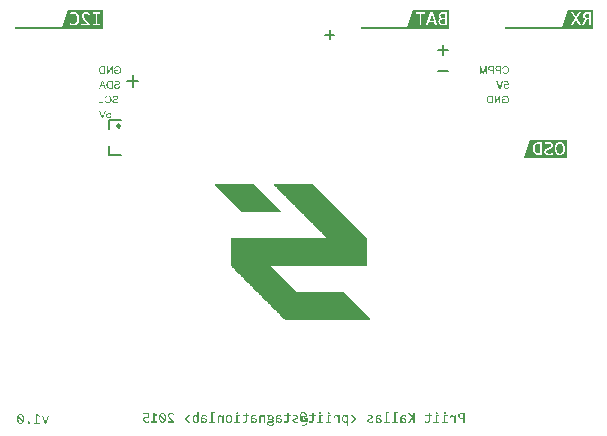
<source format=gbo>
%FSLAX23Y23*%
%MOIN*%
G70*
G01*
G75*
G04 Layer_Color=32896*
%ADD10R,0.022X0.039*%
%ADD11R,0.031X0.035*%
%ADD12R,0.118X0.063*%
%ADD13R,0.087X0.059*%
%ADD14R,0.028X0.071*%
%ADD15R,0.071X0.028*%
%ADD16R,0.087X0.039*%
%ADD17R,0.039X0.039*%
%ADD18R,0.051X0.073*%
%ADD19C,0.006*%
%ADD20C,0.012*%
%ADD21R,0.063X0.087*%
%ADD22R,0.087X0.063*%
%ADD23R,0.087X0.063*%
%ADD24C,0.047*%
%ADD25C,0.059*%
%ADD26C,0.051*%
%ADD27R,0.051X0.051*%
%ADD28C,0.024*%
%ADD29R,0.157X0.098*%
%ADD30R,0.035X0.031*%
%ADD31R,0.035X0.024*%
%ADD32R,0.079X0.039*%
%ADD33R,0.150X0.071*%
%ADD34C,0.016*%
%ADD35C,0.008*%
%ADD36C,0.001*%
%ADD37R,0.193X0.006*%
%ADD38R,0.006X0.259*%
%ADD39R,0.006X0.258*%
%ADD40R,0.161X0.006*%
%ADD41R,0.004X0.004*%
%ADD42R,0.030X0.047*%
%ADD43R,0.039X0.043*%
%ADD44R,0.126X0.071*%
%ADD45R,0.095X0.067*%
%ADD46R,0.036X0.079*%
%ADD47R,0.079X0.036*%
%ADD48R,0.095X0.047*%
%ADD49R,0.047X0.047*%
%ADD50R,0.059X0.081*%
%ADD51R,0.071X0.095*%
%ADD52R,0.095X0.071*%
%ADD53R,0.095X0.071*%
%ADD54C,0.055*%
%ADD55C,0.067*%
%ADD56C,0.059*%
%ADD57R,0.059X0.059*%
%ADD58C,0.032*%
%ADD59R,0.165X0.106*%
%ADD60R,0.043X0.039*%
%ADD61R,0.043X0.032*%
%ADD62R,0.087X0.047*%
%ADD63R,0.158X0.079*%
%ADD64C,0.010*%
%ADD65C,0.002*%
%ADD66R,0.295X0.006*%
%ADD67R,0.295X0.006*%
%ADD68R,0.295X0.006*%
G36*
X1720Y1035D02*
X1721Y1035D01*
X1722Y1035D01*
X1723Y1034D01*
X1723Y1034D01*
X1724Y1034D01*
X1724Y1034D01*
X1724Y1034D01*
X1725Y1034D01*
X1726Y1033D01*
X1726Y1033D01*
X1727Y1032D01*
X1727Y1032D01*
X1728Y1032D01*
X1728Y1031D01*
X1728Y1031D01*
X1728Y1031D01*
X1729Y1030D01*
X1729Y1029D01*
X1730Y1029D01*
X1730Y1028D01*
X1730Y1028D01*
X1730Y1027D01*
X1730Y1027D01*
Y1027D01*
X1731Y1026D01*
X1731Y1025D01*
X1731Y1025D01*
X1731Y1024D01*
X1731Y1023D01*
X1731Y1023D01*
Y1022D01*
Y1022D01*
Y1022D01*
Y1022D01*
X1731Y1021D01*
X1731Y1020D01*
X1731Y1019D01*
X1731Y1018D01*
X1731Y1017D01*
X1730Y1017D01*
X1730Y1017D01*
X1730Y1017D01*
Y1017D01*
X1730Y1016D01*
X1730Y1015D01*
X1729Y1014D01*
X1729Y1014D01*
X1729Y1013D01*
X1728Y1013D01*
X1728Y1013D01*
X1728Y1013D01*
X1727Y1012D01*
X1727Y1012D01*
X1726Y1011D01*
X1726Y1011D01*
X1725Y1011D01*
X1725Y1010D01*
X1725Y1010D01*
X1725Y1010D01*
X1724Y1010D01*
X1723Y1010D01*
X1722Y1010D01*
X1721Y1010D01*
X1721Y1009D01*
X1720Y1009D01*
X1720D01*
X1719Y1009D01*
X1718Y1010D01*
X1717Y1010D01*
X1716Y1010D01*
X1716Y1010D01*
X1715Y1010D01*
X1715Y1010D01*
X1715Y1010D01*
X1714Y1011D01*
X1713Y1011D01*
X1713Y1012D01*
X1712Y1012D01*
X1712Y1012D01*
X1711Y1013D01*
X1711Y1013D01*
X1711Y1013D01*
X1711Y1014D01*
X1710Y1014D01*
X1710Y1015D01*
X1709Y1016D01*
X1709Y1016D01*
X1709Y1017D01*
X1709Y1017D01*
X1709Y1017D01*
X1708Y1018D01*
X1708Y1019D01*
X1708Y1020D01*
X1708Y1021D01*
X1708Y1021D01*
X1708Y1022D01*
Y1022D01*
Y1022D01*
Y1022D01*
Y1022D01*
X1708Y1023D01*
X1708Y1024D01*
X1708Y1025D01*
X1708Y1026D01*
X1708Y1027D01*
X1709Y1027D01*
X1709Y1028D01*
X1709Y1028D01*
X1709Y1029D01*
X1709Y1029D01*
X1710Y1030D01*
X1710Y1031D01*
X1710Y1031D01*
X1711Y1031D01*
X1711Y1032D01*
X1711Y1032D01*
X1712Y1032D01*
X1712Y1033D01*
X1713Y1033D01*
X1713Y1033D01*
X1714Y1034D01*
X1714Y1034D01*
X1714Y1034D01*
X1715Y1034D01*
X1715Y1034D01*
X1716Y1035D01*
X1717Y1035D01*
X1718Y1035D01*
X1718Y1035D01*
X1719Y1035D01*
X1719D01*
X1720Y1035D01*
D02*
G37*
G36*
X1499Y1042D02*
X1500Y1042D01*
X1501Y1042D01*
X1502Y1042D01*
X1502Y1042D01*
X1503Y1041D01*
X1503Y1041D01*
X1503Y1041D01*
X1504Y1041D01*
X1505Y1040D01*
X1505Y1040D01*
X1506Y1039D01*
X1506Y1039D01*
X1506Y1038D01*
X1507Y1038D01*
X1507Y1038D01*
X1507Y1037D01*
X1508Y1036D01*
X1508Y1035D01*
X1508Y1034D01*
X1509Y1034D01*
X1509Y1033D01*
X1509Y1033D01*
X1509Y1033D01*
X1509Y1033D01*
Y1033D01*
X1509Y1031D01*
X1509Y1030D01*
X1509Y1029D01*
X1510Y1028D01*
X1510Y1027D01*
X1510Y1027D01*
Y1026D01*
Y1026D01*
Y1026D01*
Y1026D01*
Y1026D01*
X1510Y1024D01*
X1510Y1023D01*
X1509Y1022D01*
X1509Y1021D01*
X1509Y1020D01*
X1509Y1020D01*
X1509Y1019D01*
X1509Y1019D01*
X1509Y1019D01*
Y1019D01*
X1509Y1019D01*
Y1018D01*
X1509Y1017D01*
X1508Y1016D01*
X1508Y1015D01*
X1507Y1015D01*
X1507Y1014D01*
X1507Y1014D01*
X1507Y1013D01*
X1507Y1013D01*
X1506Y1013D01*
X1505Y1012D01*
X1505Y1011D01*
X1504Y1011D01*
X1504Y1011D01*
X1503Y1010D01*
X1503Y1010D01*
X1503Y1010D01*
X1502Y1010D01*
X1501Y1010D01*
X1501Y1010D01*
X1500Y1010D01*
X1499Y1009D01*
X1499Y1009D01*
X1498D01*
X1497Y1009D01*
X1496Y1010D01*
X1495Y1010D01*
X1495Y1010D01*
X1494Y1010D01*
X1493Y1010D01*
X1493Y1010D01*
X1493Y1011D01*
X1492Y1011D01*
X1492Y1012D01*
X1491Y1012D01*
X1490Y1013D01*
X1490Y1013D01*
X1490Y1014D01*
X1489Y1014D01*
X1489Y1014D01*
X1489Y1015D01*
X1488Y1016D01*
X1488Y1017D01*
X1488Y1017D01*
X1487Y1018D01*
X1487Y1019D01*
X1487Y1019D01*
Y1019D01*
X1487Y1019D01*
Y1019D01*
X1487Y1020D01*
X1487Y1021D01*
X1486Y1023D01*
X1486Y1024D01*
X1486Y1025D01*
X1486Y1025D01*
Y1025D01*
Y1026D01*
Y1026D01*
Y1026D01*
Y1026D01*
X1486Y1027D01*
X1486Y1029D01*
X1487Y1030D01*
X1487Y1031D01*
X1487Y1032D01*
X1487Y1032D01*
X1487Y1032D01*
X1487Y1033D01*
X1487Y1033D01*
Y1033D01*
X1487Y1033D01*
Y1033D01*
X1487Y1034D01*
X1488Y1035D01*
X1488Y1036D01*
X1489Y1037D01*
X1489Y1038D01*
X1489Y1038D01*
X1489Y1038D01*
X1489Y1038D01*
X1490Y1039D01*
X1491Y1040D01*
X1491Y1040D01*
X1492Y1041D01*
X1492Y1041D01*
X1493Y1041D01*
X1493Y1041D01*
X1493Y1041D01*
X1494Y1042D01*
X1495Y1042D01*
X1496Y1042D01*
X1496Y1042D01*
X1497Y1042D01*
X1497Y1042D01*
X1498D01*
X1499Y1042D01*
D02*
G37*
G36*
X1941Y1035D02*
X1942Y1035D01*
X1943Y1035D01*
X1943Y1035D01*
X1944Y1034D01*
X1944Y1034D01*
X1945Y1034D01*
X1945Y1034D01*
X1945Y1034D01*
X1946Y1034D01*
X1947Y1033D01*
X1947Y1033D01*
X1947Y1033D01*
X1948Y1033D01*
X1948Y1033D01*
X1948Y1032D01*
X1948Y1032D01*
X1949Y1032D01*
X1949Y1031D01*
X1949Y1031D01*
X1949Y1031D01*
X1949Y1030D01*
X1950Y1030D01*
Y1030D01*
X1950Y1029D01*
X1950Y1029D01*
X1950Y1029D01*
X1950Y1028D01*
Y1028D01*
Y1028D01*
Y1028D01*
Y1027D01*
X1950Y1027D01*
X1950Y1026D01*
X1950Y1026D01*
X1950Y1026D01*
X1950Y1025D01*
X1949Y1025D01*
Y1025D01*
X1949Y1024D01*
X1948Y1024D01*
X1948Y1023D01*
X1948Y1023D01*
X1948Y1023D01*
X1948Y1023D01*
X1947Y1023D01*
X1946Y1022D01*
X1946Y1022D01*
X1946Y1022D01*
X1945Y1022D01*
X1945Y1022D01*
X1944Y1021D01*
X1944Y1021D01*
X1943Y1021D01*
X1943Y1021D01*
X1943Y1021D01*
X1942Y1021D01*
X1942D01*
X1941Y1020D01*
X1941Y1020D01*
X1940Y1020D01*
X1940Y1020D01*
X1939Y1020D01*
X1939Y1020D01*
X1939Y1019D01*
X1939D01*
X1938Y1019D01*
X1938Y1019D01*
X1938Y1019D01*
X1937Y1019D01*
X1937Y1019D01*
X1937Y1019D01*
X1937Y1018D01*
X1936Y1018D01*
X1936Y1018D01*
X1936Y1017D01*
X1936Y1017D01*
X1936Y1017D01*
X1936Y1017D01*
X1936Y1016D01*
Y1016D01*
Y1016D01*
X1936Y1016D01*
X1936Y1015D01*
X1936Y1015D01*
X1936Y1014D01*
X1937Y1014D01*
X1937Y1014D01*
X1937Y1014D01*
X1937Y1014D01*
X1938Y1014D01*
X1939Y1013D01*
X1939Y1013D01*
X1940Y1013D01*
X1941Y1013D01*
X1941Y1013D01*
X1942D01*
X1943Y1013D01*
X1944Y1013D01*
X1945Y1013D01*
X1945D01*
X1946Y1013D01*
X1946Y1013D01*
X1946D01*
X1948Y1014D01*
X1948Y1014D01*
X1949Y1014D01*
X1950Y1014D01*
X1950Y1014D01*
X1950Y1014D01*
X1950D01*
Y1010D01*
X1949Y1010D01*
X1948Y1010D01*
X1947Y1010D01*
X1947Y1010D01*
X1947Y1010D01*
X1946Y1010D01*
X1946D01*
X1945Y1010D01*
X1944Y1009D01*
X1943D01*
X1943Y1009D01*
X1942D01*
X1941Y1009D01*
X1940Y1010D01*
X1940Y1010D01*
X1939D01*
X1939Y1010D01*
X1939D01*
X1938Y1010D01*
X1938Y1010D01*
X1938Y1010D01*
X1937Y1010D01*
X1937Y1010D01*
X1937Y1010D01*
X1937D01*
X1936Y1010D01*
X1935Y1011D01*
X1935Y1011D01*
X1935Y1011D01*
X1935Y1011D01*
X1935D01*
X1934Y1011D01*
X1933Y1012D01*
X1933Y1012D01*
X1933Y1012D01*
X1933Y1012D01*
X1933Y1012D01*
X1932Y1013D01*
X1932Y1014D01*
X1932Y1014D01*
X1932Y1014D01*
X1932Y1014D01*
Y1014D01*
X1931Y1015D01*
X1931Y1016D01*
X1931Y1016D01*
Y1016D01*
Y1017D01*
Y1017D01*
X1931Y1018D01*
X1931Y1018D01*
X1931Y1018D01*
X1932Y1019D01*
X1932Y1019D01*
X1932Y1019D01*
Y1019D01*
X1932Y1019D01*
X1932Y1020D01*
X1933Y1020D01*
X1933Y1021D01*
X1933Y1021D01*
X1933Y1021D01*
X1933Y1021D01*
X1934Y1022D01*
X1935Y1022D01*
X1935Y1022D01*
X1935Y1022D01*
X1935Y1022D01*
X1935Y1023D01*
X1936Y1023D01*
X1937Y1023D01*
X1937Y1023D01*
X1938Y1023D01*
X1938Y1024D01*
X1939Y1024D01*
X1939Y1024D01*
X1939Y1024D01*
X1940Y1024D01*
X1940Y1024D01*
X1941Y1024D01*
X1942Y1025D01*
X1942Y1025D01*
X1942Y1025D01*
X1942Y1025D01*
X1942D01*
X1943Y1025D01*
X1943Y1025D01*
X1944Y1025D01*
X1944Y1026D01*
X1944Y1026D01*
X1944Y1026D01*
X1944Y1026D01*
X1944D01*
X1945Y1026D01*
X1945Y1027D01*
X1945Y1027D01*
X1945Y1027D01*
X1945Y1027D01*
X1946Y1028D01*
X1946Y1028D01*
Y1028D01*
Y1028D01*
X1946Y1029D01*
X1945Y1029D01*
X1945Y1029D01*
X1945Y1029D01*
X1945Y1030D01*
X1945Y1030D01*
X1944Y1030D01*
X1944Y1030D01*
X1944Y1031D01*
X1943Y1031D01*
X1943Y1031D01*
X1943Y1031D01*
X1943Y1031D01*
X1943D01*
X1942Y1031D01*
X1941Y1031D01*
X1940Y1031D01*
X1940D01*
X1939Y1031D01*
X1938Y1031D01*
X1938D01*
X1937Y1031D01*
X1937Y1031D01*
X1937Y1031D01*
X1937D01*
X1935Y1031D01*
X1935Y1031D01*
X1934Y1031D01*
X1934Y1031D01*
X1933Y1031D01*
X1933Y1030D01*
X1933D01*
Y1034D01*
X1934Y1034D01*
X1934Y1035D01*
X1935Y1035D01*
X1935Y1035D01*
X1936Y1035D01*
X1936D01*
X1937Y1035D01*
X1937D01*
X1938Y1035D01*
X1938D01*
X1939Y1035D01*
X1940D01*
X1941Y1035D01*
D02*
G37*
G36*
X1590Y1034D02*
X1576Y1023D01*
X1590Y1012D01*
X1587Y1009D01*
X1571Y1023D01*
X1587Y1037D01*
X1590Y1034D01*
D02*
G37*
G36*
X2190Y1035D02*
X2191Y1035D01*
X2192Y1035D01*
X2193Y1035D01*
X2193Y1034D01*
X2194Y1034D01*
X2194Y1034D01*
X2194Y1034D01*
X2195Y1034D01*
X2195Y1034D01*
X2196Y1033D01*
X2196Y1033D01*
X2197Y1033D01*
X2197Y1033D01*
X2197Y1033D01*
X2197Y1032D01*
X2197Y1032D01*
X2198Y1032D01*
X2198Y1031D01*
X2198Y1031D01*
X2198Y1031D01*
X2199Y1030D01*
X2199Y1030D01*
Y1030D01*
X2199Y1029D01*
X2199Y1029D01*
X2199Y1029D01*
X2199Y1028D01*
Y1028D01*
Y1028D01*
Y1028D01*
Y1027D01*
X2199Y1027D01*
X2199Y1026D01*
X2199Y1026D01*
X2199Y1026D01*
X2199Y1025D01*
X2199Y1025D01*
Y1025D01*
X2198Y1024D01*
X2197Y1024D01*
X2197Y1023D01*
X2197Y1023D01*
X2197Y1023D01*
X2197Y1023D01*
X2196Y1023D01*
X2195Y1022D01*
X2195Y1022D01*
X2195Y1022D01*
X2194Y1022D01*
X2194Y1022D01*
X2193Y1021D01*
X2193Y1021D01*
X2192Y1021D01*
X2192Y1021D01*
X2192Y1021D01*
X2191Y1021D01*
X2191D01*
X2191Y1020D01*
X2190Y1020D01*
X2189Y1020D01*
X2189Y1020D01*
X2188Y1020D01*
X2188Y1020D01*
X2188Y1019D01*
X2188D01*
X2187Y1019D01*
X2187Y1019D01*
X2187Y1019D01*
X2186Y1019D01*
X2186Y1019D01*
X2186Y1019D01*
X2186Y1018D01*
X2186Y1018D01*
X2185Y1018D01*
X2185Y1017D01*
X2185Y1017D01*
X2185Y1017D01*
X2185Y1017D01*
X2185Y1016D01*
Y1016D01*
Y1016D01*
X2185Y1016D01*
X2185Y1015D01*
X2185Y1015D01*
X2186Y1014D01*
X2186Y1014D01*
X2186Y1014D01*
X2186Y1014D01*
X2186Y1014D01*
X2187Y1014D01*
X2188Y1013D01*
X2188Y1013D01*
X2189Y1013D01*
X2190Y1013D01*
X2190Y1013D01*
X2191D01*
X2192Y1013D01*
X2193Y1013D01*
X2194Y1013D01*
X2194D01*
X2195Y1013D01*
X2195Y1013D01*
X2195D01*
X2197Y1014D01*
X2197Y1014D01*
X2198Y1014D01*
X2199Y1014D01*
X2199Y1014D01*
X2199Y1014D01*
X2199D01*
Y1010D01*
X2198Y1010D01*
X2197Y1010D01*
X2197Y1010D01*
X2196Y1010D01*
X2196Y1010D01*
X2195Y1010D01*
X2195D01*
X2194Y1010D01*
X2193Y1009D01*
X2192D01*
X2192Y1009D01*
X2191D01*
X2190Y1009D01*
X2189Y1010D01*
X2189Y1010D01*
X2189D01*
X2188Y1010D01*
X2188D01*
X2188Y1010D01*
X2187Y1010D01*
X2187Y1010D01*
X2186Y1010D01*
X2186Y1010D01*
X2186Y1010D01*
X2186D01*
X2185Y1010D01*
X2185Y1011D01*
X2184Y1011D01*
X2184Y1011D01*
X2184Y1011D01*
X2184D01*
X2183Y1011D01*
X2183Y1012D01*
X2182Y1012D01*
X2182Y1012D01*
X2182Y1012D01*
X2182Y1012D01*
X2182Y1013D01*
X2181Y1014D01*
X2181Y1014D01*
X2181Y1014D01*
X2181Y1014D01*
Y1014D01*
X2181Y1015D01*
X2180Y1016D01*
X2180Y1016D01*
Y1016D01*
Y1017D01*
Y1017D01*
X2180Y1018D01*
X2181Y1018D01*
X2181Y1018D01*
X2181Y1019D01*
X2181Y1019D01*
X2181Y1019D01*
Y1019D01*
X2181Y1019D01*
X2181Y1020D01*
X2182Y1020D01*
X2182Y1021D01*
X2182Y1021D01*
X2182Y1021D01*
X2182Y1021D01*
X2183Y1022D01*
X2184Y1022D01*
X2184Y1022D01*
X2184Y1022D01*
X2185Y1022D01*
X2185Y1023D01*
X2185Y1023D01*
X2186Y1023D01*
X2186Y1023D01*
X2187Y1023D01*
X2188Y1024D01*
X2188Y1024D01*
X2188Y1024D01*
X2188Y1024D01*
X2189Y1024D01*
X2190Y1024D01*
X2190Y1024D01*
X2191Y1025D01*
X2191Y1025D01*
X2191Y1025D01*
X2191Y1025D01*
X2192D01*
X2192Y1025D01*
X2192Y1025D01*
X2193Y1025D01*
X2193Y1026D01*
X2193Y1026D01*
X2193Y1026D01*
X2193Y1026D01*
X2194D01*
X2194Y1026D01*
X2194Y1027D01*
X2194Y1027D01*
X2194Y1027D01*
X2195Y1027D01*
X2195Y1028D01*
X2195Y1028D01*
Y1028D01*
Y1028D01*
X2195Y1029D01*
X2195Y1029D01*
X2194Y1029D01*
X2194Y1029D01*
X2194Y1030D01*
X2194Y1030D01*
X2194Y1030D01*
X2194Y1030D01*
X2193Y1031D01*
X2192Y1031D01*
X2192Y1031D01*
X2192Y1031D01*
X2192Y1031D01*
X2192D01*
X2191Y1031D01*
X2190Y1031D01*
X2190Y1031D01*
X2189D01*
X2188Y1031D01*
X2187Y1031D01*
X2187D01*
X2187Y1031D01*
X2186Y1031D01*
X2186Y1031D01*
X2186D01*
X2185Y1031D01*
X2184Y1031D01*
X2183Y1031D01*
X2183Y1031D01*
X2182Y1031D01*
X2182Y1030D01*
X2182D01*
Y1034D01*
X2183Y1034D01*
X2183Y1035D01*
X2184Y1035D01*
X2185Y1035D01*
X2185Y1035D01*
X2185D01*
X2186Y1035D01*
X2186D01*
X2187Y1035D01*
X2188D01*
X2188Y1035D01*
X2189D01*
X2190Y1035D01*
D02*
G37*
G36*
X1452Y1026D02*
X1445D01*
X1444Y1026D01*
X1443Y1025D01*
X1442Y1025D01*
X1441Y1025D01*
X1440Y1025D01*
X1440Y1024D01*
X1439Y1024D01*
X1439Y1024D01*
X1439Y1024D01*
X1438Y1023D01*
X1438Y1022D01*
X1437Y1021D01*
X1437Y1021D01*
X1437Y1020D01*
X1437Y1020D01*
Y1020D01*
Y1020D01*
Y1020D01*
Y1019D01*
X1437Y1019D01*
X1437Y1018D01*
X1437Y1018D01*
X1437Y1017D01*
X1438Y1017D01*
X1438Y1017D01*
X1438Y1017D01*
X1438Y1016D01*
X1439Y1016D01*
X1439Y1016D01*
X1439Y1015D01*
X1439Y1015D01*
X1439Y1015D01*
X1439Y1015D01*
X1440Y1014D01*
X1441Y1014D01*
X1442Y1014D01*
X1442Y1014D01*
X1442Y1014D01*
X1442D01*
X1443Y1013D01*
X1444Y1013D01*
X1444Y1013D01*
X1445Y1013D01*
X1447D01*
X1447Y1013D01*
X1448D01*
X1449Y1013D01*
X1449D01*
X1450Y1013D01*
X1450Y1013D01*
X1451Y1013D01*
X1451Y1014D01*
X1452Y1014D01*
X1452Y1014D01*
X1452Y1014D01*
X1452D01*
Y1010D01*
X1452Y1010D01*
X1451D01*
X1451Y1010D01*
X1451D01*
X1450Y1010D01*
X1450Y1010D01*
X1449Y1010D01*
X1449D01*
X1449Y1010D01*
X1448D01*
X1448Y1009D01*
X1448D01*
X1447Y1009D01*
X1446D01*
X1445Y1009D01*
X1444Y1010D01*
X1443Y1010D01*
X1442Y1010D01*
X1442Y1010D01*
X1441Y1010D01*
X1441Y1010D01*
X1441Y1010D01*
X1440Y1010D01*
X1439Y1011D01*
X1438Y1011D01*
X1438Y1012D01*
X1437Y1012D01*
X1437Y1012D01*
X1436Y1012D01*
X1436Y1012D01*
X1436Y1013D01*
X1435Y1014D01*
X1435Y1014D01*
X1434Y1015D01*
X1434Y1015D01*
X1434Y1015D01*
X1434Y1016D01*
X1434Y1016D01*
X1433Y1017D01*
X1433Y1017D01*
X1433Y1018D01*
X1433Y1019D01*
X1433Y1019D01*
X1432Y1020D01*
Y1020D01*
Y1020D01*
X1433Y1021D01*
X1433Y1022D01*
X1433Y1023D01*
X1433Y1023D01*
X1433Y1024D01*
X1433Y1024D01*
X1434Y1024D01*
X1434Y1025D01*
X1434Y1025D01*
X1434Y1026D01*
X1435Y1026D01*
X1435Y1027D01*
X1436Y1027D01*
X1436Y1027D01*
X1436Y1027D01*
X1436Y1027D01*
X1437Y1028D01*
X1438Y1028D01*
X1438Y1028D01*
X1439Y1028D01*
X1439Y1029D01*
X1440Y1029D01*
X1440Y1029D01*
X1440D01*
X1442Y1029D01*
X1443Y1029D01*
X1443Y1029D01*
X1444Y1029D01*
X1448D01*
Y1038D01*
X1434D01*
Y1042D01*
X1452D01*
Y1026D01*
D02*
G37*
G36*
X2453Y2327D02*
X2334D01*
Y2385D01*
X2453D01*
Y2327D01*
D02*
G37*
G36*
X2846Y1893D02*
X2724D01*
Y1953D01*
X2846D01*
Y1893D01*
D02*
G37*
G36*
X1860Y1035D02*
X1860Y1035D01*
X1861Y1035D01*
X1861Y1035D01*
X1862Y1034D01*
X1862Y1034D01*
X1862Y1034D01*
X1863Y1034D01*
X1863Y1034D01*
X1864Y1033D01*
X1864Y1033D01*
X1865Y1033D01*
X1865Y1033D01*
X1865Y1033D01*
X1865Y1033D01*
X1866Y1032D01*
X1866Y1032D01*
X1866Y1031D01*
X1867Y1031D01*
X1867Y1030D01*
X1867Y1030D01*
X1867Y1030D01*
X1867Y1030D01*
X1867Y1029D01*
X1868Y1029D01*
X1868Y1028D01*
X1868Y1027D01*
X1868Y1027D01*
X1868Y1027D01*
Y1026D01*
Y1026D01*
Y1026D01*
X1868Y1025D01*
Y1025D01*
X1868Y1025D01*
Y1025D01*
Y1025D01*
X1868Y1024D01*
X1868Y1024D01*
X1867Y1023D01*
X1867Y1023D01*
Y1023D01*
X1867Y1023D01*
X1867Y1023D01*
X1867Y1022D01*
X1867Y1022D01*
X1867Y1022D01*
X1866Y1021D01*
X1866Y1021D01*
X1866Y1021D01*
X1867Y1020D01*
X1867Y1020D01*
X1867Y1019D01*
X1867Y1019D01*
X1868Y1019D01*
X1868Y1019D01*
X1868Y1019D01*
X1868Y1018D01*
X1868Y1018D01*
X1868Y1017D01*
X1868Y1017D01*
X1868Y1016D01*
X1868Y1016D01*
Y1016D01*
Y1016D01*
Y1015D01*
X1868Y1015D01*
X1868Y1015D01*
Y1015D01*
Y1014D01*
X1868Y1014D01*
X1868Y1014D01*
X1868Y1013D01*
X1868Y1013D01*
X1868Y1013D01*
X1867Y1013D01*
X1867Y1012D01*
X1867Y1012D01*
X1867Y1012D01*
X1866Y1012D01*
X1866Y1012D01*
X1866Y1012D01*
X1867Y1011D01*
X1867Y1011D01*
X1868Y1010D01*
X1868Y1010D01*
X1868Y1010D01*
X1868Y1009D01*
X1869Y1009D01*
X1869Y1009D01*
X1869Y1009D01*
X1869Y1008D01*
X1869Y1007D01*
X1869Y1007D01*
X1869Y1007D01*
X1869Y1006D01*
Y1006D01*
Y1006D01*
X1869Y1005D01*
X1869Y1005D01*
X1869Y1005D01*
X1869Y1004D01*
X1869Y1004D01*
X1869Y1004D01*
X1869Y1003D01*
Y1003D01*
X1869Y1003D01*
X1868Y1003D01*
X1868Y1002D01*
X1868Y1002D01*
X1867Y1002D01*
X1867Y1002D01*
X1867Y1001D01*
X1867Y1001D01*
X1866Y1001D01*
X1866Y1001D01*
X1865Y1001D01*
X1865Y1000D01*
X1864Y1000D01*
X1864Y1000D01*
X1864Y1000D01*
X1863D01*
X1863Y1000D01*
X1862Y1000D01*
X1861Y1000D01*
X1860Y1000D01*
X1859D01*
X1859Y1000D01*
X1858D01*
X1857Y1000D01*
X1856Y1000D01*
X1855Y1000D01*
X1854Y1000D01*
X1854Y1000D01*
X1853Y1000D01*
X1853Y1000D01*
X1853Y1000D01*
X1852Y1001D01*
X1851Y1001D01*
X1851Y1001D01*
X1850Y1001D01*
X1850Y1002D01*
X1849Y1002D01*
X1849Y1002D01*
X1849Y1002D01*
X1849Y1002D01*
X1848Y1003D01*
X1848Y1003D01*
X1847Y1004D01*
X1847Y1004D01*
X1847Y1004D01*
X1847Y1005D01*
X1847Y1005D01*
X1847Y1005D01*
X1846Y1006D01*
X1846Y1006D01*
X1846Y1007D01*
X1846Y1007D01*
X1846Y1007D01*
Y1008D01*
Y1008D01*
Y1008D01*
X1846Y1009D01*
X1846Y1009D01*
X1846Y1010D01*
X1847Y1010D01*
X1847Y1010D01*
X1847Y1010D01*
X1847Y1010D01*
X1847Y1011D01*
X1848Y1012D01*
X1848Y1012D01*
X1848Y1012D01*
X1848Y1012D01*
X1849Y1012D01*
X1849Y1013D01*
X1850Y1013D01*
X1851Y1013D01*
X1851Y1013D01*
X1851Y1014D01*
X1851D01*
X1852Y1014D01*
X1853Y1014D01*
X1853Y1014D01*
X1854Y1014D01*
X1855D01*
X1861Y1014D01*
X1862Y1014D01*
X1862Y1014D01*
X1862Y1014D01*
X1863Y1015D01*
X1863Y1015D01*
X1863Y1015D01*
X1863Y1015D01*
X1863D01*
X1864Y1015D01*
X1864Y1015D01*
X1864Y1016D01*
X1864Y1016D01*
X1864Y1016D01*
X1864Y1016D01*
Y1016D01*
Y1016D01*
X1864Y1017D01*
X1864Y1017D01*
X1864Y1018D01*
X1864Y1018D01*
X1864Y1018D01*
X1864Y1019D01*
X1863Y1019D01*
X1863Y1019D01*
Y1019D01*
X1863Y1019D01*
X1863Y1019D01*
X1862Y1019D01*
X1862Y1018D01*
X1861Y1018D01*
X1861Y1018D01*
X1861D01*
X1860Y1018D01*
X1860Y1018D01*
X1859D01*
X1859Y1018D01*
X1858D01*
X1858Y1018D01*
X1857Y1018D01*
X1856Y1018D01*
X1856Y1018D01*
X1855Y1018D01*
X1855Y1018D01*
X1854Y1019D01*
X1854D01*
X1854Y1019D01*
X1853Y1019D01*
X1853Y1019D01*
X1852Y1020D01*
X1852Y1020D01*
X1852Y1020D01*
X1851Y1020D01*
X1851Y1020D01*
X1851Y1021D01*
X1850Y1021D01*
X1850Y1022D01*
X1850Y1022D01*
X1850Y1023D01*
X1849Y1023D01*
X1849Y1023D01*
X1849Y1023D01*
X1849Y1024D01*
X1849Y1024D01*
X1849Y1025D01*
X1849Y1025D01*
X1849Y1026D01*
X1849Y1026D01*
Y1026D01*
Y1027D01*
X1849Y1027D01*
X1849Y1028D01*
X1849Y1028D01*
X1849Y1029D01*
X1849Y1029D01*
X1849Y1029D01*
Y1029D01*
X1849Y1030D01*
X1850Y1030D01*
X1850Y1031D01*
X1850Y1031D01*
X1850Y1031D01*
X1850Y1031D01*
X1846D01*
Y1035D01*
X1855D01*
X1856Y1035D01*
X1856Y1035D01*
X1856Y1035D01*
X1857D01*
X1857Y1035D01*
X1858Y1035D01*
X1859D01*
X1860Y1035D01*
D02*
G37*
G36*
X1967Y1045D02*
X1968Y1045D01*
X1969Y1045D01*
X1970Y1044D01*
X1970Y1044D01*
X1971Y1044D01*
X1971Y1044D01*
X1971Y1044D01*
X1972Y1044D01*
X1972Y1043D01*
X1973Y1043D01*
X1974Y1042D01*
X1974Y1042D01*
X1974Y1042D01*
X1975Y1041D01*
X1975Y1041D01*
X1975Y1041D01*
X1976Y1040D01*
X1976Y1039D01*
X1977Y1039D01*
X1977Y1038D01*
X1978Y1038D01*
X1978Y1037D01*
X1978Y1037D01*
Y1037D01*
X1978Y1036D01*
X1979Y1035D01*
X1979Y1034D01*
X1980Y1034D01*
X1980Y1033D01*
X1980Y1032D01*
X1980Y1032D01*
X1980Y1032D01*
X1980Y1032D01*
Y1032D01*
X1981Y1029D01*
X1981Y1028D01*
X1981Y1027D01*
X1981Y1027D01*
X1982Y1026D01*
X1982Y1026D01*
X1982Y1026D01*
X1982Y1026D01*
Y1025D01*
Y1025D01*
X1982Y1024D01*
X1982Y1023D01*
X1982Y1022D01*
X1982Y1021D01*
X1982Y1020D01*
Y1019D01*
Y1019D01*
Y1019D01*
Y1018D01*
Y1018D01*
Y1018D01*
X1982Y1017D01*
X1982Y1015D01*
X1982Y1014D01*
X1982Y1012D01*
X1981Y1011D01*
X1981Y1010D01*
X1981Y1009D01*
X1981Y1008D01*
X1980Y1007D01*
X1980Y1006D01*
X1980Y1006D01*
X1980Y1005D01*
X1979Y1005D01*
X1979Y1005D01*
X1979Y1004D01*
X1979Y1004D01*
X1979Y1004D01*
X1978Y1003D01*
X1977Y1002D01*
X1976Y1002D01*
X1976Y1001D01*
X1975Y1001D01*
X1974Y1001D01*
X1973Y1000D01*
X1973Y1000D01*
X1972Y1000D01*
X1971Y1000D01*
X1971Y1000D01*
X1970D01*
X1970Y1000D01*
X1969D01*
X1968Y1000D01*
X1968Y1000D01*
X1967Y1000D01*
X1966Y1000D01*
X1966Y1000D01*
X1966Y1000D01*
X1966D01*
X1964Y1001D01*
X1963Y1001D01*
X1963Y1001D01*
X1962Y1001D01*
X1962Y1001D01*
X1962Y1001D01*
X1962Y1002D01*
Y1005D01*
X1962Y1004D01*
X1963Y1004D01*
X1964Y1004D01*
X1964Y1004D01*
X1965Y1003D01*
X1965Y1003D01*
X1965Y1003D01*
X1966D01*
X1967Y1003D01*
X1968Y1003D01*
X1968Y1003D01*
X1969D01*
X1969Y1003D01*
X1970D01*
X1970Y1003D01*
X1971Y1003D01*
X1972Y1003D01*
X1972Y1003D01*
X1974Y1004D01*
X1975Y1005D01*
X1975Y1005D01*
X1976Y1006D01*
X1976Y1006D01*
X1976Y1006D01*
X1976Y1006D01*
X1976Y1007D01*
X1977Y1007D01*
X1977Y1008D01*
X1977Y1009D01*
X1978Y1010D01*
X1978Y1012D01*
X1978Y1014D01*
X1978Y1015D01*
X1979Y1016D01*
X1979Y1016D01*
Y1017D01*
X1979Y1018D01*
Y1018D01*
Y1018D01*
Y1018D01*
Y1020D01*
X1979Y1021D01*
X1979Y1022D01*
X1978Y1023D01*
X1978Y1023D01*
X1978Y1024D01*
Y1024D01*
X1978Y1024D01*
Y1025D01*
Y1025D01*
X1978Y1026D01*
X1978Y1027D01*
X1978Y1028D01*
X1978Y1029D01*
X1977Y1029D01*
X1977Y1030D01*
X1977Y1030D01*
X1977Y1030D01*
Y1030D01*
X1977Y1031D01*
X1976Y1032D01*
X1976Y1033D01*
X1976Y1034D01*
X1976Y1034D01*
X1975Y1035D01*
X1975Y1035D01*
X1975Y1035D01*
X1975Y1036D01*
X1974Y1036D01*
X1974Y1037D01*
X1974Y1038D01*
X1973Y1038D01*
X1973Y1038D01*
X1973Y1039D01*
X1973Y1039D01*
X1972Y1039D01*
X1972Y1040D01*
X1971Y1040D01*
X1971Y1040D01*
X1970Y1041D01*
X1970Y1041D01*
X1970Y1041D01*
X1970Y1041D01*
X1969Y1041D01*
X1969Y1042D01*
X1968Y1042D01*
X1968Y1042D01*
X1967Y1042D01*
X1967Y1042D01*
X1967D01*
X1966Y1042D01*
X1965Y1042D01*
X1964Y1042D01*
X1964Y1041D01*
X1963Y1041D01*
X1963Y1041D01*
X1963Y1041D01*
X1963Y1041D01*
X1962Y1040D01*
X1962Y1040D01*
X1961Y1039D01*
X1961Y1039D01*
X1961Y1039D01*
X1961Y1038D01*
X1960Y1038D01*
X1960Y1038D01*
X1960Y1037D01*
X1960Y1036D01*
X1960Y1036D01*
X1959Y1035D01*
X1959Y1034D01*
X1959Y1034D01*
X1959Y1033D01*
Y1033D01*
Y1033D01*
X1959Y1032D01*
X1959Y1031D01*
X1959Y1030D01*
X1959Y1029D01*
X1959Y1028D01*
Y1028D01*
Y1027D01*
Y1027D01*
Y1027D01*
Y1027D01*
Y1027D01*
Y1026D01*
X1959Y1025D01*
X1959Y1024D01*
X1959Y1023D01*
X1959Y1022D01*
X1959Y1022D01*
X1959Y1021D01*
Y1021D01*
Y1021D01*
X1959Y1020D01*
X1959Y1020D01*
X1959Y1019D01*
X1959Y1019D01*
X1959Y1018D01*
X1959Y1018D01*
X1960Y1018D01*
Y1017D01*
X1960Y1017D01*
X1960Y1017D01*
X1960Y1016D01*
X1960Y1016D01*
X1960Y1016D01*
X1961Y1015D01*
X1961Y1015D01*
X1961Y1015D01*
X1961Y1015D01*
X1961Y1015D01*
X1962Y1015D01*
X1962Y1015D01*
X1962D01*
X1962Y1015D01*
X1963Y1015D01*
X1963Y1015D01*
X1963Y1015D01*
X1963Y1015D01*
X1963Y1015D01*
X1963Y1016D01*
X1963Y1016D01*
X1963Y1016D01*
X1963Y1017D01*
Y1017D01*
Y1017D01*
Y1017D01*
Y1017D01*
X1963Y1018D01*
X1963Y1019D01*
X1963Y1019D01*
Y1020D01*
X1963Y1020D01*
Y1020D01*
X1961Y1033D01*
X1964Y1032D01*
X1965Y1032D01*
X1965Y1032D01*
X1966Y1032D01*
X1966Y1032D01*
X1966D01*
X1966Y1032D01*
X1967Y1033D01*
X1967Y1033D01*
X1967D01*
X1968Y1033D01*
X1969Y1032D01*
X1969Y1032D01*
X1969Y1032D01*
X1970Y1032D01*
X1970Y1032D01*
X1970Y1032D01*
X1970Y1032D01*
X1971Y1031D01*
X1971Y1031D01*
X1972Y1031D01*
X1972Y1030D01*
X1972Y1030D01*
X1972Y1030D01*
X1972Y1030D01*
X1973Y1029D01*
X1973Y1028D01*
X1974Y1028D01*
X1974Y1028D01*
X1974Y1028D01*
X1974Y1028D01*
X1974Y1026D01*
X1974Y1026D01*
X1975Y1026D01*
X1975Y1025D01*
X1975Y1025D01*
X1975Y1025D01*
Y1025D01*
X1975Y1023D01*
X1975Y1023D01*
X1975Y1022D01*
X1975Y1022D01*
Y1022D01*
X1975Y1021D01*
Y1021D01*
X1975Y1020D01*
Y1020D01*
X1975Y1019D01*
Y1019D01*
Y1019D01*
Y1019D01*
Y1019D01*
X1975Y1017D01*
X1975Y1016D01*
X1975Y1015D01*
X1975Y1014D01*
X1975Y1014D01*
X1975Y1013D01*
X1974Y1013D01*
X1974Y1013D01*
X1974Y1013D01*
X1973Y1012D01*
X1973Y1012D01*
X1972Y1012D01*
X1972Y1011D01*
X1971Y1011D01*
X1971Y1011D01*
X1971D01*
X1970Y1011D01*
X1970Y1011D01*
X1969Y1012D01*
X1969Y1012D01*
X1969Y1012D01*
X1969Y1012D01*
X1968Y1012D01*
X1968Y1012D01*
X1968Y1013D01*
X1968Y1013D01*
X1967Y1014D01*
X1967Y1014D01*
X1966Y1015D01*
X1966Y1015D01*
X1966Y1015D01*
X1966Y1014D01*
X1966Y1014D01*
X1966Y1013D01*
X1966Y1013D01*
X1966Y1013D01*
X1966Y1013D01*
X1965Y1012D01*
X1965Y1012D01*
X1965Y1012D01*
X1965Y1012D01*
X1964Y1012D01*
X1964Y1011D01*
X1963Y1011D01*
X1963Y1011D01*
X1962D01*
X1962Y1011D01*
X1961Y1012D01*
X1961Y1012D01*
X1960Y1012D01*
X1960Y1012D01*
X1960Y1012D01*
X1959Y1012D01*
X1959Y1012D01*
X1959Y1013D01*
X1959Y1013D01*
X1958Y1014D01*
X1958Y1014D01*
X1958Y1014D01*
X1957Y1015D01*
X1957Y1015D01*
X1957Y1015D01*
X1957Y1016D01*
X1956Y1017D01*
X1956Y1017D01*
X1956Y1018D01*
X1956Y1019D01*
X1956Y1020D01*
X1956Y1020D01*
X1956Y1020D01*
Y1020D01*
Y1020D01*
X1956Y1021D01*
X1955Y1022D01*
X1955Y1024D01*
X1955Y1025D01*
X1955Y1026D01*
Y1026D01*
X1955Y1027D01*
Y1027D01*
Y1027D01*
Y1027D01*
Y1027D01*
X1955Y1029D01*
X1955Y1030D01*
X1955Y1031D01*
X1955Y1033D01*
X1956Y1033D01*
X1956Y1033D01*
X1956Y1034D01*
X1956Y1034D01*
X1956Y1034D01*
Y1035D01*
X1956Y1035D01*
Y1035D01*
X1956Y1036D01*
X1956Y1037D01*
X1957Y1038D01*
X1957Y1039D01*
X1957Y1039D01*
X1958Y1040D01*
X1958Y1040D01*
X1958Y1040D01*
X1958Y1041D01*
X1959Y1042D01*
X1960Y1042D01*
X1960Y1043D01*
X1961Y1043D01*
X1961Y1043D01*
X1961Y1044D01*
X1961Y1044D01*
X1962Y1044D01*
X1963Y1044D01*
X1964Y1045D01*
X1965Y1045D01*
X1965Y1045D01*
X1966Y1045D01*
X1966D01*
X1967Y1045D01*
D02*
G37*
G36*
X2105Y1035D02*
X2106Y1035D01*
X2107Y1035D01*
X2108Y1034D01*
X2108Y1034D01*
X2109Y1034D01*
X2109Y1034D01*
X2109Y1034D01*
X2110Y1033D01*
X2110Y1033D01*
X2111Y1032D01*
X2112Y1032D01*
X2112Y1031D01*
X2113Y1031D01*
X2113Y1030D01*
X2113Y1030D01*
Y1030D01*
X2113Y1035D01*
X2117D01*
Y1000D01*
X2113D01*
Y1010D01*
X2112Y1010D01*
X2111Y1010D01*
X2111D01*
X2111Y1010D01*
X2111Y1010D01*
X2110D01*
X2109Y1010D01*
X2109Y1010D01*
X2108D01*
X2107Y1010D01*
X2106Y1010D01*
X2105Y1010D01*
X2105Y1010D01*
X2104Y1010D01*
X2104Y1010D01*
X2103Y1010D01*
X2103Y1010D01*
X2102Y1011D01*
X2102Y1011D01*
X2101Y1011D01*
X2100Y1012D01*
X2100Y1012D01*
X2100Y1013D01*
X2099Y1013D01*
X2099Y1013D01*
X2099Y1013D01*
X2098Y1014D01*
X2098Y1015D01*
X2097Y1015D01*
X2097Y1016D01*
X2097Y1016D01*
X2097Y1017D01*
X2097Y1017D01*
X2096Y1018D01*
X2096Y1019D01*
X2096Y1020D01*
X2096Y1021D01*
X2096Y1021D01*
X2096Y1022D01*
Y1022D01*
Y1022D01*
Y1023D01*
Y1023D01*
Y1024D01*
X2096Y1025D01*
X2096Y1025D01*
X2096Y1026D01*
X2096Y1027D01*
X2096Y1027D01*
X2096Y1028D01*
Y1028D01*
X2097Y1028D01*
X2097Y1029D01*
X2097Y1030D01*
X2097Y1030D01*
X2098Y1031D01*
X2098Y1031D01*
X2098Y1031D01*
X2098Y1032D01*
X2098Y1032D01*
X2099Y1033D01*
X2099Y1033D01*
X2100Y1033D01*
X2100Y1034D01*
X2100Y1034D01*
X2101Y1034D01*
X2101Y1034D01*
X2101Y1034D01*
X2102Y1035D01*
X2103Y1035D01*
X2103Y1035D01*
X2104Y1035D01*
X2104Y1035D01*
X2104D01*
X2105Y1035D01*
D02*
G37*
G36*
X2076D02*
X2077Y1035D01*
X2078Y1035D01*
X2079Y1034D01*
X2079Y1034D01*
X2080Y1034D01*
X2080Y1034D01*
X2080Y1034D01*
X2081Y1033D01*
X2082Y1033D01*
X2082Y1032D01*
X2083Y1031D01*
X2083Y1031D01*
X2084Y1030D01*
X2084Y1030D01*
X2084Y1030D01*
Y1030D01*
X2084Y1035D01*
X2088D01*
Y1010D01*
X2084D01*
Y1026D01*
X2083Y1026D01*
X2083Y1027D01*
X2083Y1027D01*
X2082Y1027D01*
X2082Y1028D01*
X2082Y1028D01*
X2082Y1028D01*
X2082Y1028D01*
X2081Y1029D01*
X2080Y1029D01*
X2080Y1030D01*
X2080Y1030D01*
X2080Y1030D01*
X2080Y1030D01*
X2079Y1030D01*
X2079Y1031D01*
X2078Y1031D01*
X2078Y1031D01*
X2078Y1031D01*
X2078D01*
X2077Y1031D01*
X2077Y1031D01*
X2077Y1031D01*
X2076D01*
X2076Y1031D01*
X2075Y1031D01*
X2074Y1031D01*
X2074Y1031D01*
X2074Y1030D01*
X2073Y1030D01*
X2073Y1030D01*
X2073Y1030D01*
X2073Y1029D01*
X2073Y1028D01*
X2073Y1028D01*
X2072Y1027D01*
X2072Y1026D01*
X2072Y1026D01*
Y1025D01*
Y1025D01*
Y1025D01*
Y1025D01*
X2068D01*
Y1026D01*
X2068Y1027D01*
X2068Y1028D01*
X2068Y1028D01*
X2068Y1029D01*
X2069Y1030D01*
X2069Y1030D01*
X2069Y1031D01*
X2069Y1031D01*
X2069Y1031D01*
X2069Y1032D01*
X2070Y1032D01*
X2070Y1032D01*
X2070Y1032D01*
X2070Y1032D01*
X2070Y1033D01*
X2071Y1033D01*
X2072Y1034D01*
X2073Y1034D01*
X2073Y1035D01*
X2074Y1035D01*
X2075Y1035D01*
X2075D01*
X2075Y1035D01*
X2076D01*
X2076Y1035D01*
D02*
G37*
G36*
X2060Y1031D02*
X2053D01*
Y1013D01*
X2061D01*
Y1010D01*
X2042D01*
Y1013D01*
X2049D01*
Y1035D01*
X2060D01*
Y1031D01*
D02*
G37*
G36*
X2254Y1041D02*
X2247D01*
Y1013D01*
X2255D01*
Y1010D01*
X2235D01*
Y1013D01*
X2243D01*
Y1045D01*
X2254D01*
Y1041D01*
D02*
G37*
G36*
X2420Y1031D02*
X2413D01*
Y1013D01*
X2421D01*
Y1010D01*
X2401D01*
Y1013D01*
X2409D01*
Y1035D01*
X2420D01*
Y1031D01*
D02*
G37*
G36*
X2282Y1041D02*
X2275D01*
Y1013D01*
X2283D01*
Y1010D01*
X2263D01*
Y1013D01*
X2270D01*
Y1045D01*
X2282D01*
Y1041D01*
D02*
G37*
G36*
X2033Y1031D02*
X2026D01*
Y1013D01*
X2034D01*
Y1010D01*
X2014D01*
Y1013D01*
X2021D01*
Y1035D01*
X2033D01*
Y1031D01*
D02*
G37*
G36*
X1673Y1041D02*
X1666D01*
Y1013D01*
X1674D01*
Y1010D01*
X1654D01*
Y1013D01*
X1661D01*
Y1045D01*
X1673D01*
Y1041D01*
D02*
G37*
G36*
X2145Y1023D02*
X2129Y1009D01*
X2126Y1012D01*
X2139Y1023D01*
X2126Y1034D01*
X2129Y1037D01*
X2145Y1023D01*
D02*
G37*
G36*
X1690Y1035D02*
X1691Y1035D01*
X1691Y1035D01*
X1692D01*
X1692Y1035D01*
X1692D01*
X1692Y1035D01*
X1693Y1034D01*
X1693Y1034D01*
X1694Y1034D01*
X1694Y1034D01*
X1694D01*
X1694Y1034D01*
X1695Y1033D01*
X1695Y1033D01*
X1696Y1033D01*
X1696Y1033D01*
X1696Y1033D01*
X1696Y1032D01*
X1697Y1031D01*
X1697Y1031D01*
X1698Y1031D01*
X1698Y1031D01*
X1698Y1031D01*
X1698Y1035D01*
X1702D01*
Y1010D01*
X1697D01*
Y1026D01*
X1697Y1027D01*
X1697Y1027D01*
X1696Y1028D01*
X1696Y1028D01*
X1696Y1028D01*
X1696Y1028D01*
X1695Y1029D01*
X1695Y1029D01*
X1695Y1029D01*
X1694Y1030D01*
X1694Y1030D01*
X1694Y1030D01*
X1694Y1030D01*
X1694D01*
X1693Y1031D01*
X1692Y1031D01*
X1692Y1031D01*
X1692Y1031D01*
X1692D01*
X1691Y1031D01*
X1691Y1031D01*
X1691Y1031D01*
X1690D01*
X1690Y1031D01*
X1689Y1031D01*
X1688Y1031D01*
X1688Y1031D01*
X1688Y1030D01*
X1687Y1030D01*
X1687Y1030D01*
X1687Y1030D01*
X1687Y1029D01*
X1687Y1029D01*
X1686Y1028D01*
X1686Y1027D01*
X1686Y1027D01*
X1686Y1026D01*
Y1026D01*
Y1026D01*
Y1026D01*
Y1026D01*
Y1010D01*
X1682D01*
Y1026D01*
X1682Y1027D01*
X1682Y1029D01*
X1682Y1030D01*
X1683Y1031D01*
X1683Y1032D01*
X1683Y1032D01*
X1684Y1033D01*
X1684Y1033D01*
X1685Y1033D01*
X1686Y1034D01*
X1686Y1034D01*
X1687Y1035D01*
X1688Y1035D01*
X1689Y1035D01*
X1689D01*
X1689Y1035D01*
X1690D01*
X1690Y1035D01*
D02*
G37*
G36*
X1829D02*
X1829Y1035D01*
X1830Y1035D01*
X1830D01*
X1830Y1035D01*
X1830D01*
X1831Y1035D01*
X1832Y1034D01*
X1832Y1034D01*
X1832Y1034D01*
X1832Y1034D01*
X1832D01*
X1833Y1034D01*
X1833Y1033D01*
X1834Y1033D01*
X1834Y1033D01*
X1834Y1033D01*
X1834Y1033D01*
X1835Y1032D01*
X1835Y1031D01*
X1836Y1031D01*
X1836Y1031D01*
X1836Y1031D01*
X1836Y1031D01*
X1836Y1035D01*
X1840D01*
Y1010D01*
X1836D01*
Y1026D01*
X1835Y1027D01*
X1835Y1027D01*
X1835Y1028D01*
X1834Y1028D01*
X1834Y1028D01*
X1834Y1028D01*
X1834Y1029D01*
X1834Y1029D01*
X1833Y1029D01*
X1832Y1030D01*
X1832Y1030D01*
X1832Y1030D01*
X1832Y1030D01*
X1832D01*
X1831Y1031D01*
X1831Y1031D01*
X1831Y1031D01*
X1830Y1031D01*
X1830D01*
X1830Y1031D01*
X1829Y1031D01*
X1829Y1031D01*
X1829D01*
X1828Y1031D01*
X1827Y1031D01*
X1827Y1031D01*
X1826Y1031D01*
X1826Y1030D01*
X1826Y1030D01*
X1826Y1030D01*
X1826Y1030D01*
X1825Y1029D01*
X1825Y1029D01*
X1825Y1028D01*
X1825Y1027D01*
X1825Y1027D01*
X1825Y1026D01*
Y1026D01*
Y1026D01*
Y1026D01*
Y1026D01*
Y1010D01*
X1820D01*
Y1026D01*
X1820Y1027D01*
X1821Y1029D01*
X1821Y1030D01*
X1821Y1031D01*
X1822Y1032D01*
X1822Y1032D01*
X1822Y1033D01*
X1822Y1033D01*
X1823Y1033D01*
X1824Y1034D01*
X1825Y1034D01*
X1826Y1035D01*
X1827Y1035D01*
X1827Y1035D01*
X1827D01*
X1828Y1035D01*
X1828D01*
X1829Y1035D01*
D02*
G37*
G36*
X1756Y1031D02*
X1749D01*
Y1013D01*
X1757D01*
Y1010D01*
X1737D01*
Y1013D01*
X1744D01*
Y1035D01*
X1756D01*
Y1031D01*
D02*
G37*
G36*
X2626Y2172D02*
X2623D01*
Y2183D01*
X2616D01*
X2615Y2183D01*
X2615Y2183D01*
X2614Y2183D01*
X2613Y2183D01*
X2612Y2183D01*
X2612Y2183D01*
X2611Y2184D01*
X2611Y2184D01*
X2610Y2184D01*
X2610Y2184D01*
X2610Y2184D01*
X2609Y2185D01*
X2609Y2185D01*
X2609Y2185D01*
X2609Y2185D01*
X2609Y2185D01*
X2609Y2185D01*
X2608Y2186D01*
X2608Y2186D01*
X2608Y2187D01*
X2608Y2187D01*
X2607Y2188D01*
X2607Y2188D01*
X2607Y2189D01*
X2607Y2189D01*
X2607Y2189D01*
X2607Y2190D01*
X2607Y2190D01*
Y2190D01*
Y2190D01*
Y2190D01*
X2607Y2191D01*
X2607Y2192D01*
X2607Y2192D01*
X2607Y2193D01*
X2607Y2193D01*
X2608Y2193D01*
X2608Y2194D01*
X2608Y2194D01*
X2608Y2194D01*
X2608Y2195D01*
X2609Y2195D01*
X2609Y2195D01*
X2609Y2196D01*
X2610Y2196D01*
X2610Y2196D01*
X2610Y2196D01*
X2610Y2196D01*
X2611Y2197D01*
X2611Y2197D01*
X2612Y2197D01*
X2612Y2197D01*
X2613Y2197D01*
X2613Y2197D01*
X2613D01*
X2613Y2197D01*
X2614Y2197D01*
X2615Y2197D01*
X2615Y2198D01*
X2616Y2198D01*
X2626D01*
Y2172D01*
D02*
G37*
G36*
X2603D02*
X2599D01*
Y2183D01*
X2593D01*
X2592Y2183D01*
X2591Y2183D01*
X2590Y2183D01*
X2590Y2183D01*
X2589Y2183D01*
X2588Y2183D01*
X2588Y2184D01*
X2587Y2184D01*
X2587Y2184D01*
X2586Y2184D01*
X2586Y2184D01*
X2586Y2185D01*
X2586Y2185D01*
X2586Y2185D01*
X2586Y2185D01*
X2586Y2185D01*
X2585Y2185D01*
X2585Y2186D01*
X2585Y2186D01*
X2584Y2187D01*
X2584Y2187D01*
X2584Y2188D01*
X2584Y2188D01*
X2584Y2189D01*
X2584Y2189D01*
X2584Y2189D01*
X2584Y2190D01*
X2583Y2190D01*
Y2190D01*
Y2190D01*
Y2190D01*
X2584Y2191D01*
X2584Y2192D01*
X2584Y2192D01*
X2584Y2193D01*
X2584Y2193D01*
X2584Y2193D01*
X2584Y2194D01*
X2584Y2194D01*
X2585Y2194D01*
X2585Y2195D01*
X2585Y2195D01*
X2586Y2195D01*
X2586Y2196D01*
X2586Y2196D01*
X2586Y2196D01*
X2586Y2196D01*
X2587Y2196D01*
X2587Y2197D01*
X2588Y2197D01*
X2588Y2197D01*
X2589Y2197D01*
X2589Y2197D01*
X2589Y2197D01*
X2589D01*
X2590Y2197D01*
X2591Y2197D01*
X2591Y2197D01*
X2592Y2198D01*
X2592Y2198D01*
X2603D01*
Y2172D01*
D02*
G37*
G36*
X2642Y2198D02*
X2643Y2198D01*
X2644Y2198D01*
X2645Y2197D01*
X2645Y2197D01*
X2645Y2197D01*
X2646Y2197D01*
X2646Y2197D01*
X2646Y2197D01*
X2647Y2197D01*
X2647Y2197D01*
X2647Y2197D01*
X2647Y2196D01*
X2648Y2196D01*
X2649Y2195D01*
X2649Y2194D01*
X2650Y2194D01*
X2650Y2193D01*
X2651Y2193D01*
X2651Y2192D01*
X2651Y2192D01*
X2651Y2192D01*
X2651Y2192D01*
X2651Y2192D01*
X2652Y2191D01*
X2652Y2190D01*
X2652Y2189D01*
X2652Y2187D01*
X2652Y2187D01*
X2652Y2187D01*
X2653Y2186D01*
Y2186D01*
X2653Y2186D01*
Y2185D01*
Y2185D01*
Y2185D01*
X2652Y2184D01*
X2652Y2183D01*
X2652Y2181D01*
X2652Y2181D01*
X2652Y2180D01*
X2652Y2180D01*
X2652Y2180D01*
X2652Y2179D01*
X2651Y2179D01*
X2651Y2179D01*
X2651Y2179D01*
X2651Y2178D01*
Y2178D01*
X2651Y2177D01*
X2650Y2176D01*
X2649Y2175D01*
X2649Y2175D01*
X2649Y2175D01*
X2649Y2175D01*
X2648Y2174D01*
X2648Y2174D01*
X2648Y2174D01*
X2648Y2174D01*
X2647Y2174D01*
X2647Y2174D01*
X2647Y2174D01*
X2647Y2173D01*
X2646Y2173D01*
X2645Y2173D01*
X2644Y2172D01*
X2643Y2172D01*
X2643Y2172D01*
X2642Y2172D01*
X2642Y2172D01*
X2641D01*
X2641Y2172D01*
X2641D01*
X2640Y2172D01*
X2639Y2172D01*
X2639Y2172D01*
X2638Y2172D01*
X2637Y2172D01*
X2637Y2173D01*
X2636Y2173D01*
X2636Y2173D01*
X2636Y2173D01*
X2635Y2173D01*
X2635Y2174D01*
X2635Y2174D01*
X2634Y2174D01*
X2634Y2174D01*
X2634Y2174D01*
X2634Y2174D01*
X2634Y2175D01*
X2633Y2175D01*
X2633Y2175D01*
X2632Y2176D01*
X2632Y2177D01*
X2631Y2178D01*
X2631Y2178D01*
X2631Y2179D01*
X2631Y2179D01*
X2631Y2180D01*
X2630Y2180D01*
X2630Y2180D01*
X2630Y2180D01*
Y2180D01*
X2634Y2181D01*
X2634Y2181D01*
X2634Y2180D01*
X2634Y2180D01*
X2634Y2179D01*
X2635Y2179D01*
X2635Y2178D01*
X2635Y2178D01*
X2635Y2178D01*
X2635Y2177D01*
X2636Y2177D01*
X2636Y2177D01*
X2636Y2177D01*
X2636Y2177D01*
X2636Y2176D01*
X2636Y2176D01*
X2636Y2176D01*
X2637Y2176D01*
X2637Y2176D01*
X2638Y2175D01*
X2639Y2175D01*
X2639Y2175D01*
X2640Y2175D01*
X2640Y2175D01*
X2641D01*
X2641Y2175D01*
X2641D01*
X2642Y2175D01*
X2643Y2175D01*
X2643Y2175D01*
X2644Y2175D01*
X2645Y2176D01*
X2645Y2176D01*
X2645Y2176D01*
X2645Y2176D01*
X2645Y2176D01*
X2645Y2176D01*
X2645D01*
X2646Y2176D01*
X2647Y2177D01*
X2647Y2178D01*
X2647Y2178D01*
X2648Y2179D01*
X2648Y2179D01*
X2648Y2179D01*
X2648Y2179D01*
X2648Y2180D01*
Y2180D01*
X2649Y2181D01*
X2649Y2181D01*
X2649Y2182D01*
X2649Y2183D01*
X2649Y2184D01*
X2649Y2184D01*
Y2184D01*
X2649Y2185D01*
Y2185D01*
Y2185D01*
Y2185D01*
Y2185D01*
X2649Y2186D01*
X2649Y2187D01*
X2649Y2188D01*
X2649Y2189D01*
X2649Y2189D01*
X2649Y2189D01*
X2648Y2190D01*
X2648Y2190D01*
X2648Y2190D01*
X2648Y2190D01*
Y2190D01*
X2648Y2191D01*
X2648Y2192D01*
X2647Y2192D01*
X2647Y2193D01*
X2646Y2193D01*
X2646Y2193D01*
X2646Y2194D01*
X2646Y2194D01*
X2646D01*
X2645Y2194D01*
X2644Y2195D01*
X2643Y2195D01*
X2642Y2195D01*
X2642Y2195D01*
X2641Y2195D01*
X2641D01*
X2641Y2195D01*
X2641D01*
X2640Y2195D01*
X2639Y2195D01*
X2638Y2195D01*
X2638Y2195D01*
X2637Y2194D01*
X2637Y2194D01*
X2637Y2194D01*
X2637Y2194D01*
X2636Y2193D01*
X2635Y2193D01*
X2635Y2192D01*
X2635Y2191D01*
X2634Y2191D01*
X2634Y2191D01*
X2634Y2190D01*
X2634Y2190D01*
X2634Y2190D01*
X2634Y2190D01*
Y2190D01*
X2631Y2191D01*
X2631Y2191D01*
X2631Y2192D01*
X2631Y2192D01*
X2632Y2193D01*
X2632Y2193D01*
X2632Y2194D01*
X2633Y2194D01*
X2633Y2195D01*
X2633Y2195D01*
X2633Y2195D01*
X2634Y2196D01*
X2634Y2196D01*
X2634Y2196D01*
X2634Y2196D01*
X2634Y2196D01*
X2634Y2196D01*
X2635Y2196D01*
X2635Y2197D01*
X2636Y2197D01*
X2636Y2197D01*
X2637Y2198D01*
X2638Y2198D01*
X2639Y2198D01*
X2639Y2198D01*
X2640Y2198D01*
X2640Y2198D01*
X2640Y2198D01*
X2641D01*
X2642Y2198D01*
D02*
G37*
G36*
X1299Y2326D02*
X1183D01*
Y2386D01*
X1299D01*
Y2326D01*
D02*
G37*
G36*
X2579Y2172D02*
X2576D01*
Y2194D01*
X2569Y2172D01*
X2566D01*
X2559Y2193D01*
Y2172D01*
X2555D01*
Y2198D01*
X2560D01*
X2566Y2180D01*
X2566Y2179D01*
X2566Y2178D01*
X2567Y2178D01*
X2567Y2177D01*
X2567Y2177D01*
X2567Y2176D01*
X2567Y2176D01*
X2567Y2176D01*
X2567Y2176D01*
X2567Y2177D01*
X2568Y2178D01*
X2568Y2178D01*
X2568Y2179D01*
X2568Y2179D01*
X2568Y2179D01*
X2568Y2180D01*
X2568Y2180D01*
Y2180D01*
X2574Y2198D01*
X2579D01*
Y2172D01*
D02*
G37*
G36*
X2652Y2135D02*
X2649Y2135D01*
X2649Y2135D01*
X2649Y2135D01*
X2648Y2136D01*
X2648Y2136D01*
X2648Y2136D01*
X2647Y2136D01*
X2647Y2136D01*
X2647Y2136D01*
X2647Y2137D01*
X2646Y2137D01*
X2646Y2137D01*
X2645Y2137D01*
X2645Y2137D01*
X2645Y2137D01*
X2644D01*
X2644Y2137D01*
X2643Y2137D01*
X2642Y2137D01*
X2642Y2136D01*
X2641Y2136D01*
X2641Y2136D01*
X2641Y2136D01*
X2641Y2136D01*
Y2136D01*
X2640Y2135D01*
X2640Y2134D01*
X2639Y2134D01*
X2639Y2133D01*
X2639Y2132D01*
X2639Y2132D01*
Y2132D01*
X2639Y2132D01*
Y2132D01*
Y2131D01*
Y2131D01*
Y2131D01*
X2639Y2130D01*
X2639Y2130D01*
X2640Y2129D01*
X2640Y2128D01*
X2640Y2128D01*
X2640Y2127D01*
X2641Y2127D01*
X2641Y2127D01*
X2641Y2127D01*
X2641Y2127D01*
X2641Y2127D01*
X2641Y2126D01*
X2642Y2126D01*
X2643Y2126D01*
X2643Y2126D01*
X2644Y2125D01*
X2644Y2125D01*
X2644Y2125D01*
X2644D01*
X2645Y2125D01*
X2646Y2125D01*
X2646Y2126D01*
X2647Y2126D01*
X2647Y2126D01*
X2647Y2126D01*
X2648Y2126D01*
X2648Y2126D01*
X2648Y2127D01*
X2648Y2128D01*
X2649Y2128D01*
X2649Y2129D01*
X2649Y2129D01*
X2649Y2130D01*
X2649Y2130D01*
X2649Y2130D01*
Y2130D01*
Y2130D01*
X2653Y2130D01*
X2652Y2129D01*
X2652Y2129D01*
X2652Y2128D01*
X2652Y2127D01*
X2651Y2126D01*
X2651Y2126D01*
X2651Y2126D01*
X2651Y2125D01*
X2651Y2125D01*
X2650Y2125D01*
X2650Y2125D01*
X2650Y2125D01*
X2650Y2125D01*
X2650Y2125D01*
X2650Y2124D01*
X2649Y2124D01*
X2649Y2124D01*
X2648Y2124D01*
X2647Y2123D01*
X2646Y2123D01*
X2646Y2123D01*
X2646Y2123D01*
X2645Y2123D01*
X2645Y2123D01*
X2645Y2123D01*
X2644D01*
X2644Y2123D01*
X2643Y2123D01*
X2642Y2123D01*
X2642Y2123D01*
X2641Y2123D01*
X2641Y2124D01*
X2640Y2124D01*
X2640Y2124D01*
X2639Y2125D01*
X2639Y2125D01*
X2639Y2125D01*
X2638Y2125D01*
X2638Y2126D01*
X2638Y2126D01*
X2638Y2126D01*
X2638Y2126D01*
X2637Y2126D01*
X2637Y2127D01*
X2637Y2127D01*
X2637Y2128D01*
X2636Y2129D01*
X2636Y2130D01*
X2636Y2130D01*
X2636Y2130D01*
X2636Y2131D01*
X2636Y2131D01*
X2636Y2131D01*
Y2132D01*
Y2132D01*
Y2132D01*
X2636Y2132D01*
X2636Y2133D01*
X2636Y2134D01*
X2636Y2134D01*
X2636Y2135D01*
X2637Y2135D01*
X2637Y2136D01*
X2637Y2136D01*
X2637Y2136D01*
X2637Y2137D01*
X2638Y2137D01*
X2638Y2137D01*
X2638Y2137D01*
X2638Y2137D01*
X2638Y2138D01*
X2638Y2138D01*
X2639Y2138D01*
X2639Y2138D01*
X2639Y2139D01*
X2640Y2139D01*
X2640Y2139D01*
X2641Y2139D01*
X2642Y2140D01*
X2642Y2140D01*
X2643Y2140D01*
X2643Y2140D01*
X2643Y2140D01*
X2643Y2140D01*
X2644D01*
X2645Y2140D01*
X2645Y2140D01*
X2646Y2139D01*
X2647Y2139D01*
X2648Y2139D01*
X2648Y2139D01*
X2648Y2139D01*
X2648Y2138D01*
X2648Y2138D01*
X2648Y2138D01*
X2648Y2138D01*
X2647Y2145D01*
X2637D01*
Y2148D01*
X2650D01*
X2652Y2135D01*
D02*
G37*
G36*
X2599Y2074D02*
X2590D01*
X2589Y2074D01*
X2588Y2074D01*
X2588Y2074D01*
X2587Y2074D01*
X2586Y2074D01*
X2586Y2074D01*
X2586Y2074D01*
X2586Y2074D01*
X2586D01*
X2585Y2075D01*
X2585Y2075D01*
X2584Y2075D01*
X2584Y2075D01*
X2583Y2075D01*
X2583Y2075D01*
X2583Y2076D01*
X2583Y2076D01*
X2582Y2076D01*
X2582Y2076D01*
X2582Y2077D01*
X2581Y2077D01*
X2581Y2077D01*
X2581Y2078D01*
X2581Y2078D01*
X2580Y2078D01*
X2580Y2079D01*
X2580Y2079D01*
X2579Y2080D01*
X2579Y2080D01*
X2579Y2081D01*
X2579Y2081D01*
X2579Y2081D01*
X2579Y2081D01*
X2579Y2082D01*
Y2082D01*
X2579Y2082D01*
X2578Y2083D01*
X2578Y2084D01*
X2578Y2085D01*
X2578Y2086D01*
Y2086D01*
X2578Y2086D01*
Y2086D01*
Y2087D01*
Y2087D01*
Y2087D01*
X2578Y2088D01*
X2578Y2089D01*
X2578Y2090D01*
X2578Y2091D01*
X2579Y2091D01*
X2579Y2091D01*
X2579Y2092D01*
X2579Y2092D01*
X2579Y2092D01*
X2579Y2092D01*
X2579Y2093D01*
X2579Y2093D01*
Y2093D01*
X2580Y2094D01*
X2580Y2094D01*
X2580Y2095D01*
X2581Y2096D01*
X2581Y2096D01*
X2582Y2097D01*
X2582Y2097D01*
X2582Y2097D01*
X2582Y2097D01*
X2582Y2097D01*
X2583Y2097D01*
X2583Y2098D01*
X2584Y2098D01*
X2584Y2098D01*
X2585Y2099D01*
X2585Y2099D01*
X2586Y2099D01*
X2586D01*
X2586Y2099D01*
X2586D01*
X2586Y2099D01*
X2587Y2099D01*
X2588Y2099D01*
X2589Y2099D01*
X2589Y2099D01*
X2599D01*
Y2074D01*
D02*
G37*
G36*
X2933Y2327D02*
X2850D01*
Y2385D01*
X2933D01*
Y2327D01*
D02*
G37*
G36*
X2641Y2100D02*
X2643Y2099D01*
X2643Y2099D01*
X2644Y2099D01*
X2644Y2099D01*
X2645Y2099D01*
X2645Y2099D01*
X2645Y2099D01*
X2646Y2098D01*
X2646Y2098D01*
X2646Y2098D01*
X2646Y2098D01*
X2647Y2098D01*
X2647Y2098D01*
X2647Y2098D01*
X2648Y2097D01*
X2649Y2097D01*
X2649Y2096D01*
X2650Y2095D01*
X2650Y2094D01*
X2651Y2094D01*
X2651Y2094D01*
X2651Y2094D01*
X2651Y2093D01*
X2651Y2093D01*
X2651Y2093D01*
X2652Y2092D01*
X2652Y2091D01*
X2652Y2090D01*
X2652Y2089D01*
X2652Y2089D01*
X2652Y2088D01*
X2652Y2088D01*
X2653Y2087D01*
Y2087D01*
X2653Y2087D01*
Y2087D01*
Y2086D01*
Y2086D01*
X2652Y2085D01*
X2652Y2084D01*
X2652Y2083D01*
X2652Y2083D01*
X2652Y2082D01*
X2652Y2082D01*
X2652Y2081D01*
X2652Y2081D01*
X2651Y2080D01*
X2651Y2080D01*
X2651Y2080D01*
X2651Y2080D01*
X2651Y2080D01*
Y2080D01*
X2650Y2079D01*
X2650Y2078D01*
X2649Y2077D01*
X2648Y2076D01*
X2647Y2076D01*
X2647Y2076D01*
X2647Y2075D01*
X2647Y2075D01*
X2647Y2075D01*
X2646Y2075D01*
X2646Y2075D01*
X2646Y2075D01*
X2645Y2075D01*
X2644Y2074D01*
X2643Y2074D01*
X2642Y2074D01*
X2641Y2074D01*
X2641Y2074D01*
X2641Y2074D01*
X2640D01*
X2640Y2074D01*
X2640D01*
X2639Y2074D01*
X2638Y2074D01*
X2637Y2074D01*
X2636Y2074D01*
X2636Y2074D01*
X2635Y2074D01*
X2635Y2074D01*
X2635Y2074D01*
X2635Y2074D01*
X2634Y2074D01*
X2634Y2075D01*
X2634D01*
X2633Y2075D01*
X2632Y2075D01*
X2632Y2076D01*
X2631Y2076D01*
X2630Y2077D01*
X2630Y2077D01*
X2630Y2077D01*
X2630Y2077D01*
X2629Y2077D01*
X2629Y2077D01*
X2629Y2077D01*
X2629Y2077D01*
Y2087D01*
X2640D01*
Y2084D01*
X2633D01*
Y2079D01*
X2633Y2079D01*
X2633Y2078D01*
X2634Y2078D01*
X2635Y2078D01*
X2635Y2078D01*
X2635Y2077D01*
X2635Y2077D01*
X2636Y2077D01*
X2636Y2077D01*
X2636D01*
X2636Y2077D01*
X2637Y2077D01*
X2638Y2077D01*
X2639Y2077D01*
X2639Y2077D01*
X2639D01*
X2640Y2077D01*
X2640D01*
X2641Y2077D01*
X2642Y2077D01*
X2642Y2077D01*
X2643Y2077D01*
X2644Y2077D01*
X2644Y2077D01*
X2644Y2077D01*
X2644Y2077D01*
X2645Y2078D01*
X2645Y2078D01*
X2645D01*
X2645Y2078D01*
X2646Y2079D01*
X2647Y2079D01*
X2647Y2080D01*
X2648Y2080D01*
X2648Y2081D01*
X2648Y2081D01*
X2648Y2081D01*
X2648Y2081D01*
Y2081D01*
X2648Y2082D01*
X2649Y2083D01*
X2649Y2084D01*
X2649Y2085D01*
X2649Y2085D01*
X2649Y2085D01*
X2649Y2086D01*
Y2086D01*
X2649Y2086D01*
Y2086D01*
Y2087D01*
Y2087D01*
X2649Y2088D01*
X2649Y2089D01*
X2649Y2089D01*
X2649Y2090D01*
X2649Y2091D01*
X2648Y2091D01*
X2648Y2091D01*
X2648Y2091D01*
X2648Y2091D01*
X2648Y2092D01*
X2648Y2092D01*
Y2092D01*
X2648Y2092D01*
X2648Y2093D01*
X2647Y2093D01*
X2647Y2093D01*
X2647Y2094D01*
X2647Y2094D01*
X2647Y2094D01*
X2647Y2094D01*
X2646Y2095D01*
X2646Y2095D01*
X2645Y2095D01*
X2645Y2096D01*
X2644Y2096D01*
X2644Y2096D01*
X2644Y2096D01*
X2644Y2096D01*
X2643Y2096D01*
X2643Y2096D01*
X2642Y2097D01*
X2641Y2097D01*
X2641Y2097D01*
X2641D01*
X2640Y2097D01*
X2640D01*
X2639Y2097D01*
X2639Y2097D01*
X2638Y2097D01*
X2637Y2096D01*
X2637Y2096D01*
X2637Y2096D01*
X2637Y2096D01*
X2636Y2096D01*
X2636Y2096D01*
X2635Y2096D01*
X2635Y2095D01*
X2635Y2095D01*
X2634Y2095D01*
X2634Y2094D01*
X2634Y2094D01*
X2634Y2094D01*
X2634Y2094D01*
X2633Y2093D01*
X2633Y2093D01*
X2633Y2092D01*
X2633Y2092D01*
X2633Y2092D01*
X2633Y2091D01*
X2633Y2091D01*
X2633Y2091D01*
Y2091D01*
X2630Y2092D01*
X2630Y2093D01*
X2630Y2094D01*
X2631Y2095D01*
X2631Y2095D01*
X2631Y2096D01*
X2631Y2096D01*
X2631Y2096D01*
X2632Y2096D01*
X2632Y2097D01*
X2633Y2097D01*
X2633Y2098D01*
X2634Y2098D01*
X2634Y2098D01*
X2635Y2099D01*
X2635Y2099D01*
X2635Y2099D01*
X2635Y2099D01*
X2635D01*
X2636Y2099D01*
X2637Y2099D01*
X2638Y2099D01*
X2638Y2099D01*
X2639Y2100D01*
X2639D01*
X2639Y2100D01*
X2641D01*
X2641Y2100D01*
D02*
G37*
G36*
X2625Y2123D02*
X2621D01*
X2611Y2148D01*
X2615D01*
X2621Y2130D01*
X2622Y2129D01*
X2622Y2129D01*
X2622Y2128D01*
X2622Y2127D01*
X2623Y2127D01*
X2623Y2126D01*
X2623Y2126D01*
X2623Y2126D01*
X2623Y2126D01*
Y2126D01*
X2623Y2127D01*
X2623Y2128D01*
X2624Y2129D01*
X2624Y2129D01*
X2624Y2129D01*
X2624Y2130D01*
X2624Y2130D01*
X2624Y2130D01*
X2624Y2130D01*
Y2130D01*
X2631Y2148D01*
X2634D01*
X2625Y2123D01*
D02*
G37*
G36*
X2624Y2074D02*
X2621D01*
Y2094D01*
X2608Y2074D01*
X2605D01*
Y2099D01*
X2608D01*
Y2079D01*
X2621Y2099D01*
X2624D01*
Y2074D01*
D02*
G37*
G36*
X1301Y2074D02*
X1286D01*
Y2077D01*
X1298D01*
Y2099D01*
X1301D01*
Y2074D01*
D02*
G37*
G36*
X1342Y2100D02*
X1343Y2099D01*
X1344Y2099D01*
X1345Y2099D01*
X1345Y2099D01*
X1346Y2099D01*
X1346Y2099D01*
X1346Y2099D01*
X1346Y2099D01*
X1346Y2099D01*
X1346D01*
X1347Y2098D01*
X1348Y2098D01*
X1348Y2098D01*
X1349Y2097D01*
X1349Y2097D01*
X1349Y2096D01*
X1349Y2096D01*
X1349Y2096D01*
Y2096D01*
X1350Y2096D01*
X1350Y2095D01*
X1350Y2094D01*
X1350Y2094D01*
X1350Y2093D01*
X1350Y2093D01*
Y2093D01*
Y2093D01*
Y2093D01*
Y2093D01*
X1350Y2092D01*
X1350Y2091D01*
X1350Y2091D01*
X1350Y2090D01*
X1350Y2090D01*
X1350Y2090D01*
X1350Y2090D01*
X1350Y2089D01*
X1349Y2089D01*
X1349Y2088D01*
X1348Y2088D01*
X1348Y2088D01*
X1347Y2087D01*
X1347Y2087D01*
X1347Y2087D01*
X1347Y2087D01*
X1347D01*
X1347Y2087D01*
X1346Y2087D01*
X1346Y2087D01*
X1345Y2086D01*
X1344Y2086D01*
X1343Y2086D01*
X1343Y2086D01*
X1343Y2086D01*
X1342Y2086D01*
X1342Y2086D01*
X1342Y2086D01*
X1342D01*
X1341Y2085D01*
X1341Y2085D01*
X1340Y2085D01*
X1340Y2085D01*
X1339Y2085D01*
X1339Y2085D01*
X1339Y2085D01*
X1338Y2085D01*
X1338Y2085D01*
X1338Y2084D01*
X1338Y2084D01*
X1338Y2084D01*
X1338Y2084D01*
X1337Y2084D01*
X1336Y2084D01*
X1336Y2084D01*
X1336Y2083D01*
X1336Y2083D01*
X1335Y2083D01*
X1335Y2083D01*
X1335Y2083D01*
X1335Y2083D01*
X1335Y2082D01*
X1335Y2082D01*
X1335Y2081D01*
X1335Y2081D01*
X1335Y2081D01*
Y2081D01*
Y2081D01*
X1335Y2080D01*
X1335Y2080D01*
X1335Y2080D01*
X1335Y2079D01*
X1335Y2079D01*
X1335Y2079D01*
X1335Y2079D01*
X1335Y2079D01*
X1336Y2078D01*
X1336Y2078D01*
X1336Y2078D01*
X1337Y2077D01*
X1337Y2077D01*
X1337Y2077D01*
X1337Y2077D01*
X1337Y2077D01*
X1338Y2077D01*
X1339Y2077D01*
X1339Y2077D01*
X1340Y2077D01*
X1340Y2077D01*
X1340Y2077D01*
X1341D01*
X1342Y2077D01*
X1342Y2077D01*
X1343Y2077D01*
X1344Y2077D01*
X1344Y2077D01*
X1344Y2077D01*
X1345Y2077D01*
X1345Y2077D01*
X1345Y2077D01*
X1345D01*
X1345Y2078D01*
X1346Y2078D01*
X1346Y2078D01*
X1347Y2079D01*
X1347Y2079D01*
X1347Y2079D01*
X1347Y2079D01*
X1347Y2079D01*
X1347Y2080D01*
X1348Y2080D01*
X1348Y2081D01*
X1348Y2081D01*
X1348Y2082D01*
X1348Y2082D01*
Y2082D01*
X1348Y2082D01*
Y2082D01*
Y2082D01*
X1351Y2082D01*
X1351Y2081D01*
X1351Y2080D01*
X1351Y2079D01*
X1351Y2079D01*
X1350Y2078D01*
X1350Y2078D01*
X1350Y2078D01*
X1350Y2078D01*
X1350Y2078D01*
X1350Y2078D01*
Y2077D01*
X1349Y2077D01*
X1349Y2076D01*
X1348Y2076D01*
X1348Y2075D01*
X1347Y2075D01*
X1347Y2075D01*
X1347Y2075D01*
X1346Y2075D01*
X1346Y2075D01*
X1346D01*
X1345Y2074D01*
X1345Y2074D01*
X1344Y2074D01*
X1343Y2074D01*
X1342Y2074D01*
X1342Y2074D01*
X1342D01*
X1341Y2074D01*
X1341D01*
X1340Y2074D01*
X1339Y2074D01*
X1338Y2074D01*
X1337Y2074D01*
X1337Y2074D01*
X1336Y2074D01*
X1336Y2074D01*
X1336Y2074D01*
X1336Y2074D01*
X1336Y2075D01*
X1336D01*
X1335Y2075D01*
X1334Y2075D01*
X1334Y2076D01*
X1333Y2076D01*
X1333Y2077D01*
X1333Y2077D01*
X1333Y2077D01*
X1332Y2077D01*
Y2077D01*
X1332Y2078D01*
X1332Y2079D01*
X1332Y2079D01*
X1331Y2080D01*
X1331Y2080D01*
X1331Y2081D01*
Y2081D01*
Y2081D01*
Y2081D01*
Y2081D01*
X1331Y2082D01*
X1331Y2082D01*
X1332Y2083D01*
X1332Y2084D01*
X1332Y2084D01*
X1332Y2084D01*
X1332Y2085D01*
X1332Y2085D01*
X1333Y2085D01*
X1333Y2086D01*
X1334Y2086D01*
X1334Y2086D01*
X1335Y2087D01*
X1335Y2087D01*
X1335Y2087D01*
X1336Y2087D01*
X1336Y2087D01*
X1336D01*
X1336Y2087D01*
X1336Y2087D01*
X1337Y2088D01*
X1337Y2088D01*
X1338Y2088D01*
X1339Y2088D01*
X1339Y2088D01*
X1340Y2088D01*
X1340Y2089D01*
X1341Y2089D01*
X1341Y2089D01*
X1341Y2089D01*
X1341Y2089D01*
X1341D01*
X1342Y2089D01*
X1343Y2089D01*
X1343Y2089D01*
X1344Y2089D01*
X1344Y2090D01*
X1345Y2090D01*
X1345Y2090D01*
X1345Y2090D01*
X1346Y2090D01*
X1346Y2090D01*
X1346Y2090D01*
X1346Y2090D01*
X1346Y2091D01*
X1346Y2091D01*
X1347Y2091D01*
X1347Y2091D01*
X1347Y2092D01*
X1347Y2092D01*
X1347Y2092D01*
X1347Y2093D01*
Y2093D01*
Y2093D01*
X1347Y2093D01*
X1347Y2094D01*
X1347Y2094D01*
X1347Y2095D01*
X1346Y2095D01*
X1346Y2095D01*
X1346Y2095D01*
X1346Y2095D01*
X1346Y2096D01*
X1345Y2096D01*
X1345Y2096D01*
X1344Y2096D01*
X1343Y2096D01*
X1342Y2097D01*
X1342Y2097D01*
X1342Y2097D01*
X1341D01*
X1340Y2097D01*
X1340Y2096D01*
X1339Y2096D01*
X1338Y2096D01*
X1338Y2096D01*
X1337Y2096D01*
X1337Y2095D01*
X1337Y2095D01*
X1337Y2095D01*
X1336Y2094D01*
X1336Y2094D01*
X1336Y2093D01*
X1335Y2093D01*
X1335Y2092D01*
X1335Y2092D01*
X1335Y2092D01*
Y2092D01*
Y2092D01*
X1332Y2092D01*
X1332Y2093D01*
X1332Y2094D01*
X1333Y2094D01*
X1333Y2095D01*
X1333Y2095D01*
X1333Y2096D01*
X1333Y2096D01*
X1333Y2096D01*
X1333Y2096D01*
Y2096D01*
X1334Y2097D01*
X1334Y2097D01*
X1335Y2098D01*
X1335Y2098D01*
X1336Y2098D01*
X1336Y2098D01*
X1336Y2099D01*
X1337Y2099D01*
X1337Y2099D01*
X1337D01*
X1337Y2099D01*
X1338Y2099D01*
X1339Y2099D01*
X1340Y2099D01*
X1341Y2100D01*
X1341D01*
X1341Y2100D01*
X1342D01*
X1342Y2100D01*
D02*
G37*
G36*
X1317Y2100D02*
X1318Y2099D01*
X1319Y2099D01*
X1320Y2099D01*
X1320Y2099D01*
X1321Y2099D01*
X1321Y2099D01*
X1321Y2098D01*
X1321Y2098D01*
X1322Y2098D01*
X1322Y2098D01*
X1322Y2098D01*
X1322Y2098D01*
X1323Y2097D01*
X1324Y2097D01*
X1325Y2096D01*
X1325Y2095D01*
X1326Y2095D01*
X1326Y2094D01*
X1326Y2094D01*
X1326Y2094D01*
X1326Y2094D01*
X1326Y2094D01*
X1326Y2094D01*
X1327Y2092D01*
X1327Y2091D01*
X1327Y2090D01*
X1328Y2089D01*
X1328Y2089D01*
X1328Y2088D01*
X1328Y2088D01*
Y2087D01*
X1328Y2087D01*
Y2087D01*
Y2087D01*
Y2087D01*
X1328Y2085D01*
X1328Y2084D01*
X1327Y2083D01*
X1327Y2082D01*
X1327Y2082D01*
X1327Y2082D01*
X1327Y2081D01*
X1327Y2081D01*
X1327Y2081D01*
X1327Y2080D01*
X1326Y2080D01*
X1326Y2080D01*
Y2080D01*
X1326Y2079D01*
X1325Y2078D01*
X1325Y2077D01*
X1324Y2077D01*
X1324Y2076D01*
X1324Y2076D01*
X1323Y2076D01*
X1323Y2076D01*
X1323Y2075D01*
X1323Y2075D01*
X1323Y2075D01*
X1323Y2075D01*
X1323Y2075D01*
X1322Y2075D01*
X1321Y2075D01*
X1320Y2074D01*
X1319Y2074D01*
X1318Y2074D01*
X1318Y2074D01*
X1317Y2074D01*
X1317Y2074D01*
X1317D01*
X1316Y2074D01*
X1316D01*
X1315Y2074D01*
X1314Y2074D01*
X1314Y2074D01*
X1313Y2074D01*
X1313Y2074D01*
X1312Y2074D01*
X1312Y2074D01*
X1311Y2075D01*
X1311Y2075D01*
X1310Y2075D01*
X1310Y2075D01*
X1310Y2075D01*
X1310Y2075D01*
X1309Y2076D01*
X1309Y2076D01*
X1309Y2076D01*
X1309Y2076D01*
X1308Y2077D01*
X1308Y2077D01*
X1307Y2078D01*
X1307Y2079D01*
X1306Y2080D01*
X1306Y2080D01*
X1306Y2081D01*
X1306Y2081D01*
X1306Y2081D01*
X1306Y2082D01*
X1305Y2082D01*
X1305Y2082D01*
Y2082D01*
X1309Y2083D01*
X1309Y2082D01*
X1309Y2082D01*
X1309Y2081D01*
X1309Y2081D01*
X1310Y2080D01*
X1310Y2080D01*
X1310Y2079D01*
X1310Y2079D01*
X1311Y2079D01*
X1311Y2079D01*
X1311Y2078D01*
X1311Y2078D01*
X1311Y2078D01*
X1311Y2078D01*
X1311Y2078D01*
X1311Y2078D01*
X1312Y2078D01*
X1312Y2077D01*
X1313Y2077D01*
X1314Y2077D01*
X1315Y2077D01*
X1315Y2076D01*
X1315Y2076D01*
X1316D01*
X1316Y2076D01*
X1316D01*
X1317Y2076D01*
X1318Y2077D01*
X1319Y2077D01*
X1319Y2077D01*
X1320Y2077D01*
X1320Y2077D01*
X1320Y2077D01*
X1320Y2077D01*
X1320Y2077D01*
X1320Y2078D01*
X1320D01*
X1321Y2078D01*
X1322Y2079D01*
X1322Y2079D01*
X1323Y2080D01*
X1323Y2080D01*
X1323Y2081D01*
X1323Y2081D01*
X1323Y2081D01*
X1323Y2081D01*
Y2081D01*
X1324Y2082D01*
X1324Y2083D01*
X1324Y2084D01*
X1324Y2085D01*
X1324Y2085D01*
X1324Y2086D01*
Y2086D01*
X1324Y2086D01*
Y2086D01*
Y2087D01*
Y2087D01*
Y2087D01*
X1324Y2088D01*
X1324Y2089D01*
X1324Y2089D01*
X1324Y2090D01*
X1324Y2091D01*
X1324Y2091D01*
X1324Y2091D01*
X1324Y2091D01*
X1324Y2091D01*
X1324Y2092D01*
Y2092D01*
X1323Y2092D01*
X1323Y2093D01*
X1322Y2094D01*
X1322Y2094D01*
X1321Y2095D01*
X1321Y2095D01*
X1321Y2095D01*
X1321Y2095D01*
X1321D01*
X1320Y2096D01*
X1319Y2096D01*
X1318Y2096D01*
X1318Y2097D01*
X1317Y2097D01*
X1317Y2097D01*
X1316D01*
X1316Y2097D01*
X1316D01*
X1315Y2097D01*
X1314Y2097D01*
X1313Y2096D01*
X1313Y2096D01*
X1312Y2096D01*
X1312Y2096D01*
X1312Y2096D01*
X1312Y2095D01*
X1311Y2095D01*
X1311Y2094D01*
X1310Y2094D01*
X1310Y2093D01*
X1310Y2092D01*
X1309Y2092D01*
X1309Y2092D01*
X1309Y2092D01*
X1309Y2092D01*
X1309Y2092D01*
Y2091D01*
X1306Y2092D01*
X1306Y2093D01*
X1306Y2093D01*
X1307Y2094D01*
X1307Y2095D01*
X1307Y2095D01*
X1307Y2095D01*
X1308Y2096D01*
X1308Y2096D01*
X1308Y2097D01*
X1309Y2097D01*
X1309Y2097D01*
X1309Y2097D01*
X1309Y2097D01*
X1309Y2098D01*
X1309Y2098D01*
X1309Y2098D01*
X1310Y2098D01*
X1311Y2098D01*
X1311Y2099D01*
X1312Y2099D01*
X1313Y2099D01*
X1314Y2099D01*
X1314Y2099D01*
X1315Y2099D01*
X1315Y2100D01*
X1315Y2100D01*
X1315Y2100D01*
X1316D01*
X1317Y2100D01*
D02*
G37*
G36*
X1326Y2037D02*
X1324Y2036D01*
X1323Y2037D01*
X1323Y2037D01*
X1323Y2037D01*
X1322Y2038D01*
X1322Y2038D01*
X1322Y2038D01*
X1322Y2038D01*
X1322Y2038D01*
X1321Y2038D01*
X1321Y2038D01*
X1320Y2039D01*
X1320Y2039D01*
X1320Y2039D01*
X1319Y2039D01*
X1319D01*
X1318Y2039D01*
X1317Y2038D01*
X1317Y2038D01*
X1316Y2038D01*
X1316Y2038D01*
X1315Y2037D01*
X1315Y2037D01*
X1315Y2037D01*
Y2037D01*
X1315Y2037D01*
X1314Y2036D01*
X1314Y2035D01*
X1314Y2034D01*
X1314Y2034D01*
X1314Y2034D01*
Y2033D01*
X1314Y2033D01*
Y2033D01*
Y2033D01*
Y2033D01*
Y2032D01*
X1314Y2032D01*
X1314Y2031D01*
X1314Y2030D01*
X1314Y2030D01*
X1315Y2029D01*
X1315Y2029D01*
X1315Y2029D01*
X1315Y2029D01*
X1315Y2029D01*
X1315Y2029D01*
X1315Y2028D01*
X1316Y2028D01*
X1316Y2028D01*
X1317Y2027D01*
X1318Y2027D01*
X1318Y2027D01*
X1319Y2027D01*
X1319Y2027D01*
X1319D01*
X1320Y2027D01*
X1320Y2027D01*
X1321Y2027D01*
X1321Y2027D01*
X1322Y2028D01*
X1322Y2028D01*
X1322Y2028D01*
X1322Y2028D01*
X1323Y2029D01*
X1323Y2029D01*
X1323Y2030D01*
X1323Y2030D01*
X1324Y2031D01*
X1324Y2031D01*
X1324Y2031D01*
X1324Y2031D01*
Y2032D01*
Y2032D01*
X1327Y2031D01*
X1327Y2031D01*
X1327Y2030D01*
X1327Y2029D01*
X1326Y2028D01*
X1326Y2028D01*
X1326Y2028D01*
X1326Y2027D01*
X1325Y2027D01*
X1325Y2027D01*
X1325Y2027D01*
X1325Y2026D01*
X1325Y2026D01*
X1325Y2026D01*
X1325Y2026D01*
X1324Y2026D01*
X1324Y2026D01*
X1323Y2025D01*
X1323Y2025D01*
X1322Y2025D01*
X1321Y2025D01*
X1321Y2024D01*
X1320Y2024D01*
X1320Y2024D01*
X1320Y2024D01*
X1319Y2024D01*
X1319D01*
X1318Y2024D01*
X1317Y2024D01*
X1317Y2025D01*
X1316Y2025D01*
X1316Y2025D01*
X1315Y2025D01*
X1315Y2026D01*
X1314Y2026D01*
X1314Y2026D01*
X1313Y2026D01*
X1313Y2027D01*
X1313Y2027D01*
X1313Y2027D01*
X1312Y2027D01*
X1312Y2027D01*
X1312Y2027D01*
X1312Y2028D01*
X1312Y2028D01*
X1311Y2029D01*
X1311Y2029D01*
X1311Y2030D01*
X1311Y2031D01*
X1311Y2032D01*
X1310Y2032D01*
X1310Y2032D01*
X1310Y2033D01*
X1310Y2033D01*
Y2033D01*
Y2033D01*
Y2033D01*
X1310Y2034D01*
X1310Y2035D01*
X1311Y2035D01*
X1311Y2036D01*
X1311Y2036D01*
X1311Y2037D01*
X1311Y2037D01*
X1311Y2038D01*
X1312Y2038D01*
X1312Y2038D01*
X1312Y2039D01*
X1312Y2039D01*
X1312Y2039D01*
X1313Y2039D01*
X1313Y2039D01*
X1313Y2039D01*
X1313Y2040D01*
X1313Y2040D01*
X1314Y2040D01*
X1314Y2040D01*
X1315Y2041D01*
X1315Y2041D01*
X1316Y2041D01*
X1317Y2041D01*
X1317Y2041D01*
X1317Y2041D01*
X1318Y2041D01*
X1318Y2041D01*
X1319D01*
X1319Y2041D01*
X1320Y2041D01*
X1321Y2041D01*
X1321Y2041D01*
X1322Y2040D01*
X1322Y2040D01*
X1323Y2040D01*
X1323Y2040D01*
X1323Y2040D01*
X1323Y2040D01*
X1323Y2040D01*
X1322Y2047D01*
X1312D01*
Y2050D01*
X1324D01*
X1326Y2037D01*
D02*
G37*
G36*
X1299Y2025D02*
X1296D01*
X1286Y2050D01*
X1289D01*
X1296Y2032D01*
X1296Y2031D01*
X1296Y2030D01*
X1297Y2029D01*
X1297Y2029D01*
X1297Y2028D01*
X1297Y2028D01*
X1297Y2028D01*
X1297Y2028D01*
X1297Y2028D01*
Y2028D01*
X1298Y2029D01*
X1298Y2030D01*
X1298Y2030D01*
X1298Y2031D01*
X1298Y2031D01*
X1298Y2031D01*
X1299Y2031D01*
X1299Y2032D01*
X1299Y2032D01*
Y2032D01*
X1305Y2050D01*
X1309D01*
X1299Y2025D01*
D02*
G37*
G36*
X1332Y2123D02*
X1323D01*
X1322Y2123D01*
X1321Y2123D01*
X1321Y2123D01*
X1320Y2123D01*
X1319Y2123D01*
X1319Y2123D01*
X1319Y2124D01*
X1319Y2124D01*
X1319D01*
X1318Y2124D01*
X1318Y2124D01*
X1317Y2124D01*
X1317Y2124D01*
X1316Y2125D01*
X1316Y2125D01*
X1316Y2125D01*
X1316Y2125D01*
X1315Y2125D01*
X1315Y2126D01*
X1315Y2126D01*
X1314Y2126D01*
X1314Y2127D01*
X1314Y2127D01*
X1314Y2127D01*
X1313Y2127D01*
X1313Y2128D01*
X1313Y2128D01*
X1312Y2129D01*
X1312Y2130D01*
X1312Y2130D01*
X1312Y2130D01*
X1312Y2131D01*
X1312Y2131D01*
X1312Y2131D01*
Y2131D01*
X1312Y2132D01*
X1311Y2133D01*
X1311Y2133D01*
X1311Y2134D01*
X1311Y2135D01*
Y2135D01*
X1311Y2135D01*
Y2136D01*
Y2136D01*
Y2136D01*
Y2136D01*
X1311Y2137D01*
X1311Y2138D01*
X1311Y2139D01*
X1311Y2140D01*
X1312Y2140D01*
X1312Y2141D01*
X1312Y2141D01*
X1312Y2141D01*
X1312Y2141D01*
X1312Y2142D01*
X1312Y2142D01*
X1312Y2142D01*
Y2142D01*
X1313Y2143D01*
X1313Y2144D01*
X1313Y2144D01*
X1314Y2145D01*
X1314Y2146D01*
X1315Y2146D01*
X1315Y2146D01*
X1315Y2146D01*
X1315Y2146D01*
X1315Y2146D01*
X1316Y2147D01*
X1316Y2147D01*
X1317Y2147D01*
X1317Y2148D01*
X1318Y2148D01*
X1318Y2148D01*
X1319Y2148D01*
X1319D01*
X1319Y2148D01*
X1319D01*
X1319Y2148D01*
X1320Y2148D01*
X1321Y2148D01*
X1322Y2148D01*
X1322Y2148D01*
X1332D01*
Y2123D01*
D02*
G37*
G36*
X1349Y2198D02*
X1350Y2198D01*
X1351Y2198D01*
X1351Y2197D01*
X1352Y2197D01*
X1352Y2197D01*
X1353Y2197D01*
X1353Y2197D01*
X1353Y2197D01*
X1354Y2197D01*
X1354Y2197D01*
X1354Y2197D01*
X1354Y2196D01*
X1354Y2196D01*
X1355Y2196D01*
X1355Y2196D01*
X1356Y2195D01*
X1357Y2194D01*
X1358Y2193D01*
X1358Y2193D01*
X1358Y2192D01*
X1358Y2192D01*
X1359Y2192D01*
X1359Y2192D01*
X1359Y2192D01*
X1359Y2192D01*
X1359Y2190D01*
X1360Y2189D01*
X1360Y2188D01*
X1360Y2188D01*
X1360Y2187D01*
X1360Y2187D01*
X1360Y2186D01*
X1360Y2186D01*
Y2185D01*
X1360Y2185D01*
Y2185D01*
Y2185D01*
Y2185D01*
X1360Y2183D01*
X1360Y2182D01*
X1360Y2182D01*
X1360Y2181D01*
X1360Y2181D01*
X1359Y2180D01*
X1359Y2180D01*
X1359Y2179D01*
X1359Y2179D01*
X1359Y2179D01*
X1359Y2178D01*
X1359Y2178D01*
X1359Y2178D01*
Y2178D01*
X1358Y2177D01*
X1357Y2176D01*
X1357Y2175D01*
X1356Y2175D01*
X1355Y2174D01*
X1355Y2174D01*
X1355Y2174D01*
X1354Y2174D01*
X1354Y2174D01*
X1354Y2174D01*
X1354Y2174D01*
X1353Y2173D01*
X1353Y2173D01*
X1352Y2173D01*
X1351Y2172D01*
X1350Y2172D01*
X1349Y2172D01*
X1349Y2172D01*
X1348Y2172D01*
X1348D01*
X1348Y2172D01*
X1347D01*
X1346Y2172D01*
X1345Y2172D01*
X1344Y2172D01*
X1344Y2172D01*
X1343Y2173D01*
X1343Y2173D01*
X1343Y2173D01*
X1342Y2173D01*
X1342Y2173D01*
X1342Y2173D01*
X1342Y2173D01*
X1342D01*
X1341Y2173D01*
X1340Y2174D01*
X1339Y2174D01*
X1338Y2175D01*
X1338Y2175D01*
X1338Y2175D01*
X1338Y2175D01*
X1337Y2176D01*
X1337Y2176D01*
X1337Y2176D01*
X1337Y2176D01*
X1337Y2176D01*
Y2185D01*
X1348D01*
Y2182D01*
X1340D01*
Y2178D01*
X1341Y2177D01*
X1341Y2177D01*
X1342Y2177D01*
X1342Y2176D01*
X1343Y2176D01*
X1343Y2176D01*
X1343Y2176D01*
X1343Y2176D01*
X1343Y2176D01*
X1343D01*
X1344Y2175D01*
X1345Y2175D01*
X1346Y2175D01*
X1346Y2175D01*
X1347Y2175D01*
X1347D01*
X1347Y2175D01*
X1348D01*
X1348Y2175D01*
X1349Y2175D01*
X1350Y2175D01*
X1351Y2175D01*
X1351Y2176D01*
X1352Y2176D01*
X1352Y2176D01*
X1352Y2176D01*
X1352Y2176D01*
X1352Y2176D01*
X1352D01*
X1353Y2176D01*
X1354Y2177D01*
X1354Y2178D01*
X1355Y2178D01*
X1355Y2179D01*
X1355Y2179D01*
X1356Y2179D01*
X1356Y2179D01*
X1356Y2179D01*
Y2179D01*
X1356Y2180D01*
X1356Y2181D01*
X1356Y2182D01*
X1357Y2183D01*
X1357Y2183D01*
X1357Y2184D01*
X1357Y2184D01*
Y2185D01*
X1357Y2185D01*
Y2185D01*
Y2185D01*
Y2185D01*
X1357Y2186D01*
X1357Y2187D01*
X1356Y2188D01*
X1356Y2189D01*
X1356Y2189D01*
X1356Y2189D01*
X1356Y2189D01*
X1356Y2190D01*
X1356Y2190D01*
X1356Y2190D01*
X1356Y2190D01*
Y2190D01*
X1356Y2191D01*
X1355Y2191D01*
X1355Y2192D01*
X1355Y2192D01*
X1355Y2192D01*
X1354Y2192D01*
X1354Y2193D01*
X1354Y2193D01*
X1354Y2193D01*
X1353Y2193D01*
X1353Y2194D01*
X1352Y2194D01*
X1352Y2194D01*
X1352Y2194D01*
X1352Y2194D01*
X1352Y2194D01*
X1351Y2195D01*
X1350Y2195D01*
X1350Y2195D01*
X1349Y2195D01*
X1348Y2195D01*
X1348D01*
X1348Y2195D01*
X1348D01*
X1347Y2195D01*
X1346Y2195D01*
X1346Y2195D01*
X1345Y2195D01*
X1345Y2195D01*
X1344Y2195D01*
X1344Y2195D01*
X1344Y2194D01*
X1344Y2194D01*
X1343Y2194D01*
X1343Y2194D01*
X1342Y2193D01*
X1342Y2193D01*
X1342Y2193D01*
X1342Y2193D01*
X1342Y2193D01*
X1341Y2192D01*
X1341Y2192D01*
X1341Y2191D01*
X1341Y2191D01*
X1340Y2190D01*
X1340Y2190D01*
X1340Y2190D01*
X1340Y2190D01*
X1340Y2190D01*
Y2190D01*
X1337Y2191D01*
X1338Y2191D01*
X1338Y2192D01*
X1338Y2193D01*
X1338Y2194D01*
X1339Y2194D01*
X1339Y2194D01*
X1339Y2195D01*
X1339Y2195D01*
X1340Y2195D01*
X1340Y2196D01*
X1341Y2196D01*
X1341Y2196D01*
X1342Y2197D01*
X1342Y2197D01*
X1342Y2197D01*
X1343Y2197D01*
X1343Y2197D01*
X1343D01*
X1343Y2197D01*
X1344Y2198D01*
X1345Y2198D01*
X1346Y2198D01*
X1347Y2198D01*
X1347D01*
X1347Y2198D01*
X1348D01*
X1349Y2198D01*
D02*
G37*
G36*
X1307Y2172D02*
X1297D01*
X1297Y2172D01*
X1296Y2172D01*
X1295Y2173D01*
X1295Y2173D01*
X1294Y2173D01*
X1294Y2173D01*
X1294Y2173D01*
X1294Y2173D01*
X1293D01*
X1293Y2173D01*
X1292Y2173D01*
X1292Y2173D01*
X1291Y2174D01*
X1291Y2174D01*
X1291Y2174D01*
X1290Y2174D01*
X1290Y2174D01*
X1290Y2174D01*
X1290Y2175D01*
X1289Y2175D01*
X1289Y2176D01*
X1289Y2176D01*
X1288Y2176D01*
X1288Y2176D01*
X1288Y2176D01*
X1288Y2177D01*
X1287Y2178D01*
X1287Y2178D01*
X1287Y2179D01*
X1287Y2179D01*
X1287Y2180D01*
X1286Y2180D01*
X1286Y2180D01*
X1286Y2180D01*
Y2180D01*
X1286Y2181D01*
X1286Y2182D01*
X1286Y2183D01*
X1286Y2183D01*
X1286Y2184D01*
Y2184D01*
X1286Y2185D01*
Y2185D01*
Y2185D01*
Y2185D01*
Y2185D01*
X1286Y2186D01*
X1286Y2187D01*
X1286Y2188D01*
X1286Y2189D01*
X1286Y2189D01*
X1286Y2190D01*
X1286Y2190D01*
X1286Y2190D01*
X1287Y2191D01*
X1287Y2191D01*
X1287Y2191D01*
X1287Y2191D01*
Y2191D01*
X1287Y2192D01*
X1288Y2193D01*
X1288Y2194D01*
X1289Y2194D01*
X1289Y2195D01*
X1289Y2195D01*
X1290Y2195D01*
X1290Y2195D01*
X1290Y2195D01*
X1290Y2195D01*
X1290Y2196D01*
X1291Y2196D01*
X1292Y2197D01*
X1292Y2197D01*
X1293Y2197D01*
X1293Y2197D01*
X1293Y2197D01*
X1293D01*
X1293Y2197D01*
X1293D01*
X1294Y2197D01*
X1295Y2197D01*
X1295Y2197D01*
X1296Y2198D01*
X1297Y2198D01*
X1307D01*
Y2172D01*
D02*
G37*
G36*
X1332D02*
X1329D01*
Y2192D01*
X1316Y2172D01*
X1312D01*
Y2198D01*
X1315D01*
Y2178D01*
X1329Y2198D01*
X1332D01*
Y2172D01*
D02*
G37*
G36*
X1309Y2123D02*
X1306D01*
X1303Y2131D01*
X1292D01*
X1290Y2123D01*
X1286D01*
X1296Y2148D01*
X1300D01*
X1309Y2123D01*
D02*
G37*
G36*
X1348Y2149D02*
X1349Y2149D01*
X1349Y2149D01*
X1350Y2148D01*
X1351Y2148D01*
X1351Y2148D01*
X1351Y2148D01*
X1351Y2148D01*
X1351Y2148D01*
X1351Y2148D01*
X1351D01*
X1352Y2148D01*
X1353Y2147D01*
X1353Y2147D01*
X1354Y2146D01*
X1354Y2146D01*
X1354Y2146D01*
X1354Y2145D01*
X1355Y2145D01*
Y2145D01*
X1355Y2145D01*
X1355Y2144D01*
X1355Y2144D01*
X1355Y2143D01*
X1355Y2142D01*
X1356Y2142D01*
Y2142D01*
Y2142D01*
Y2142D01*
Y2142D01*
X1356Y2141D01*
X1355Y2141D01*
X1355Y2140D01*
X1355Y2140D01*
X1355Y2139D01*
X1355Y2139D01*
X1355Y2139D01*
X1355Y2139D01*
X1354Y2138D01*
X1354Y2138D01*
X1353Y2137D01*
X1353Y2137D01*
X1353Y2137D01*
X1352Y2136D01*
X1352Y2136D01*
X1352Y2136D01*
X1352D01*
X1352Y2136D01*
X1351Y2136D01*
X1351Y2136D01*
X1350Y2136D01*
X1349Y2135D01*
X1348Y2135D01*
X1348Y2135D01*
X1348Y2135D01*
X1347Y2135D01*
X1347Y2135D01*
X1347Y2135D01*
X1347D01*
X1347Y2135D01*
X1346Y2134D01*
X1345Y2134D01*
X1345Y2134D01*
X1345Y2134D01*
X1344Y2134D01*
X1344Y2134D01*
X1344Y2134D01*
X1343Y2134D01*
X1343Y2134D01*
X1343Y2134D01*
X1343Y2134D01*
X1343Y2134D01*
X1342Y2133D01*
X1342Y2133D01*
X1341Y2133D01*
X1341Y2133D01*
X1341Y2132D01*
X1341Y2132D01*
X1340Y2132D01*
X1340Y2132D01*
X1340Y2132D01*
X1340Y2131D01*
X1340Y2131D01*
X1340Y2131D01*
X1340Y2130D01*
X1340Y2130D01*
Y2130D01*
Y2130D01*
X1340Y2130D01*
X1340Y2129D01*
X1340Y2129D01*
X1340Y2128D01*
X1340Y2128D01*
X1340Y2128D01*
X1340Y2128D01*
X1340Y2128D01*
X1341Y2127D01*
X1341Y2127D01*
X1341Y2127D01*
X1342Y2127D01*
X1342Y2127D01*
X1342Y2126D01*
X1343Y2126D01*
X1343Y2126D01*
X1343Y2126D01*
X1344Y2126D01*
X1344Y2126D01*
X1345Y2126D01*
X1345Y2126D01*
X1346Y2126D01*
X1346D01*
X1347Y2126D01*
X1347Y2126D01*
X1348Y2126D01*
X1349Y2126D01*
X1349Y2126D01*
X1350Y2126D01*
X1350Y2126D01*
X1350Y2126D01*
X1350Y2126D01*
X1350D01*
X1350Y2127D01*
X1351Y2127D01*
X1351Y2127D01*
X1352Y2128D01*
X1352Y2128D01*
X1352Y2128D01*
X1352Y2128D01*
X1352Y2128D01*
X1353Y2129D01*
X1353Y2129D01*
X1353Y2130D01*
X1353Y2130D01*
X1353Y2131D01*
X1353Y2131D01*
Y2131D01*
X1353Y2131D01*
Y2132D01*
Y2132D01*
X1357Y2131D01*
X1356Y2130D01*
X1356Y2129D01*
X1356Y2129D01*
X1356Y2128D01*
X1356Y2127D01*
X1355Y2127D01*
X1355Y2127D01*
X1355Y2127D01*
X1355Y2127D01*
X1355Y2127D01*
Y2127D01*
X1355Y2126D01*
X1354Y2125D01*
X1353Y2125D01*
X1353Y2124D01*
X1352Y2124D01*
X1352Y2124D01*
X1352Y2124D01*
X1352Y2124D01*
X1352Y2124D01*
X1352D01*
X1351Y2123D01*
X1350Y2123D01*
X1349Y2123D01*
X1348Y2123D01*
X1347Y2123D01*
X1347Y2123D01*
X1347D01*
X1346Y2123D01*
X1346D01*
X1345Y2123D01*
X1344Y2123D01*
X1343Y2123D01*
X1342Y2123D01*
X1342Y2123D01*
X1342Y2123D01*
X1341Y2124D01*
X1341Y2124D01*
X1341Y2124D01*
X1341Y2124D01*
X1341D01*
X1340Y2124D01*
X1340Y2125D01*
X1339Y2125D01*
X1338Y2125D01*
X1338Y2126D01*
X1338Y2126D01*
X1338Y2126D01*
X1338Y2126D01*
Y2126D01*
X1337Y2127D01*
X1337Y2128D01*
X1337Y2128D01*
X1337Y2129D01*
X1337Y2130D01*
X1336Y2130D01*
Y2130D01*
Y2130D01*
Y2130D01*
Y2130D01*
X1337Y2131D01*
X1337Y2132D01*
X1337Y2132D01*
X1337Y2133D01*
X1337Y2133D01*
X1337Y2134D01*
X1338Y2134D01*
X1338Y2134D01*
X1338Y2134D01*
X1338Y2135D01*
X1339Y2135D01*
X1340Y2136D01*
X1340Y2136D01*
X1340Y2136D01*
X1341Y2136D01*
X1341Y2136D01*
X1341Y2136D01*
X1341D01*
X1341Y2137D01*
X1341Y2137D01*
X1342Y2137D01*
X1342Y2137D01*
X1343Y2137D01*
X1344Y2137D01*
X1345Y2138D01*
X1345Y2138D01*
X1345Y2138D01*
X1346Y2138D01*
X1346Y2138D01*
X1346Y2138D01*
X1346Y2138D01*
X1346D01*
X1347Y2138D01*
X1348Y2138D01*
X1348Y2138D01*
X1349Y2139D01*
X1349Y2139D01*
X1350Y2139D01*
X1350Y2139D01*
X1350Y2139D01*
X1351Y2139D01*
X1351Y2139D01*
X1351Y2140D01*
X1351Y2140D01*
X1351Y2140D01*
X1351Y2140D01*
X1352Y2140D01*
X1352Y2141D01*
X1352Y2141D01*
X1352Y2141D01*
X1352Y2142D01*
X1352Y2142D01*
Y2142D01*
Y2142D01*
X1352Y2143D01*
X1352Y2143D01*
X1352Y2144D01*
X1352Y2144D01*
X1351Y2144D01*
X1351Y2145D01*
X1351Y2145D01*
X1351Y2145D01*
X1351Y2145D01*
X1350Y2145D01*
X1350Y2145D01*
X1349Y2146D01*
X1348Y2146D01*
X1348Y2146D01*
X1347Y2146D01*
X1347Y2146D01*
X1347D01*
X1346Y2146D01*
X1345Y2146D01*
X1344Y2145D01*
X1343Y2145D01*
X1343Y2145D01*
X1342Y2145D01*
X1342Y2145D01*
X1342Y2145D01*
X1342Y2144D01*
X1341Y2144D01*
X1341Y2143D01*
X1341Y2142D01*
X1341Y2142D01*
X1341Y2141D01*
X1340Y2141D01*
X1340Y2141D01*
Y2141D01*
Y2141D01*
X1337Y2141D01*
X1337Y2142D01*
X1338Y2143D01*
X1338Y2143D01*
X1338Y2144D01*
X1338Y2145D01*
X1338Y2145D01*
X1338Y2145D01*
X1338Y2145D01*
X1339Y2145D01*
Y2145D01*
X1339Y2146D01*
X1340Y2146D01*
X1340Y2147D01*
X1341Y2147D01*
X1341Y2148D01*
X1341Y2148D01*
X1342Y2148D01*
X1342Y2148D01*
X1342Y2148D01*
X1342D01*
X1343Y2148D01*
X1343Y2148D01*
X1344Y2149D01*
X1345Y2149D01*
X1346Y2149D01*
X1346D01*
X1346Y2149D01*
X1347D01*
X1348Y2149D01*
D02*
G37*
G36*
X2448Y1031D02*
X2441D01*
Y1013D01*
X2449D01*
Y1010D01*
X2429D01*
Y1013D01*
X2436D01*
Y1035D01*
X2448D01*
Y1031D01*
D02*
G37*
G36*
X1481Y1037D02*
X1479Y1033D01*
X1472Y1037D01*
Y1014D01*
X1480D01*
Y1010D01*
X1460D01*
Y1014D01*
X1467D01*
Y1042D01*
X1471D01*
X1481Y1037D01*
D02*
G37*
G36*
X1619Y1011D02*
X1617Y1011D01*
X1616Y1010D01*
X1616Y1010D01*
X1615Y1010D01*
X1615Y1010D01*
X1614Y1010D01*
X1614D01*
X1613Y1010D01*
X1612Y1010D01*
X1612Y1010D01*
X1611Y1010D01*
X1610Y1010D01*
X1610D01*
X1609Y1010D01*
X1608Y1010D01*
X1607Y1010D01*
X1606Y1010D01*
X1606Y1010D01*
X1605Y1010D01*
X1605Y1010D01*
X1605Y1010D01*
X1604Y1011D01*
X1603Y1011D01*
X1602Y1012D01*
X1602Y1012D01*
X1601Y1012D01*
X1601Y1013D01*
X1601Y1013D01*
X1601Y1013D01*
X1600Y1014D01*
X1600Y1014D01*
X1599Y1015D01*
X1599Y1016D01*
X1599Y1016D01*
X1599Y1017D01*
X1598Y1017D01*
X1598Y1017D01*
X1598Y1018D01*
X1598Y1019D01*
X1598Y1020D01*
X1598Y1021D01*
X1598Y1022D01*
X1598Y1022D01*
Y1022D01*
Y1023D01*
Y1023D01*
Y1023D01*
Y1024D01*
X1598Y1025D01*
X1598Y1025D01*
X1598Y1026D01*
X1598Y1027D01*
X1598Y1027D01*
X1598Y1028D01*
Y1028D01*
X1598Y1028D01*
X1599Y1029D01*
X1599Y1030D01*
X1599Y1030D01*
X1599Y1031D01*
X1600Y1031D01*
X1600Y1031D01*
X1600Y1032D01*
X1600Y1032D01*
X1601Y1033D01*
X1601Y1033D01*
X1601Y1033D01*
X1602Y1034D01*
X1602Y1034D01*
X1602Y1034D01*
X1602Y1034D01*
X1603Y1034D01*
X1604Y1035D01*
X1604Y1035D01*
X1605Y1035D01*
X1605Y1035D01*
X1606Y1035D01*
X1606D01*
X1607Y1035D01*
X1608Y1035D01*
X1609Y1035D01*
X1609Y1034D01*
X1610Y1034D01*
X1610Y1034D01*
X1611Y1034D01*
X1611Y1034D01*
X1611Y1033D01*
X1612Y1033D01*
X1613Y1032D01*
X1613Y1032D01*
X1614Y1031D01*
X1614Y1031D01*
X1614Y1031D01*
X1615Y1030D01*
X1614Y1035D01*
Y1045D01*
X1619D01*
Y1011D01*
D02*
G37*
G36*
X1527Y1042D02*
X1528Y1042D01*
X1529Y1042D01*
X1530Y1042D01*
X1531Y1042D01*
X1531Y1041D01*
X1532Y1041D01*
X1532Y1041D01*
X1532D01*
X1533Y1041D01*
X1533Y1040D01*
X1534Y1040D01*
X1535Y1039D01*
X1535Y1039D01*
X1535Y1039D01*
X1536Y1038D01*
X1536Y1038D01*
X1533Y1035D01*
X1533Y1036D01*
X1532Y1036D01*
X1532Y1037D01*
X1531Y1037D01*
X1531Y1037D01*
X1531Y1038D01*
X1530Y1038D01*
X1530Y1038D01*
X1530Y1038D01*
X1529Y1038D01*
X1528Y1038D01*
X1528Y1039D01*
X1527Y1039D01*
X1527Y1039D01*
X1526D01*
X1526Y1039D01*
X1525Y1039D01*
X1525Y1038D01*
X1525Y1038D01*
X1524Y1038D01*
X1524Y1038D01*
X1524D01*
X1523Y1038D01*
X1523Y1037D01*
X1523Y1037D01*
X1523Y1037D01*
X1522Y1037D01*
X1522Y1037D01*
X1522Y1036D01*
X1522Y1036D01*
X1522Y1035D01*
X1521Y1035D01*
X1521Y1035D01*
Y1035D01*
X1521Y1034D01*
X1521Y1033D01*
X1521Y1033D01*
Y1033D01*
Y1033D01*
Y1033D01*
X1521Y1032D01*
X1521Y1031D01*
Y1031D01*
X1521Y1031D01*
X1521Y1031D01*
X1521Y1030D01*
Y1030D01*
X1522Y1030D01*
X1522Y1029D01*
X1522Y1029D01*
X1522Y1028D01*
X1522Y1028D01*
X1522Y1028D01*
X1523Y1027D01*
X1523Y1027D01*
X1524Y1026D01*
X1524Y1026D01*
X1524Y1026D01*
X1524Y1025D01*
X1524Y1025D01*
X1525Y1025D01*
X1525Y1024D01*
X1526Y1024D01*
X1526Y1023D01*
X1527Y1023D01*
X1527Y1022D01*
X1528Y1022D01*
X1528Y1022D01*
X1536Y1014D01*
Y1010D01*
X1515D01*
Y1014D01*
X1530D01*
X1525Y1020D01*
X1524Y1020D01*
X1523Y1021D01*
X1523Y1022D01*
X1522Y1022D01*
X1522Y1023D01*
X1521Y1023D01*
X1521Y1023D01*
X1521Y1023D01*
X1520Y1024D01*
X1520Y1024D01*
X1520Y1025D01*
X1519Y1025D01*
X1519Y1026D01*
X1519Y1026D01*
X1519Y1026D01*
X1518Y1026D01*
X1518Y1028D01*
X1518Y1028D01*
X1517Y1029D01*
X1517Y1029D01*
X1517Y1029D01*
X1517Y1030D01*
Y1030D01*
X1517Y1031D01*
X1517Y1031D01*
X1517Y1032D01*
X1516Y1032D01*
Y1033D01*
Y1033D01*
Y1033D01*
X1517Y1034D01*
X1517Y1035D01*
X1517Y1035D01*
X1517Y1036D01*
X1517Y1036D01*
X1517Y1037D01*
X1517Y1037D01*
X1517Y1037D01*
X1517Y1038D01*
X1518Y1038D01*
X1518Y1039D01*
X1518Y1039D01*
X1519Y1039D01*
X1519Y1040D01*
X1519Y1040D01*
X1519Y1040D01*
X1520Y1041D01*
X1521Y1041D01*
X1521Y1041D01*
X1522Y1042D01*
X1522Y1042D01*
X1522Y1042D01*
X1522Y1042D01*
X1523Y1042D01*
X1524Y1042D01*
X1524Y1042D01*
X1525Y1042D01*
X1525D01*
X1526Y1042D01*
X1526D01*
X1527Y1042D01*
D02*
G37*
G36*
X2025Y1045D02*
X2025Y1045D01*
X2025Y1045D01*
X2025Y1045D01*
X2025D01*
X2026Y1044D01*
X2026Y1044D01*
X2026Y1044D01*
X2026Y1044D01*
X2027Y1043D01*
X2027Y1043D01*
X2027Y1043D01*
X2027Y1043D01*
Y1043D01*
X2027Y1042D01*
X2027Y1042D01*
X2027Y1042D01*
Y1042D01*
Y1041D01*
X2027Y1041D01*
X2027Y1041D01*
X2027Y1040D01*
X2027Y1040D01*
Y1040D01*
X2027Y1040D01*
X2027Y1039D01*
X2026Y1039D01*
X2026Y1039D01*
X2026Y1039D01*
X2026Y1039D01*
X2025Y1038D01*
X2025Y1038D01*
X2025Y1038D01*
X2024Y1038D01*
X2024Y1038D01*
X2024D01*
X2024Y1038D01*
X2023Y1038D01*
X2023Y1038D01*
X2023Y1038D01*
X2022Y1039D01*
X2022Y1039D01*
X2022Y1039D01*
X2022Y1039D01*
X2021Y1039D01*
X2021Y1040D01*
X2021Y1040D01*
X2021Y1040D01*
X2021Y1041D01*
X2021Y1041D01*
X2021Y1041D01*
Y1041D01*
Y1041D01*
X2021Y1042D01*
X2021Y1042D01*
X2021Y1043D01*
X2021Y1043D01*
X2021Y1043D01*
X2021Y1044D01*
X2022Y1044D01*
X2022Y1044D01*
X2022Y1044D01*
X2022Y1044D01*
X2023Y1045D01*
X2023Y1045D01*
X2023D01*
X2023Y1045D01*
X2024Y1045D01*
X2024Y1045D01*
X2024D01*
X2025Y1045D01*
D02*
G37*
G36*
X1748D02*
X1748Y1045D01*
X1748Y1045D01*
X1748Y1045D01*
X1749D01*
X1749Y1044D01*
X1749Y1044D01*
X1750Y1044D01*
X1750Y1044D01*
X1750Y1043D01*
X1750Y1043D01*
X1750Y1043D01*
X1750Y1043D01*
Y1043D01*
X1750Y1042D01*
X1750Y1042D01*
X1751Y1042D01*
Y1042D01*
Y1041D01*
X1750Y1041D01*
X1750Y1041D01*
X1750Y1040D01*
X1750Y1040D01*
Y1040D01*
X1750Y1040D01*
X1750Y1039D01*
X1750Y1039D01*
X1750Y1039D01*
X1749Y1039D01*
X1749Y1039D01*
X1749Y1038D01*
X1749Y1038D01*
X1748Y1038D01*
X1748Y1038D01*
X1747Y1038D01*
X1747D01*
X1747Y1038D01*
X1746Y1038D01*
X1746Y1038D01*
X1746Y1038D01*
X1745Y1039D01*
X1745Y1039D01*
X1745Y1039D01*
X1745Y1039D01*
X1745Y1039D01*
X1744Y1040D01*
X1744Y1040D01*
X1744Y1040D01*
X1744Y1041D01*
X1744Y1041D01*
X1744Y1041D01*
Y1041D01*
Y1041D01*
X1744Y1042D01*
X1744Y1042D01*
X1744Y1043D01*
X1744Y1043D01*
X1744Y1043D01*
X1745Y1044D01*
X1745Y1044D01*
X1745Y1044D01*
X1745Y1044D01*
X1746Y1044D01*
X1746Y1045D01*
X1746Y1045D01*
X1746D01*
X1746Y1045D01*
X1747Y1045D01*
X1747Y1045D01*
X1747D01*
X1748Y1045D01*
D02*
G37*
G36*
X1804Y1035D02*
X1804D01*
X1804Y1035D01*
X1805D01*
X1805Y1035D01*
X1805D01*
X1806Y1035D01*
X1806Y1035D01*
X1806Y1035D01*
X1807Y1035D01*
X1807Y1034D01*
X1807Y1034D01*
X1807D01*
X1808Y1034D01*
X1809Y1034D01*
X1809Y1034D01*
X1809Y1034D01*
X1809Y1034D01*
X1809D01*
X1810Y1034D01*
X1810Y1034D01*
X1811Y1033D01*
X1811Y1033D01*
X1811Y1033D01*
X1811D01*
Y1029D01*
X1810Y1030D01*
X1809Y1030D01*
X1809Y1030D01*
X1808Y1030D01*
X1808Y1031D01*
X1807Y1031D01*
X1807Y1031D01*
X1807D01*
X1805Y1031D01*
X1805Y1031D01*
X1804Y1031D01*
X1803Y1031D01*
X1803D01*
X1802Y1031D01*
X1801Y1031D01*
X1800Y1031D01*
X1799Y1031D01*
X1799Y1030D01*
X1799Y1030D01*
X1798Y1030D01*
X1798Y1030D01*
X1798Y1029D01*
X1798Y1029D01*
X1797Y1028D01*
X1797Y1028D01*
X1797Y1027D01*
X1797Y1027D01*
Y1027D01*
Y1026D01*
Y1024D01*
X1803D01*
X1804Y1024D01*
X1805Y1024D01*
X1806Y1024D01*
X1806Y1024D01*
X1807Y1024D01*
X1808Y1023D01*
X1808Y1023D01*
X1809Y1023D01*
X1809Y1023D01*
X1810Y1023D01*
X1810Y1023D01*
X1810Y1022D01*
X1810Y1022D01*
X1810Y1022D01*
X1810D01*
X1811Y1022D01*
X1811Y1021D01*
X1812Y1021D01*
X1812Y1020D01*
X1812Y1019D01*
X1813Y1019D01*
X1813Y1018D01*
X1813Y1017D01*
X1813Y1017D01*
X1813Y1017D01*
Y1017D01*
Y1016D01*
Y1016D01*
X1813Y1015D01*
X1813Y1015D01*
X1813Y1014D01*
X1813Y1014D01*
X1813Y1014D01*
X1813Y1014D01*
Y1014D01*
X1812Y1013D01*
X1812Y1012D01*
X1812Y1012D01*
X1812Y1012D01*
X1811Y1012D01*
X1811Y1011D01*
X1811Y1011D01*
X1810Y1011D01*
X1810Y1010D01*
X1809Y1010D01*
X1809Y1010D01*
X1809Y1010D01*
X1809D01*
X1808Y1010D01*
X1807Y1010D01*
X1806Y1009D01*
X1806D01*
X1805Y1009D01*
X1805D01*
X1804Y1009D01*
X1804Y1010D01*
X1803Y1010D01*
X1802Y1010D01*
X1802Y1010D01*
X1801Y1010D01*
X1801Y1010D01*
X1801Y1010D01*
X1800Y1011D01*
X1799Y1011D01*
X1799Y1012D01*
X1798Y1012D01*
X1797Y1012D01*
X1797Y1013D01*
X1797Y1013D01*
X1797Y1013D01*
X1797Y1010D01*
X1793D01*
Y1027D01*
X1793Y1028D01*
X1793Y1028D01*
X1793Y1029D01*
X1793Y1029D01*
X1793Y1030D01*
X1793Y1030D01*
X1793Y1030D01*
X1793Y1030D01*
X1794Y1031D01*
X1794Y1031D01*
X1794Y1032D01*
X1795Y1032D01*
X1795Y1033D01*
X1795Y1033D01*
X1795Y1033D01*
X1795Y1033D01*
X1796Y1033D01*
X1796Y1034D01*
X1797Y1034D01*
X1797Y1034D01*
X1798Y1034D01*
X1798Y1034D01*
X1798Y1034D01*
X1798D01*
X1800Y1035D01*
X1800Y1035D01*
X1801Y1035D01*
X1802Y1035D01*
X1803D01*
X1804Y1035D01*
D02*
G37*
G36*
X1638D02*
X1638D01*
X1638Y1035D01*
X1639D01*
X1639Y1035D01*
X1639D01*
X1640Y1035D01*
X1640Y1035D01*
X1640Y1035D01*
X1641Y1035D01*
X1641Y1034D01*
X1641Y1034D01*
X1641D01*
X1642Y1034D01*
X1642Y1034D01*
X1643Y1034D01*
X1643Y1034D01*
X1643Y1034D01*
X1643D01*
X1644Y1034D01*
X1644Y1034D01*
X1645Y1033D01*
X1645Y1033D01*
X1645Y1033D01*
X1645D01*
Y1029D01*
X1644Y1030D01*
X1643Y1030D01*
X1643Y1030D01*
X1642Y1030D01*
X1642Y1031D01*
X1641Y1031D01*
X1641Y1031D01*
X1641D01*
X1639Y1031D01*
X1639Y1031D01*
X1638Y1031D01*
X1637Y1031D01*
X1637D01*
X1636Y1031D01*
X1635Y1031D01*
X1634Y1031D01*
X1633Y1031D01*
X1633Y1030D01*
X1633Y1030D01*
X1632Y1030D01*
X1632Y1030D01*
X1632Y1029D01*
X1632Y1029D01*
X1631Y1028D01*
X1631Y1028D01*
X1631Y1027D01*
X1631Y1027D01*
Y1027D01*
Y1026D01*
Y1024D01*
X1637D01*
X1638Y1024D01*
X1639Y1024D01*
X1640Y1024D01*
X1640Y1024D01*
X1641Y1024D01*
X1642Y1023D01*
X1642Y1023D01*
X1643Y1023D01*
X1643Y1023D01*
X1643Y1023D01*
X1644Y1023D01*
X1644Y1022D01*
X1644Y1022D01*
X1644Y1022D01*
X1644D01*
X1645Y1022D01*
X1645Y1021D01*
X1645Y1021D01*
X1646Y1020D01*
X1646Y1019D01*
X1647Y1019D01*
X1647Y1018D01*
X1647Y1017D01*
X1647Y1017D01*
X1647Y1017D01*
Y1017D01*
Y1016D01*
Y1016D01*
X1647Y1015D01*
X1647Y1015D01*
X1647Y1014D01*
X1647Y1014D01*
X1647Y1014D01*
X1647Y1014D01*
Y1014D01*
X1646Y1013D01*
X1646Y1012D01*
X1646Y1012D01*
X1645Y1012D01*
X1645Y1012D01*
X1645Y1011D01*
X1645Y1011D01*
X1644Y1011D01*
X1644Y1010D01*
X1643Y1010D01*
X1643Y1010D01*
X1643Y1010D01*
X1643D01*
X1641Y1010D01*
X1641Y1010D01*
X1640Y1009D01*
X1640D01*
X1639Y1009D01*
X1639D01*
X1638Y1009D01*
X1637Y1010D01*
X1637Y1010D01*
X1636Y1010D01*
X1635Y1010D01*
X1635Y1010D01*
X1635Y1010D01*
X1635Y1010D01*
X1634Y1011D01*
X1633Y1011D01*
X1632Y1012D01*
X1632Y1012D01*
X1631Y1012D01*
X1631Y1013D01*
X1631Y1013D01*
X1631Y1013D01*
X1630Y1010D01*
X1627D01*
Y1027D01*
X1627Y1028D01*
X1627Y1028D01*
X1627Y1029D01*
X1627Y1029D01*
X1627Y1030D01*
X1627Y1030D01*
X1627Y1030D01*
X1627Y1030D01*
X1628Y1031D01*
X1628Y1031D01*
X1628Y1032D01*
X1629Y1032D01*
X1629Y1033D01*
X1629Y1033D01*
X1629Y1033D01*
X1629Y1033D01*
X1630Y1033D01*
X1630Y1034D01*
X1631Y1034D01*
X1631Y1034D01*
X1632Y1034D01*
X1632Y1034D01*
X1632Y1034D01*
X1632D01*
X1634Y1035D01*
X1634Y1035D01*
X1635Y1035D01*
X1635Y1035D01*
X1637D01*
X1638Y1035D01*
D02*
G37*
G36*
X1887D02*
X1887D01*
X1887Y1035D01*
X1888D01*
X1888Y1035D01*
X1888D01*
X1889Y1035D01*
X1889Y1035D01*
X1889Y1035D01*
X1890Y1035D01*
X1890Y1034D01*
X1890Y1034D01*
X1890D01*
X1891Y1034D01*
X1892Y1034D01*
X1892Y1034D01*
X1892Y1034D01*
X1892Y1034D01*
X1892D01*
X1893Y1034D01*
X1894Y1034D01*
X1894Y1033D01*
X1894Y1033D01*
X1894Y1033D01*
X1894D01*
Y1029D01*
X1893Y1030D01*
X1893Y1030D01*
X1892Y1030D01*
X1891Y1030D01*
X1891Y1031D01*
X1890Y1031D01*
X1890Y1031D01*
X1890D01*
X1888Y1031D01*
X1888Y1031D01*
X1887Y1031D01*
X1886Y1031D01*
X1886D01*
X1885Y1031D01*
X1884Y1031D01*
X1883Y1031D01*
X1883Y1031D01*
X1882Y1030D01*
X1882Y1030D01*
X1882Y1030D01*
X1881Y1030D01*
X1881Y1029D01*
X1881Y1029D01*
X1880Y1028D01*
X1880Y1028D01*
X1880Y1027D01*
X1880Y1027D01*
Y1027D01*
Y1026D01*
Y1024D01*
X1886D01*
X1887Y1024D01*
X1888Y1024D01*
X1889Y1024D01*
X1889Y1024D01*
X1890Y1024D01*
X1891Y1023D01*
X1891Y1023D01*
X1892Y1023D01*
X1892Y1023D01*
X1893Y1023D01*
X1893Y1023D01*
X1893Y1022D01*
X1893Y1022D01*
X1893Y1022D01*
X1893D01*
X1894Y1022D01*
X1894Y1021D01*
X1895Y1021D01*
X1895Y1020D01*
X1895Y1019D01*
X1896Y1019D01*
X1896Y1018D01*
X1896Y1017D01*
X1896Y1017D01*
X1896Y1017D01*
Y1017D01*
Y1016D01*
Y1016D01*
X1896Y1015D01*
X1896Y1015D01*
X1896Y1014D01*
X1896Y1014D01*
X1896Y1014D01*
X1896Y1014D01*
Y1014D01*
X1895Y1013D01*
X1895Y1012D01*
X1895Y1012D01*
X1895Y1012D01*
X1894Y1012D01*
X1894Y1011D01*
X1894Y1011D01*
X1893Y1011D01*
X1893Y1010D01*
X1892Y1010D01*
X1892Y1010D01*
X1892Y1010D01*
X1892D01*
X1891Y1010D01*
X1890Y1010D01*
X1889Y1009D01*
X1889D01*
X1889Y1009D01*
X1888D01*
X1887Y1009D01*
X1887Y1010D01*
X1886Y1010D01*
X1885Y1010D01*
X1885Y1010D01*
X1884Y1010D01*
X1884Y1010D01*
X1884Y1010D01*
X1883Y1011D01*
X1882Y1011D01*
X1882Y1012D01*
X1881Y1012D01*
X1880Y1012D01*
X1880Y1013D01*
X1880Y1013D01*
X1880Y1013D01*
X1880Y1010D01*
X1876D01*
Y1027D01*
X1876Y1028D01*
X1876Y1028D01*
X1876Y1029D01*
X1876Y1029D01*
X1876Y1030D01*
X1876Y1030D01*
X1876Y1030D01*
X1876Y1030D01*
X1877Y1031D01*
X1877Y1031D01*
X1877Y1032D01*
X1878Y1032D01*
X1878Y1033D01*
X1878Y1033D01*
X1878Y1033D01*
X1878Y1033D01*
X1879Y1033D01*
X1879Y1034D01*
X1880Y1034D01*
X1880Y1034D01*
X1881Y1034D01*
X1881Y1034D01*
X1881Y1034D01*
X1881D01*
X1883Y1035D01*
X1883Y1035D01*
X1884Y1035D01*
X1885Y1035D01*
X1886D01*
X1887Y1035D01*
D02*
G37*
G36*
X2302D02*
X2302D01*
X2303Y1035D01*
X2303D01*
X2303Y1035D01*
X2303D01*
X2304Y1035D01*
X2304Y1035D01*
X2305Y1035D01*
X2305Y1035D01*
X2305Y1034D01*
X2305Y1034D01*
X2305D01*
X2306Y1034D01*
X2307Y1034D01*
X2307Y1034D01*
X2307Y1034D01*
X2307Y1034D01*
X2308D01*
X2308Y1034D01*
X2309Y1034D01*
X2309Y1033D01*
X2309Y1033D01*
X2309Y1033D01*
X2309D01*
Y1029D01*
X2308Y1030D01*
X2308Y1030D01*
X2307Y1030D01*
X2306Y1030D01*
X2306Y1031D01*
X2305Y1031D01*
X2305Y1031D01*
X2305D01*
X2304Y1031D01*
X2303Y1031D01*
X2302Y1031D01*
X2302Y1031D01*
X2301D01*
X2300Y1031D01*
X2299Y1031D01*
X2298Y1031D01*
X2298Y1031D01*
X2297Y1030D01*
X2297Y1030D01*
X2297Y1030D01*
X2297Y1030D01*
X2296Y1029D01*
X2296Y1029D01*
X2296Y1028D01*
X2295Y1028D01*
X2295Y1027D01*
X2295Y1027D01*
Y1027D01*
Y1026D01*
Y1024D01*
X2301D01*
X2302Y1024D01*
X2303Y1024D01*
X2304Y1024D01*
X2305Y1024D01*
X2305Y1024D01*
X2306Y1023D01*
X2307Y1023D01*
X2307Y1023D01*
X2307Y1023D01*
X2308Y1023D01*
X2308Y1023D01*
X2308Y1022D01*
X2308Y1022D01*
X2309Y1022D01*
X2309D01*
X2309Y1022D01*
X2309Y1021D01*
X2310Y1021D01*
X2310Y1020D01*
X2311Y1019D01*
X2311Y1019D01*
X2311Y1018D01*
X2311Y1017D01*
X2311Y1017D01*
X2311Y1017D01*
Y1017D01*
Y1016D01*
Y1016D01*
X2311Y1015D01*
X2311Y1015D01*
X2311Y1014D01*
X2311Y1014D01*
X2311Y1014D01*
X2311Y1014D01*
Y1014D01*
X2311Y1013D01*
X2310Y1012D01*
X2310Y1012D01*
X2310Y1012D01*
X2310Y1012D01*
X2310Y1011D01*
X2309Y1011D01*
X2309Y1011D01*
X2308Y1010D01*
X2308Y1010D01*
X2307Y1010D01*
X2307Y1010D01*
X2307D01*
X2306Y1010D01*
X2305Y1010D01*
X2305Y1009D01*
X2304D01*
X2304Y1009D01*
X2303D01*
X2303Y1009D01*
X2302Y1010D01*
X2301Y1010D01*
X2300Y1010D01*
X2300Y1010D01*
X2299Y1010D01*
X2299Y1010D01*
X2299Y1010D01*
X2298Y1011D01*
X2298Y1011D01*
X2297Y1012D01*
X2296Y1012D01*
X2296Y1012D01*
X2295Y1013D01*
X2295Y1013D01*
X2295Y1013D01*
X2295Y1010D01*
X2291D01*
Y1027D01*
X2291Y1028D01*
X2291Y1028D01*
X2291Y1029D01*
X2291Y1029D01*
X2291Y1030D01*
X2292Y1030D01*
X2292Y1030D01*
X2292Y1030D01*
X2292Y1031D01*
X2292Y1031D01*
X2293Y1032D01*
X2293Y1032D01*
X2293Y1033D01*
X2293Y1033D01*
X2294Y1033D01*
X2294Y1033D01*
X2294Y1033D01*
X2295Y1034D01*
X2295Y1034D01*
X2296Y1034D01*
X2296Y1034D01*
X2296Y1034D01*
X2297Y1034D01*
X2297D01*
X2298Y1035D01*
X2299Y1035D01*
X2299Y1035D01*
X2300Y1035D01*
X2302D01*
X2302Y1035D01*
D02*
G37*
G36*
X2219D02*
X2219D01*
X2220Y1035D01*
X2220D01*
X2220Y1035D01*
X2220D01*
X2221Y1035D01*
X2221Y1035D01*
X2222Y1035D01*
X2222Y1035D01*
X2222Y1034D01*
X2222Y1034D01*
X2222D01*
X2223Y1034D01*
X2224Y1034D01*
X2224Y1034D01*
X2224Y1034D01*
X2224Y1034D01*
X2224D01*
X2225Y1034D01*
X2226Y1034D01*
X2226Y1033D01*
X2226Y1033D01*
X2226Y1033D01*
X2226D01*
Y1029D01*
X2225Y1030D01*
X2225Y1030D01*
X2224Y1030D01*
X2223Y1030D01*
X2223Y1031D01*
X2222Y1031D01*
X2222Y1031D01*
X2222D01*
X2221Y1031D01*
X2220Y1031D01*
X2219Y1031D01*
X2219Y1031D01*
X2218D01*
X2217Y1031D01*
X2216Y1031D01*
X2215Y1031D01*
X2215Y1031D01*
X2214Y1030D01*
X2214Y1030D01*
X2214Y1030D01*
X2214Y1030D01*
X2213Y1029D01*
X2213Y1029D01*
X2213Y1028D01*
X2212Y1028D01*
X2212Y1027D01*
X2212Y1027D01*
Y1027D01*
Y1026D01*
Y1024D01*
X2218D01*
X2219Y1024D01*
X2220Y1024D01*
X2221Y1024D01*
X2222Y1024D01*
X2222Y1024D01*
X2223Y1023D01*
X2223Y1023D01*
X2224Y1023D01*
X2224Y1023D01*
X2225Y1023D01*
X2225Y1023D01*
X2225Y1022D01*
X2225Y1022D01*
X2226Y1022D01*
X2226D01*
X2226Y1022D01*
X2226Y1021D01*
X2227Y1021D01*
X2227Y1020D01*
X2228Y1019D01*
X2228Y1019D01*
X2228Y1018D01*
X2228Y1017D01*
X2228Y1017D01*
X2228Y1017D01*
Y1017D01*
Y1016D01*
Y1016D01*
X2228Y1015D01*
X2228Y1015D01*
X2228Y1014D01*
X2228Y1014D01*
X2228Y1014D01*
X2228Y1014D01*
Y1014D01*
X2227Y1013D01*
X2227Y1012D01*
X2227Y1012D01*
X2227Y1012D01*
X2227Y1012D01*
X2226Y1011D01*
X2226Y1011D01*
X2226Y1011D01*
X2225Y1010D01*
X2224Y1010D01*
X2224Y1010D01*
X2224Y1010D01*
X2224D01*
X2223Y1010D01*
X2222Y1010D01*
X2222Y1009D01*
X2221D01*
X2221Y1009D01*
X2220D01*
X2220Y1009D01*
X2219Y1010D01*
X2218Y1010D01*
X2217Y1010D01*
X2217Y1010D01*
X2216Y1010D01*
X2216Y1010D01*
X2216Y1010D01*
X2215Y1011D01*
X2214Y1011D01*
X2214Y1012D01*
X2213Y1012D01*
X2213Y1012D01*
X2212Y1013D01*
X2212Y1013D01*
X2212Y1013D01*
X2212Y1010D01*
X2208D01*
Y1027D01*
X2208Y1028D01*
X2208Y1028D01*
X2208Y1029D01*
X2208Y1029D01*
X2208Y1030D01*
X2209Y1030D01*
X2209Y1030D01*
X2209Y1030D01*
X2209Y1031D01*
X2209Y1031D01*
X2210Y1032D01*
X2210Y1032D01*
X2210Y1033D01*
X2210Y1033D01*
X2210Y1033D01*
X2211Y1033D01*
X2211Y1033D01*
X2212Y1034D01*
X2212Y1034D01*
X2213Y1034D01*
X2213Y1034D01*
X2213Y1034D01*
X2213Y1034D01*
X2214D01*
X2215Y1035D01*
X2216Y1035D01*
X2216Y1035D01*
X2217Y1035D01*
X2219D01*
X2219Y1035D01*
D02*
G37*
G36*
X2052Y1045D02*
X2053Y1045D01*
X2053Y1045D01*
X2053Y1045D01*
X2053D01*
X2053Y1044D01*
X2054Y1044D01*
X2054Y1044D01*
X2054Y1044D01*
X2054Y1043D01*
X2055Y1043D01*
X2055Y1043D01*
X2055Y1043D01*
Y1043D01*
X2055Y1042D01*
X2055Y1042D01*
X2055Y1042D01*
Y1042D01*
Y1041D01*
X2055Y1041D01*
X2055Y1041D01*
X2055Y1040D01*
X2055Y1040D01*
Y1040D01*
X2055Y1040D01*
X2054Y1039D01*
X2054Y1039D01*
X2054Y1039D01*
X2054Y1039D01*
X2053Y1039D01*
X2053Y1038D01*
X2053Y1038D01*
X2053Y1038D01*
X2052Y1038D01*
X2052Y1038D01*
X2052D01*
X2051Y1038D01*
X2051Y1038D01*
X2051Y1038D01*
X2050Y1038D01*
X2050Y1039D01*
X2050Y1039D01*
X2049Y1039D01*
X2049Y1039D01*
X2049Y1039D01*
X2049Y1040D01*
X2049Y1040D01*
X2049Y1040D01*
X2048Y1041D01*
X2048Y1041D01*
X2048Y1041D01*
Y1041D01*
Y1041D01*
X2048Y1042D01*
X2048Y1042D01*
X2049Y1043D01*
X2049Y1043D01*
X2049Y1043D01*
X2049Y1044D01*
X2049Y1044D01*
X2049Y1044D01*
X2050Y1044D01*
X2050Y1044D01*
X2050Y1045D01*
X2050Y1045D01*
X2050D01*
X2051Y1045D01*
X2051Y1045D01*
X2052Y1045D01*
X2052D01*
X2052Y1045D01*
D02*
G37*
G36*
X2724Y1893D02*
X2704Y1893D01*
X2724Y1952D01*
X2724Y1893D01*
D02*
G37*
G36*
X1091Y1033D02*
X1089Y1030D01*
X1081Y1034D01*
Y1010D01*
X1090D01*
Y1006D01*
X1069D01*
Y1010D01*
X1077D01*
Y1039D01*
X1080D01*
X1091Y1033D01*
D02*
G37*
G36*
X1183Y2326D02*
X1162Y2326D01*
X1183Y2386D01*
X1183Y2326D01*
D02*
G37*
G36*
X2850Y2327D02*
X2829Y2327D01*
X2850Y2385D01*
X2850Y2327D01*
D02*
G37*
G36*
X2334D02*
X2314Y2327D01*
X2334Y2385D01*
X2334Y2327D01*
D02*
G37*
G36*
X2440Y1045D02*
X2440Y1045D01*
X2440Y1045D01*
X2441Y1045D01*
X2441D01*
X2441Y1044D01*
X2441Y1044D01*
X2442Y1044D01*
X2442Y1044D01*
X2442Y1043D01*
X2442Y1043D01*
X2442Y1043D01*
X2442Y1043D01*
Y1043D01*
X2442Y1042D01*
X2443Y1042D01*
X2443Y1042D01*
Y1042D01*
Y1041D01*
X2443Y1041D01*
X2442Y1041D01*
X2442Y1040D01*
X2442Y1040D01*
Y1040D01*
X2442Y1040D01*
X2442Y1039D01*
X2442Y1039D01*
X2442Y1039D01*
X2441Y1039D01*
X2441Y1039D01*
X2441Y1038D01*
X2441Y1038D01*
X2440Y1038D01*
X2440Y1038D01*
X2439Y1038D01*
X2439D01*
X2439Y1038D01*
X2438Y1038D01*
X2438Y1038D01*
X2438Y1038D01*
X2438Y1039D01*
X2437Y1039D01*
X2437Y1039D01*
X2437Y1039D01*
X2437Y1039D01*
X2436Y1040D01*
X2436Y1040D01*
X2436Y1040D01*
X2436Y1041D01*
X2436Y1041D01*
X2436Y1041D01*
Y1041D01*
Y1041D01*
X2436Y1042D01*
X2436Y1042D01*
X2436Y1043D01*
X2436Y1043D01*
X2436Y1043D01*
X2437Y1044D01*
X2437Y1044D01*
X2437Y1044D01*
X2437Y1044D01*
X2438Y1044D01*
X2438Y1045D01*
X2438Y1045D01*
X2438D01*
X2438Y1045D01*
X2439Y1045D01*
X2439Y1045D01*
X2439D01*
X2440Y1045D01*
D02*
G37*
G36*
X2412D02*
X2413Y1045D01*
X2413Y1045D01*
X2413Y1045D01*
X2413D01*
X2413Y1044D01*
X2414Y1044D01*
X2414Y1044D01*
X2414Y1044D01*
X2414Y1043D01*
X2414Y1043D01*
X2415Y1043D01*
X2415Y1043D01*
Y1043D01*
X2415Y1042D01*
X2415Y1042D01*
X2415Y1042D01*
Y1042D01*
Y1041D01*
X2415Y1041D01*
X2415Y1041D01*
X2415Y1040D01*
X2415Y1040D01*
Y1040D01*
X2414Y1040D01*
X2414Y1039D01*
X2414Y1039D01*
X2414Y1039D01*
X2414Y1039D01*
X2413Y1039D01*
X2413Y1038D01*
X2413Y1038D01*
X2412Y1038D01*
X2412Y1038D01*
X2412Y1038D01*
X2412D01*
X2411Y1038D01*
X2411Y1038D01*
X2410Y1038D01*
X2410Y1038D01*
X2410Y1039D01*
X2410Y1039D01*
X2409Y1039D01*
X2409Y1039D01*
X2409Y1039D01*
X2409Y1040D01*
X2409Y1040D01*
X2408Y1040D01*
X2408Y1041D01*
X2408Y1041D01*
X2408Y1041D01*
Y1041D01*
Y1041D01*
X2408Y1042D01*
X2408Y1042D01*
X2408Y1043D01*
X2408Y1043D01*
X2409Y1043D01*
X2409Y1044D01*
X2409Y1044D01*
X2409Y1044D01*
X2410Y1044D01*
X2410Y1044D01*
X2410Y1045D01*
X2410Y1045D01*
X2410D01*
X2411Y1045D01*
X2411Y1045D01*
X2411Y1045D01*
X2412D01*
X2412Y1045D01*
D02*
G37*
G36*
X1026Y1039D02*
X1027Y1039D01*
X1028Y1039D01*
X1028Y1038D01*
X1029Y1038D01*
X1029Y1038D01*
X1030Y1038D01*
X1030Y1038D01*
X1031Y1037D01*
X1031Y1037D01*
X1032Y1036D01*
X1032Y1036D01*
X1033Y1035D01*
X1033Y1035D01*
X1033Y1034D01*
X1033Y1034D01*
X1034Y1033D01*
X1034Y1033D01*
X1035Y1032D01*
X1035Y1031D01*
X1035Y1030D01*
X1036Y1030D01*
X1036Y1029D01*
X1036Y1029D01*
X1036Y1029D01*
Y1029D01*
X1036Y1028D01*
X1036Y1027D01*
X1036Y1026D01*
X1036Y1025D01*
X1036Y1024D01*
X1036Y1023D01*
Y1023D01*
Y1023D01*
Y1023D01*
Y1022D01*
Y1022D01*
X1036Y1021D01*
X1036Y1019D01*
X1036Y1018D01*
X1036Y1017D01*
X1036Y1017D01*
X1036Y1016D01*
X1036Y1016D01*
X1036Y1015D01*
X1036Y1015D01*
Y1015D01*
X1036Y1015D01*
Y1015D01*
X1035Y1014D01*
X1035Y1013D01*
X1035Y1012D01*
X1034Y1011D01*
X1034Y1011D01*
X1034Y1010D01*
X1033Y1010D01*
X1033Y1010D01*
X1033Y1009D01*
X1032Y1008D01*
X1032Y1008D01*
X1031Y1008D01*
X1030Y1007D01*
X1030Y1007D01*
X1030Y1007D01*
X1030Y1007D01*
X1029Y1006D01*
X1028Y1006D01*
X1027Y1006D01*
X1027Y1006D01*
X1026Y1006D01*
X1025Y1006D01*
X1025D01*
X1024Y1006D01*
X1023Y1006D01*
X1022Y1006D01*
X1021Y1006D01*
X1021Y1007D01*
X1020Y1007D01*
X1020Y1007D01*
X1020Y1007D01*
X1019Y1007D01*
X1018Y1008D01*
X1018Y1009D01*
X1017Y1009D01*
X1017Y1010D01*
X1016Y1010D01*
X1016Y1010D01*
X1016Y1010D01*
X1016Y1011D01*
X1015Y1012D01*
X1015Y1013D01*
X1014Y1014D01*
X1014Y1015D01*
X1014Y1015D01*
X1014Y1015D01*
Y1015D01*
X1014Y1016D01*
Y1016D01*
X1014Y1017D01*
X1013Y1018D01*
X1013Y1019D01*
X1013Y1020D01*
X1013Y1021D01*
X1013Y1021D01*
Y1022D01*
Y1022D01*
Y1022D01*
Y1022D01*
Y1022D01*
X1013Y1024D01*
X1013Y1025D01*
X1013Y1027D01*
X1013Y1028D01*
X1014Y1028D01*
X1014Y1029D01*
X1014Y1029D01*
X1014Y1029D01*
X1014Y1029D01*
Y1030D01*
X1014Y1030D01*
Y1030D01*
X1014Y1031D01*
X1015Y1032D01*
X1015Y1033D01*
X1015Y1033D01*
X1016Y1034D01*
X1016Y1035D01*
X1016Y1035D01*
X1016Y1035D01*
X1017Y1036D01*
X1017Y1036D01*
X1018Y1037D01*
X1019Y1037D01*
X1019Y1037D01*
X1020Y1038D01*
X1020Y1038D01*
X1020Y1038D01*
X1021Y1038D01*
X1021Y1038D01*
X1022Y1039D01*
X1023Y1039D01*
X1024Y1039D01*
X1024Y1039D01*
X1025D01*
X1026Y1039D01*
D02*
G37*
G36*
X1110Y1006D02*
X1106D01*
X1096Y1031D01*
X1100D01*
X1106Y1015D01*
X1108Y1011D01*
X1109Y1015D01*
X1115Y1031D01*
X1120D01*
X1110Y1006D01*
D02*
G37*
G36*
X1053Y1014D02*
X1054Y1014D01*
X1054Y1014D01*
X1054Y1014D01*
X1054Y1014D01*
X1054D01*
X1055Y1013D01*
X1055Y1013D01*
X1055Y1013D01*
X1056Y1013D01*
Y1013D01*
X1056Y1012D01*
X1056Y1012D01*
X1056Y1012D01*
X1056Y1012D01*
Y1011D01*
X1057Y1011D01*
X1057Y1010D01*
X1057Y1010D01*
Y1010D01*
Y1010D01*
Y1010D01*
X1057Y1009D01*
X1057Y1009D01*
Y1009D01*
X1057Y1008D01*
X1056Y1008D01*
Y1008D01*
X1056Y1008D01*
X1056Y1007D01*
X1056Y1007D01*
X1056Y1007D01*
X1055Y1007D01*
X1055Y1006D01*
X1054Y1006D01*
X1054Y1006D01*
X1054D01*
X1054Y1006D01*
X1053Y1006D01*
X1053Y1006D01*
X1053D01*
X1052Y1006D01*
X1052Y1006D01*
X1051Y1006D01*
X1051Y1006D01*
X1051Y1006D01*
X1051D01*
X1051Y1006D01*
X1050Y1007D01*
X1050Y1007D01*
X1050Y1007D01*
X1049Y1007D01*
X1049Y1008D01*
X1049Y1008D01*
X1049Y1008D01*
Y1008D01*
X1049Y1009D01*
X1049Y1009D01*
X1049Y1010D01*
Y1010D01*
Y1010D01*
Y1010D01*
X1049Y1010D01*
X1049Y1011D01*
X1049Y1011D01*
X1049Y1011D01*
Y1011D01*
X1049Y1012D01*
X1049Y1012D01*
X1050Y1013D01*
X1050Y1013D01*
X1050Y1013D01*
X1051Y1014D01*
X1051Y1014D01*
X1051Y1014D01*
X1051D01*
X1052Y1014D01*
X1052Y1014D01*
X1052Y1014D01*
X1053D01*
X1053Y1014D01*
D02*
G37*
G36*
X1919Y1041D02*
Y1035D01*
X1926D01*
Y1031D01*
X1919D01*
Y1018D01*
X1919Y1017D01*
X1918Y1015D01*
X1918Y1014D01*
X1918Y1013D01*
X1917Y1012D01*
X1917Y1012D01*
X1916Y1012D01*
X1916Y1012D01*
X1916Y1011D01*
X1915Y1011D01*
X1914Y1010D01*
X1913Y1010D01*
X1912Y1010D01*
X1911Y1010D01*
X1911Y1010D01*
X1910D01*
X1910Y1010D01*
X1909D01*
X1908Y1010D01*
X1908D01*
X1907Y1010D01*
X1907D01*
X1907Y1010D01*
X1906D01*
X1905Y1010D01*
X1905Y1010D01*
X1904Y1010D01*
X1904Y1010D01*
X1904Y1010D01*
X1903Y1010D01*
X1903D01*
Y1014D01*
X1904Y1014D01*
X1905Y1014D01*
X1905Y1013D01*
X1906Y1013D01*
X1906D01*
X1906Y1013D01*
X1906D01*
X1907Y1013D01*
X1908D01*
X1908Y1013D01*
X1909D01*
X1910Y1013D01*
X1911Y1013D01*
X1911Y1014D01*
X1912Y1014D01*
X1912Y1014D01*
X1913Y1014D01*
X1913Y1014D01*
X1913Y1014D01*
X1913Y1015D01*
X1914Y1016D01*
X1914Y1016D01*
X1914Y1017D01*
X1914Y1017D01*
X1914Y1018D01*
Y1018D01*
Y1018D01*
Y1018D01*
Y1031D01*
X1903D01*
Y1035D01*
X1914D01*
Y1042D01*
X1919Y1041D01*
D02*
G37*
G36*
X2002D02*
Y1035D01*
X2009D01*
Y1031D01*
X2002D01*
Y1018D01*
X2002Y1017D01*
X2001Y1015D01*
X2001Y1014D01*
X2001Y1013D01*
X2000Y1012D01*
X2000Y1012D01*
X2000Y1012D01*
X1999Y1012D01*
X1999Y1011D01*
X1998Y1011D01*
X1997Y1010D01*
X1996Y1010D01*
X1995Y1010D01*
X1994Y1010D01*
X1994Y1010D01*
X1993D01*
X1993Y1010D01*
X1992D01*
X1991Y1010D01*
X1991D01*
X1990Y1010D01*
X1990D01*
X1990Y1010D01*
X1989D01*
X1988Y1010D01*
X1988Y1010D01*
X1987Y1010D01*
X1987Y1010D01*
X1987Y1010D01*
X1986Y1010D01*
X1986D01*
Y1014D01*
X1987Y1014D01*
X1988Y1014D01*
X1988Y1013D01*
X1989Y1013D01*
X1989D01*
X1989Y1013D01*
X1989D01*
X1990Y1013D01*
X1991D01*
X1991Y1013D01*
X1992D01*
X1993Y1013D01*
X1994Y1013D01*
X1994Y1014D01*
X1995Y1014D01*
X1995Y1014D01*
X1996Y1014D01*
X1996Y1014D01*
X1996Y1014D01*
X1997Y1015D01*
X1997Y1016D01*
X1997Y1016D01*
X1997Y1017D01*
X1997Y1017D01*
X1997Y1018D01*
Y1018D01*
Y1018D01*
Y1018D01*
Y1031D01*
X1986D01*
Y1035D01*
X1997D01*
Y1042D01*
X2002Y1041D01*
D02*
G37*
G36*
X2389D02*
Y1035D01*
X2396D01*
Y1031D01*
X2389D01*
Y1018D01*
X2389Y1017D01*
X2389Y1015D01*
X2389Y1014D01*
X2388Y1013D01*
X2388Y1012D01*
X2387Y1012D01*
X2387Y1012D01*
X2387Y1012D01*
X2387Y1011D01*
X2386Y1011D01*
X2385Y1010D01*
X2384Y1010D01*
X2383Y1010D01*
X2382Y1010D01*
X2381Y1010D01*
X2381D01*
X2380Y1010D01*
X2380D01*
X2379Y1010D01*
X2378D01*
X2378Y1010D01*
X2377D01*
X2377Y1010D01*
X2377D01*
X2376Y1010D01*
X2375Y1010D01*
X2375Y1010D01*
X2374Y1010D01*
X2374Y1010D01*
X2374Y1010D01*
X2374D01*
Y1014D01*
X2375Y1014D01*
X2375Y1014D01*
X2376Y1013D01*
X2376Y1013D01*
X2377D01*
X2377Y1013D01*
X2377D01*
X2378Y1013D01*
X2378D01*
X2379Y1013D01*
X2379D01*
X2380Y1013D01*
X2381Y1013D01*
X2382Y1014D01*
X2383Y1014D01*
X2383Y1014D01*
X2383Y1014D01*
X2384Y1014D01*
X2384Y1014D01*
X2384Y1015D01*
X2384Y1016D01*
X2385Y1016D01*
X2385Y1017D01*
X2385Y1017D01*
X2385Y1018D01*
Y1018D01*
Y1018D01*
Y1018D01*
Y1031D01*
X2374D01*
Y1035D01*
X2385D01*
Y1042D01*
X2389Y1041D01*
D02*
G37*
G36*
X2464Y1035D02*
X2465Y1035D01*
X2466Y1035D01*
X2466Y1034D01*
X2467Y1034D01*
X2467Y1034D01*
X2467Y1034D01*
X2467Y1034D01*
X2468Y1033D01*
X2469Y1033D01*
X2470Y1032D01*
X2470Y1031D01*
X2471Y1031D01*
X2471Y1030D01*
X2472Y1030D01*
X2472Y1030D01*
Y1030D01*
X2472Y1035D01*
X2476D01*
Y1010D01*
X2471D01*
Y1026D01*
X2471Y1026D01*
X2471Y1027D01*
X2470Y1027D01*
X2470Y1027D01*
X2470Y1028D01*
X2469Y1028D01*
X2469Y1028D01*
X2469Y1028D01*
X2469Y1029D01*
X2468Y1029D01*
X2468Y1030D01*
X2467Y1030D01*
X2467Y1030D01*
X2467Y1030D01*
X2467Y1030D01*
X2466Y1031D01*
X2466Y1031D01*
X2466Y1031D01*
X2466Y1031D01*
X2466D01*
X2465Y1031D01*
X2464Y1031D01*
X2464Y1031D01*
X2464D01*
X2463Y1031D01*
X2463Y1031D01*
X2462Y1031D01*
X2462Y1031D01*
X2461Y1030D01*
X2461Y1030D01*
X2461Y1030D01*
X2461Y1030D01*
X2461Y1029D01*
X2460Y1028D01*
X2460Y1028D01*
X2460Y1027D01*
X2460Y1026D01*
X2460Y1026D01*
Y1025D01*
Y1025D01*
Y1025D01*
Y1025D01*
X2456D01*
Y1026D01*
X2456Y1027D01*
X2456Y1028D01*
X2456Y1028D01*
X2456Y1029D01*
X2456Y1030D01*
X2456Y1030D01*
X2456Y1031D01*
X2457Y1031D01*
X2457Y1031D01*
X2457Y1032D01*
X2457Y1032D01*
X2457Y1032D01*
X2457Y1032D01*
X2457Y1032D01*
X2458Y1033D01*
X2458Y1033D01*
X2459Y1034D01*
X2460Y1034D01*
X2461Y1035D01*
X2462Y1035D01*
X2462Y1035D01*
X2463D01*
X2463Y1035D01*
X2463D01*
X2464Y1035D01*
D02*
G37*
G36*
X2505Y1010D02*
X2500D01*
Y1021D01*
X2496D01*
X2495Y1021D01*
X2494Y1022D01*
X2493Y1022D01*
X2492Y1022D01*
X2491Y1022D01*
X2491Y1022D01*
X2491Y1022D01*
X2490Y1022D01*
X2490Y1023D01*
X2489Y1023D01*
X2488Y1023D01*
X2488Y1024D01*
X2487Y1024D01*
X2487Y1024D01*
X2487Y1025D01*
X2486Y1025D01*
X2486Y1025D01*
X2485Y1026D01*
X2485Y1026D01*
X2485Y1027D01*
X2485Y1027D01*
X2484Y1028D01*
X2484Y1028D01*
X2484Y1028D01*
X2484Y1029D01*
X2484Y1030D01*
X2484Y1030D01*
X2484Y1031D01*
X2483Y1031D01*
X2483Y1032D01*
Y1032D01*
Y1032D01*
X2483Y1033D01*
X2484Y1034D01*
X2484Y1035D01*
X2484Y1035D01*
X2484Y1036D01*
X2484Y1036D01*
X2484Y1037D01*
X2484Y1037D01*
X2485Y1037D01*
X2485Y1038D01*
X2486Y1038D01*
X2486Y1039D01*
X2486Y1039D01*
X2487Y1039D01*
X2487Y1040D01*
X2487Y1040D01*
X2488Y1040D01*
X2488Y1040D01*
X2489Y1041D01*
X2490Y1041D01*
X2490Y1041D01*
X2491Y1041D01*
X2491Y1041D01*
X2491D01*
X2493Y1042D01*
X2493Y1042D01*
X2494Y1042D01*
X2495Y1042D01*
X2505D01*
Y1010D01*
D02*
G37*
G36*
X1780Y1041D02*
Y1035D01*
X1787D01*
Y1031D01*
X1780D01*
Y1018D01*
X1780Y1017D01*
X1780Y1015D01*
X1780Y1014D01*
X1779Y1013D01*
X1779Y1012D01*
X1778Y1012D01*
X1778Y1012D01*
X1778Y1012D01*
X1778Y1011D01*
X1777Y1011D01*
X1776Y1010D01*
X1775Y1010D01*
X1774Y1010D01*
X1773Y1010D01*
X1772Y1010D01*
X1772D01*
X1771Y1010D01*
X1771D01*
X1770Y1010D01*
X1769D01*
X1769Y1010D01*
X1768D01*
X1768Y1010D01*
X1768D01*
X1767Y1010D01*
X1766Y1010D01*
X1766Y1010D01*
X1765Y1010D01*
X1765Y1010D01*
X1765Y1010D01*
X1765D01*
Y1014D01*
X1766Y1014D01*
X1766Y1014D01*
X1767Y1013D01*
X1767Y1013D01*
X1768D01*
X1768Y1013D01*
X1768D01*
X1769Y1013D01*
X1769D01*
X1770Y1013D01*
X1770D01*
X1771Y1013D01*
X1772Y1013D01*
X1773Y1014D01*
X1774Y1014D01*
X1774Y1014D01*
X1774Y1014D01*
X1775Y1014D01*
X1775Y1014D01*
X1775Y1015D01*
X1775Y1016D01*
X1776Y1016D01*
X1776Y1017D01*
X1776Y1017D01*
X1776Y1018D01*
Y1018D01*
Y1018D01*
Y1018D01*
Y1031D01*
X1765D01*
Y1035D01*
X1776D01*
Y1042D01*
X1780Y1041D01*
D02*
G37*
G36*
X2338Y1010D02*
X2334D01*
Y1026D01*
X2322Y1010D01*
X2317D01*
X2330Y1027D01*
X2317Y1042D01*
X2322D01*
X2334Y1027D01*
Y1042D01*
X2338D01*
Y1010D01*
D02*
G37*
%LPC*%
G36*
X2599Y2195D02*
X2592D01*
X2591Y2195D01*
X2591Y2195D01*
X2590Y2194D01*
X2590Y2194D01*
X2590Y2194D01*
X2590Y2194D01*
X2590D01*
X2589Y2194D01*
X2589Y2194D01*
X2589Y2194D01*
X2588Y2193D01*
X2588Y2193D01*
X2588Y2193D01*
X2588Y2193D01*
X2588Y2193D01*
X2587Y2192D01*
X2587Y2192D01*
X2587Y2191D01*
X2587Y2191D01*
X2587Y2191D01*
X2587Y2190D01*
Y2190D01*
Y2190D01*
Y2190D01*
X2587Y2189D01*
X2587Y2189D01*
X2587Y2188D01*
X2588Y2188D01*
X2588Y2187D01*
X2588Y2187D01*
X2588Y2187D01*
X2588Y2187D01*
X2589Y2187D01*
X2589Y2186D01*
X2590Y2186D01*
X2590Y2186D01*
X2591Y2186D01*
X2592Y2186D01*
X2592Y2186D01*
X2592D01*
X2593Y2186D01*
X2599D01*
Y2195D01*
D02*
G37*
G36*
X2623D02*
X2616D01*
X2615Y2195D01*
X2614Y2195D01*
X2614Y2194D01*
X2614Y2194D01*
X2613Y2194D01*
X2613Y2194D01*
X2613D01*
X2613Y2194D01*
X2612Y2194D01*
X2612Y2194D01*
X2612Y2193D01*
X2612Y2193D01*
X2611Y2193D01*
X2611Y2193D01*
X2611Y2193D01*
X2611Y2192D01*
X2611Y2192D01*
X2611Y2191D01*
X2610Y2191D01*
X2610Y2191D01*
X2610Y2190D01*
Y2190D01*
Y2190D01*
Y2190D01*
X2610Y2189D01*
X2611Y2189D01*
X2611Y2188D01*
X2611Y2188D01*
X2611Y2187D01*
X2612Y2187D01*
X2612Y2187D01*
X2612Y2187D01*
X2612Y2187D01*
X2612Y2186D01*
X2613Y2186D01*
X2614Y2186D01*
X2615Y2186D01*
X2615Y2186D01*
X2616Y2186D01*
X2616D01*
X2616Y2186D01*
X2623D01*
Y2195D01*
D02*
G37*
G36*
X2301Y1021D02*
X2295D01*
Y1017D01*
X2296Y1016D01*
X2297Y1015D01*
X2298Y1015D01*
X2298Y1015D01*
X2299Y1014D01*
X2299Y1014D01*
X2299Y1014D01*
X2299Y1014D01*
X2300Y1014D01*
X2301Y1013D01*
X2301Y1013D01*
X2302Y1013D01*
X2302Y1013D01*
X2302Y1013D01*
X2303D01*
X2303Y1013D01*
X2304Y1013D01*
X2304D01*
X2304Y1013D01*
X2305Y1013D01*
X2305D01*
X2305Y1013D01*
X2306Y1014D01*
X2306Y1014D01*
X2306Y1014D01*
X2306Y1014D01*
X2306Y1015D01*
X2307Y1015D01*
X2307Y1015D01*
Y1015D01*
X2307Y1016D01*
X2307Y1016D01*
X2307Y1016D01*
Y1017D01*
Y1017D01*
X2307Y1017D01*
X2307Y1018D01*
X2307Y1018D01*
X2307Y1018D01*
X2306Y1018D01*
Y1018D01*
X2306Y1019D01*
X2306Y1019D01*
X2305Y1020D01*
X2305Y1020D01*
X2305D01*
X2305Y1020D01*
X2304Y1021D01*
X2304Y1021D01*
X2304Y1021D01*
X2304Y1021D01*
X2303D01*
X2303Y1021D01*
X2302Y1021D01*
X2301Y1021D01*
D02*
G37*
G36*
X1607Y1031D02*
X1607D01*
X1606Y1031D01*
X1606Y1031D01*
X1605Y1031D01*
X1605Y1031D01*
X1605Y1031D01*
X1605Y1031D01*
X1605Y1031D01*
X1604Y1030D01*
X1604Y1029D01*
X1603Y1029D01*
X1603Y1029D01*
X1603Y1029D01*
Y1029D01*
X1603Y1028D01*
X1602Y1027D01*
X1602Y1027D01*
X1602Y1026D01*
X1602Y1026D01*
Y1026D01*
X1602Y1025D01*
X1602Y1024D01*
Y1024D01*
X1602Y1023D01*
Y1023D01*
Y1023D01*
Y1022D01*
Y1021D01*
X1602Y1021D01*
X1602Y1020D01*
X1602Y1019D01*
X1602Y1019D01*
X1602Y1018D01*
X1603Y1018D01*
X1603Y1018D01*
X1603Y1017D01*
X1603Y1017D01*
X1603Y1016D01*
X1604Y1016D01*
X1604Y1015D01*
X1604Y1015D01*
X1604Y1015D01*
X1604Y1015D01*
X1605Y1015D01*
X1605Y1014D01*
X1606Y1014D01*
X1606Y1014D01*
X1606Y1014D01*
X1607Y1013D01*
X1607D01*
X1608Y1013D01*
X1608Y1013D01*
X1608Y1013D01*
X1609Y1013D01*
X1609D01*
X1610Y1013D01*
X1611Y1013D01*
X1611Y1013D01*
X1611D01*
X1612Y1013D01*
X1612Y1013D01*
X1612D01*
X1613Y1014D01*
X1613Y1014D01*
X1614Y1014D01*
X1614Y1014D01*
X1614Y1014D01*
X1614Y1014D01*
X1614D01*
Y1026D01*
X1614Y1027D01*
X1614Y1027D01*
X1613Y1027D01*
X1613Y1028D01*
X1613Y1028D01*
X1612Y1028D01*
X1612Y1028D01*
X1612Y1028D01*
X1612Y1029D01*
X1611Y1030D01*
X1611Y1030D01*
X1611Y1030D01*
X1610Y1030D01*
X1610D01*
X1610Y1030D01*
X1609Y1031D01*
X1609Y1031D01*
X1609Y1031D01*
X1609Y1031D01*
X1609D01*
X1608Y1031D01*
X1607Y1031D01*
X1607Y1031D01*
D02*
G37*
G36*
X1720Y1031D02*
X1719D01*
X1718Y1031D01*
X1718Y1031D01*
X1717Y1031D01*
X1717Y1031D01*
X1717Y1031D01*
X1717Y1031D01*
X1717Y1031D01*
X1716Y1030D01*
X1715Y1030D01*
X1715Y1030D01*
X1715Y1029D01*
X1714Y1029D01*
X1714Y1029D01*
X1714Y1029D01*
X1714Y1029D01*
X1714Y1028D01*
X1713Y1027D01*
X1713Y1027D01*
X1713Y1026D01*
X1713Y1026D01*
Y1026D01*
X1713Y1025D01*
X1712Y1025D01*
X1712Y1024D01*
X1712Y1023D01*
X1712Y1023D01*
Y1023D01*
Y1022D01*
Y1022D01*
X1712Y1021D01*
X1712Y1020D01*
X1712Y1020D01*
X1713Y1019D01*
X1713Y1019D01*
X1713Y1019D01*
Y1019D01*
X1713Y1018D01*
X1713Y1017D01*
X1713Y1017D01*
X1713Y1017D01*
X1714Y1016D01*
X1714Y1016D01*
X1714Y1016D01*
X1714Y1016D01*
X1715Y1015D01*
X1715Y1015D01*
X1715Y1014D01*
X1716Y1014D01*
X1716Y1014D01*
X1716Y1014D01*
X1716Y1014D01*
X1717Y1014D01*
X1717Y1013D01*
X1718Y1013D01*
X1718Y1013D01*
X1719Y1013D01*
X1719Y1013D01*
X1720D01*
X1721Y1013D01*
X1721Y1013D01*
X1722Y1013D01*
X1722Y1013D01*
X1722Y1013D01*
X1722Y1014D01*
X1723D01*
X1723Y1014D01*
X1724Y1014D01*
X1724Y1015D01*
X1724Y1015D01*
X1725Y1015D01*
X1725Y1015D01*
X1725Y1015D01*
X1725Y1016D01*
X1726Y1017D01*
X1726Y1017D01*
X1726Y1018D01*
X1726Y1018D01*
Y1018D01*
X1726Y1019D01*
X1727Y1020D01*
X1727Y1021D01*
Y1021D01*
X1727Y1022D01*
Y1022D01*
Y1022D01*
X1727Y1023D01*
X1727Y1024D01*
X1726Y1025D01*
X1726Y1025D01*
X1726Y1025D01*
X1726Y1026D01*
Y1026D01*
X1726Y1026D01*
X1726Y1027D01*
X1726Y1027D01*
X1726Y1028D01*
X1725Y1028D01*
X1725Y1028D01*
X1725Y1028D01*
X1725Y1029D01*
X1724Y1029D01*
X1724Y1030D01*
X1724Y1030D01*
X1723Y1030D01*
X1723Y1030D01*
X1723Y1030D01*
X1723Y1031D01*
X1722Y1031D01*
X1722Y1031D01*
X1721Y1031D01*
X1721Y1031D01*
X1720Y1031D01*
X1720Y1031D01*
D02*
G37*
G36*
X1242Y2378D02*
X1242D01*
X1241Y2378D01*
X1240D01*
X1240Y2378D01*
X1239Y2378D01*
X1238Y2378D01*
X1237Y2377D01*
X1237Y2377D01*
X1237Y2377D01*
X1236Y2377D01*
X1236Y2377D01*
X1235Y2376D01*
X1234Y2376D01*
X1233Y2375D01*
X1233Y2375D01*
X1233Y2375D01*
X1232Y2374D01*
X1232Y2374D01*
X1231Y2373D01*
X1231Y2372D01*
X1231Y2372D01*
X1230Y2371D01*
X1230Y2371D01*
X1230Y2370D01*
X1230Y2370D01*
X1230Y2369D01*
X1230Y2369D01*
X1229Y2368D01*
X1229Y2367D01*
X1229Y2366D01*
Y2366D01*
Y2365D01*
Y2365D01*
X1229Y2364D01*
X1229Y2363D01*
X1230Y2363D01*
X1230Y2361D01*
Y2361D01*
X1230Y2361D01*
X1230Y2360D01*
X1230Y2360D01*
X1231Y2359D01*
X1231Y2358D01*
X1232Y2357D01*
X1232Y2357D01*
X1232Y2356D01*
X1232Y2356D01*
X1233Y2355D01*
X1233Y2355D01*
X1234Y2354D01*
X1235Y2353D01*
X1235Y2353D01*
X1235Y2352D01*
X1236Y2352D01*
X1236Y2352D01*
X1237Y2351D01*
X1237Y2350D01*
X1238Y2350D01*
X1239Y2349D01*
X1240Y2348D01*
X1248Y2340D01*
X1227D01*
Y2335D01*
X1255D01*
Y2340D01*
X1244Y2351D01*
X1244Y2351D01*
X1244Y2351D01*
X1243Y2352D01*
X1243Y2352D01*
X1242Y2353D01*
X1241Y2354D01*
X1240Y2355D01*
X1240Y2355D01*
X1240Y2355D01*
X1239Y2356D01*
X1239Y2356D01*
X1239Y2357D01*
X1238Y2357D01*
X1238Y2358D01*
X1237Y2359D01*
X1237Y2359D01*
X1237Y2359D01*
X1237Y2360D01*
X1237Y2360D01*
X1236Y2361D01*
X1236Y2362D01*
Y2362D01*
X1236Y2362D01*
X1236Y2363D01*
X1236Y2363D01*
Y2363D01*
X1236Y2364D01*
X1235Y2365D01*
Y2365D01*
Y2365D01*
Y2366D01*
X1236Y2366D01*
X1236Y2367D01*
X1236Y2368D01*
Y2368D01*
X1236Y2368D01*
X1236Y2369D01*
X1236Y2369D01*
X1237Y2370D01*
X1237Y2371D01*
X1237Y2371D01*
X1237Y2371D01*
X1238Y2371D01*
X1238Y2371D01*
X1239Y2372D01*
X1240Y2372D01*
X1240D01*
X1240Y2373D01*
X1240Y2373D01*
X1241Y2373D01*
X1241Y2373D01*
X1242Y2373D01*
X1242Y2373D01*
X1243D01*
X1244Y2373D01*
X1245Y2373D01*
X1245Y2373D01*
X1246Y2373D01*
X1247Y2372D01*
X1248Y2372D01*
X1248Y2372D01*
X1248Y2372D01*
X1249Y2371D01*
X1249Y2371D01*
X1250Y2371D01*
X1251Y2370D01*
X1251Y2369D01*
X1252Y2369D01*
X1255Y2372D01*
X1255Y2373D01*
X1255Y2373D01*
X1254Y2373D01*
X1253Y2374D01*
X1253Y2375D01*
X1252Y2375D01*
X1251Y2376D01*
X1250Y2377D01*
X1249D01*
X1249Y2377D01*
X1249Y2377D01*
X1248Y2377D01*
X1247Y2377D01*
X1246Y2378D01*
X1245Y2378D01*
X1244Y2378D01*
X1242Y2378D01*
D02*
G37*
G36*
X2106Y1031D02*
X2105D01*
X2104Y1031D01*
X2104Y1031D01*
X2104Y1031D01*
X2103Y1031D01*
X2103Y1031D01*
X2103Y1031D01*
X2103Y1031D01*
X2102Y1030D01*
X2102Y1029D01*
X2102Y1029D01*
X2102Y1029D01*
X2101Y1029D01*
Y1029D01*
X2101Y1028D01*
X2101Y1027D01*
X2101Y1027D01*
X2101Y1026D01*
X2101Y1026D01*
Y1026D01*
X2100Y1025D01*
X2100Y1024D01*
Y1024D01*
X2100Y1023D01*
Y1023D01*
Y1023D01*
Y1022D01*
Y1022D01*
X2100Y1021D01*
X2100Y1020D01*
X2101Y1019D01*
X2101Y1019D01*
X2101Y1018D01*
X2101Y1018D01*
X2101Y1017D01*
X2101Y1017D01*
X2102Y1016D01*
X2102Y1016D01*
X2102Y1016D01*
X2102Y1016D01*
X2102Y1015D01*
X2102Y1015D01*
Y1015D01*
X2103Y1015D01*
X2103Y1015D01*
X2104Y1014D01*
X2105Y1014D01*
X2106Y1013D01*
X2106Y1013D01*
X2107Y1013D01*
X2107Y1013D01*
X2108D01*
X2109Y1013D01*
X2109Y1013D01*
X2109Y1013D01*
X2110D01*
X2110Y1013D01*
X2110Y1013D01*
X2110D01*
X2111Y1014D01*
X2112Y1014D01*
X2112Y1014D01*
X2112Y1014D01*
X2112Y1014D01*
X2113Y1014D01*
X2113D01*
Y1026D01*
X2112Y1027D01*
X2112Y1027D01*
X2112Y1027D01*
X2111Y1028D01*
X2111Y1028D01*
X2111Y1028D01*
X2111Y1028D01*
X2111Y1028D01*
X2110Y1029D01*
X2109Y1030D01*
X2109Y1030D01*
X2109Y1030D01*
X2109Y1030D01*
X2109D01*
X2108Y1030D01*
X2107Y1031D01*
X2107Y1031D01*
X2107Y1031D01*
X2107Y1031D01*
X2107D01*
X2106Y1031D01*
X2106Y1031D01*
X2106Y1031D01*
D02*
G37*
G36*
X1291Y2378D02*
X1266D01*
Y2373D01*
X1276D01*
Y2340D01*
X1266D01*
Y2335D01*
X1291D01*
Y2340D01*
X1281D01*
Y2373D01*
X1291D01*
Y2378D01*
D02*
G37*
G36*
X1201Y2378D02*
X1200D01*
X1199Y2378D01*
X1198Y2378D01*
X1197Y2378D01*
X1195Y2378D01*
X1195D01*
X1195Y2378D01*
X1194Y2377D01*
X1194Y2377D01*
X1193Y2377D01*
X1192Y2377D01*
X1190Y2376D01*
Y2370D01*
X1191Y2370D01*
X1191Y2371D01*
X1191Y2371D01*
X1192Y2371D01*
X1193Y2371D01*
X1193Y2372D01*
X1195Y2372D01*
X1195D01*
X1196Y2372D01*
X1196Y2372D01*
X1197Y2373D01*
X1198Y2373D01*
X1199Y2373D01*
X1200Y2373D01*
X1201D01*
X1202Y2373D01*
X1203Y2373D01*
X1203Y2373D01*
X1204Y2372D01*
X1205Y2372D01*
X1206Y2372D01*
X1206Y2372D01*
X1207Y2372D01*
X1207Y2371D01*
X1208Y2371D01*
X1208Y2370D01*
X1209Y2370D01*
X1210Y2369D01*
X1210Y2368D01*
X1210Y2368D01*
X1211Y2368D01*
X1211Y2368D01*
X1211Y2367D01*
X1212Y2366D01*
X1212Y2365D01*
X1213Y2364D01*
X1213Y2363D01*
Y2363D01*
X1213Y2363D01*
X1213Y2362D01*
X1213Y2361D01*
X1214Y2360D01*
X1214Y2359D01*
X1214Y2358D01*
X1214Y2356D01*
Y2356D01*
Y2356D01*
Y2355D01*
X1214Y2355D01*
Y2354D01*
X1214Y2353D01*
X1214Y2352D01*
X1213Y2351D01*
X1213Y2349D01*
X1213Y2347D01*
X1212Y2345D01*
X1211Y2344D01*
X1211Y2344D01*
X1210Y2344D01*
X1210Y2343D01*
X1210Y2343D01*
X1210Y2343D01*
X1210Y2343D01*
X1209Y2342D01*
X1209Y2342D01*
X1208Y2341D01*
X1207Y2341D01*
X1207Y2341D01*
X1206Y2340D01*
X1205Y2340D01*
X1204Y2340D01*
X1203Y2340D01*
X1202Y2339D01*
X1201Y2339D01*
X1200D01*
X1199Y2339D01*
X1198Y2340D01*
X1197Y2340D01*
X1195Y2340D01*
X1195D01*
X1195Y2340D01*
X1194Y2340D01*
X1194Y2340D01*
X1193Y2341D01*
X1192Y2341D01*
X1190Y2342D01*
Y2336D01*
X1191D01*
X1191Y2336D01*
X1191Y2336D01*
X1191Y2336D01*
X1192Y2336D01*
X1192Y2336D01*
X1193Y2335D01*
X1194Y2335D01*
X1195Y2335D01*
X1197Y2334D01*
X1199Y2334D01*
X1201Y2334D01*
X1202D01*
X1202Y2334D01*
X1203D01*
X1204Y2334D01*
X1204Y2334D01*
X1205Y2335D01*
X1206Y2335D01*
X1208Y2335D01*
X1209Y2335D01*
X1210Y2336D01*
X1211Y2336D01*
X1212Y2337D01*
X1213Y2338D01*
X1214Y2339D01*
X1215Y2340D01*
X1215Y2340D01*
X1216Y2340D01*
X1216Y2340D01*
X1216Y2341D01*
X1216Y2341D01*
X1217Y2342D01*
X1217Y2343D01*
X1218Y2344D01*
X1218Y2345D01*
X1219Y2346D01*
X1219Y2347D01*
X1219Y2349D01*
X1220Y2350D01*
X1220Y2352D01*
X1220Y2354D01*
X1220Y2356D01*
Y2356D01*
Y2356D01*
Y2356D01*
Y2356D01*
X1220Y2357D01*
Y2357D01*
X1220Y2359D01*
X1220Y2360D01*
X1220Y2362D01*
X1219Y2363D01*
X1219Y2365D01*
Y2365D01*
X1219Y2365D01*
X1219Y2365D01*
X1219Y2366D01*
X1218Y2366D01*
X1218Y2367D01*
X1217Y2368D01*
X1217Y2370D01*
X1216Y2371D01*
X1215Y2372D01*
X1215Y2372D01*
X1215Y2372D01*
X1214Y2373D01*
X1213Y2374D01*
X1212Y2374D01*
X1211Y2375D01*
X1210Y2376D01*
X1209Y2376D01*
X1209D01*
X1209Y2377D01*
X1209Y2377D01*
X1208Y2377D01*
X1208Y2377D01*
X1207Y2377D01*
X1205Y2378D01*
X1204Y2378D01*
X1203Y2378D01*
X1201Y2378D01*
D02*
G37*
G36*
X1637Y1021D02*
X1631D01*
Y1017D01*
X1632Y1016D01*
X1632Y1015D01*
X1633Y1015D01*
X1634Y1015D01*
X1634Y1014D01*
X1635Y1014D01*
X1635Y1014D01*
X1635Y1014D01*
X1636Y1014D01*
X1636Y1013D01*
X1637Y1013D01*
X1637Y1013D01*
X1638Y1013D01*
X1638Y1013D01*
X1638D01*
X1639Y1013D01*
X1640Y1013D01*
X1640D01*
X1640Y1013D01*
X1640Y1013D01*
X1640D01*
X1641Y1013D01*
X1641Y1014D01*
X1641Y1014D01*
X1642Y1014D01*
X1642Y1014D01*
X1642Y1015D01*
X1642Y1015D01*
X1642Y1015D01*
Y1015D01*
X1642Y1016D01*
X1642Y1016D01*
X1642Y1016D01*
Y1017D01*
Y1017D01*
X1642Y1017D01*
X1642Y1018D01*
X1642Y1018D01*
X1642Y1018D01*
X1642Y1018D01*
Y1018D01*
X1642Y1019D01*
X1641Y1019D01*
X1641Y1020D01*
X1641Y1020D01*
X1641D01*
X1640Y1020D01*
X1640Y1021D01*
X1639Y1021D01*
X1639Y1021D01*
X1639Y1021D01*
X1639D01*
X1638Y1021D01*
X1637Y1021D01*
X1637Y1021D01*
D02*
G37*
G36*
X2596Y2096D02*
X2590D01*
X2589Y2096D01*
X2589D01*
X2588Y2096D01*
X2588Y2096D01*
X2587Y2096D01*
X2587Y2096D01*
X2586Y2096D01*
X2586Y2096D01*
X2586Y2096D01*
X2585Y2095D01*
X2585Y2095D01*
X2584Y2094D01*
X2584Y2094D01*
X2583Y2094D01*
X2583Y2093D01*
X2583Y2093D01*
X2583Y2093D01*
X2583Y2093D01*
Y2093D01*
X2583Y2092D01*
X2582Y2092D01*
X2582Y2091D01*
X2582Y2090D01*
X2582Y2089D01*
X2582Y2089D01*
X2582Y2088D01*
X2582Y2088D01*
Y2087D01*
X2582Y2087D01*
Y2087D01*
Y2087D01*
Y2087D01*
X2582Y2086D01*
X2582Y2085D01*
X2582Y2084D01*
X2582Y2083D01*
X2582Y2083D01*
X2582Y2083D01*
X2582Y2082D01*
X2582Y2082D01*
X2582Y2082D01*
X2582Y2082D01*
X2582Y2082D01*
Y2082D01*
X2582Y2081D01*
X2583Y2081D01*
X2583Y2080D01*
X2583Y2080D01*
X2584Y2079D01*
X2584Y2079D01*
X2584Y2079D01*
X2584Y2079D01*
X2584Y2078D01*
X2585Y2078D01*
X2585Y2078D01*
X2585Y2078D01*
X2586Y2078D01*
X2586Y2077D01*
X2586Y2077D01*
X2586Y2077D01*
X2587Y2077D01*
X2588Y2077D01*
X2588Y2077D01*
X2589Y2077D01*
X2589Y2077D01*
X2590Y2077D01*
X2596D01*
Y2096D01*
D02*
G37*
G36*
X2925Y2378D02*
X2913D01*
X2912Y2377D01*
X2912D01*
X2911Y2377D01*
X2909Y2377D01*
X2908Y2377D01*
X2907Y2377D01*
X2907D01*
X2907Y2376D01*
X2906Y2376D01*
X2906Y2376D01*
X2905Y2376D01*
X2904Y2375D01*
X2904Y2375D01*
X2903Y2374D01*
X2903Y2374D01*
X2903Y2374D01*
X2902Y2374D01*
X2902Y2373D01*
X2902Y2373D01*
X2901Y2372D01*
X2901Y2372D01*
X2900Y2371D01*
X2900Y2371D01*
X2900Y2370D01*
X2900Y2370D01*
X2900Y2369D01*
X2900Y2369D01*
X2900Y2368D01*
X2900Y2367D01*
Y2366D01*
Y2366D01*
Y2366D01*
Y2365D01*
X2900Y2365D01*
X2900Y2364D01*
X2900Y2364D01*
X2900Y2362D01*
Y2362D01*
X2900Y2362D01*
X2900Y2362D01*
X2901Y2361D01*
X2901Y2360D01*
X2902Y2359D01*
X2902Y2359D01*
X2902Y2359D01*
X2902Y2359D01*
X2903Y2358D01*
X2903Y2358D01*
X2904Y2357D01*
X2905Y2357D01*
X2905Y2357D01*
X2905Y2356D01*
X2906Y2356D01*
X2906Y2356D01*
X2907Y2356D01*
X2907Y2355D01*
X2908Y2355D01*
X2909Y2355D01*
X2909D01*
X2909Y2355D01*
X2908Y2355D01*
X2908Y2355D01*
X2907Y2354D01*
X2907Y2354D01*
X2906Y2353D01*
X2906Y2353D01*
X2906Y2353D01*
X2906Y2353D01*
X2905Y2352D01*
X2905Y2352D01*
X2904Y2351D01*
X2904Y2350D01*
X2904Y2350D01*
X2903Y2349D01*
X2896Y2335D01*
X2903D01*
X2909Y2348D01*
Y2348D01*
X2909Y2349D01*
X2910Y2349D01*
X2910Y2349D01*
X2910Y2350D01*
X2911Y2351D01*
Y2351D01*
X2911Y2351D01*
X2911Y2352D01*
X2912Y2352D01*
X2912Y2353D01*
X2913D01*
X2913Y2353D01*
X2913Y2353D01*
X2914Y2353D01*
X2914Y2353D01*
X2914D01*
X2914Y2354D01*
X2915D01*
X2915Y2354D01*
X2916Y2354D01*
X2917Y2354D01*
X2919D01*
Y2335D01*
X2925D01*
Y2378D01*
D02*
G37*
G36*
X2892D02*
X2885D01*
X2875Y2362D01*
X2866Y2378D01*
X2859D01*
X2872Y2357D01*
X2858Y2335D01*
X2865D01*
X2876Y2351D01*
X2886Y2335D01*
X2893D01*
X2879Y2357D01*
X2892Y2378D01*
D02*
G37*
G36*
X1803Y1021D02*
X1797D01*
Y1017D01*
X1798Y1016D01*
X1799Y1015D01*
X1799Y1015D01*
X1800Y1015D01*
X1800Y1014D01*
X1801Y1014D01*
X1801Y1014D01*
X1801Y1014D01*
X1802Y1014D01*
X1802Y1013D01*
X1803Y1013D01*
X1803Y1013D01*
X1804Y1013D01*
X1804Y1013D01*
X1804D01*
X1805Y1013D01*
X1806Y1013D01*
X1806D01*
X1806Y1013D01*
X1806Y1013D01*
X1806D01*
X1807Y1013D01*
X1807Y1014D01*
X1807Y1014D01*
X1808Y1014D01*
X1808Y1014D01*
X1808Y1015D01*
X1808Y1015D01*
X1808Y1015D01*
Y1015D01*
X1808Y1016D01*
X1808Y1016D01*
X1809Y1016D01*
Y1017D01*
Y1017D01*
X1808Y1017D01*
X1808Y1018D01*
X1808Y1018D01*
X1808Y1018D01*
X1808Y1018D01*
Y1018D01*
X1808Y1019D01*
X1807Y1019D01*
X1807Y1020D01*
X1807Y1020D01*
X1807D01*
X1807Y1020D01*
X1806Y1021D01*
X1806Y1021D01*
X1805Y1021D01*
X1805Y1021D01*
X1805D01*
X1804Y1021D01*
X1803Y1021D01*
X1803Y1021D01*
D02*
G37*
G36*
X2218D02*
X2212D01*
Y1017D01*
X2213Y1016D01*
X2214Y1015D01*
X2214Y1015D01*
X2215Y1015D01*
X2216Y1014D01*
X2216Y1014D01*
X2216Y1014D01*
X2216Y1014D01*
X2217Y1014D01*
X2218Y1013D01*
X2218Y1013D01*
X2219Y1013D01*
X2219Y1013D01*
X2219Y1013D01*
X2220D01*
X2220Y1013D01*
X2221Y1013D01*
X2221D01*
X2221Y1013D01*
X2222Y1013D01*
X2222D01*
X2222Y1013D01*
X2223Y1014D01*
X2223Y1014D01*
X2223Y1014D01*
X2223Y1014D01*
X2223Y1015D01*
X2223Y1015D01*
X2224Y1015D01*
Y1015D01*
X2224Y1016D01*
X2224Y1016D01*
X2224Y1016D01*
Y1017D01*
Y1017D01*
X2224Y1017D01*
X2224Y1018D01*
X2224Y1018D01*
X2223Y1018D01*
X2223Y1018D01*
Y1018D01*
X2223Y1019D01*
X2223Y1019D01*
X2222Y1020D01*
X2222Y1020D01*
X2222D01*
X2222Y1020D01*
X2221Y1021D01*
X2221Y1021D01*
X2221Y1021D01*
X2220Y1021D01*
X2220D01*
X2220Y1021D01*
X2219Y1021D01*
X2218Y1021D01*
D02*
G37*
G36*
X1018Y1025D02*
X1018Y1025D01*
Y1024D01*
X1018Y1024D01*
Y1024D01*
Y1024D01*
Y1024D01*
X1017Y1023D01*
X1017Y1023D01*
Y1023D01*
Y1022D01*
Y1022D01*
Y1022D01*
Y1021D01*
X1018Y1020D01*
X1018Y1019D01*
X1018Y1018D01*
X1018Y1018D01*
X1018Y1017D01*
X1018Y1017D01*
Y1017D01*
Y1017D01*
X1018Y1016D01*
X1018Y1015D01*
X1019Y1014D01*
X1019Y1014D01*
X1019Y1013D01*
X1019Y1013D01*
X1019Y1013D01*
X1019Y1013D01*
X1020Y1012D01*
X1020Y1012D01*
X1021Y1011D01*
X1021Y1011D01*
X1021Y1011D01*
X1022Y1010D01*
X1022Y1010D01*
X1022Y1010D01*
X1022Y1010D01*
X1023Y1010D01*
X1023Y1010D01*
X1024Y1010D01*
X1024Y1010D01*
X1025Y1010D01*
X1025D01*
X1026Y1010D01*
X1026Y1010D01*
X1026Y1010D01*
X1027Y1010D01*
X1027Y1010D01*
X1027Y1010D01*
X1027D01*
X1028Y1010D01*
X1028Y1011D01*
X1029Y1011D01*
X1029Y1011D01*
X1029Y1011D01*
X1029Y1011D01*
X1029Y1012D01*
X1030Y1012D01*
X1030Y1013D01*
X1030Y1013D01*
X1030Y1013D01*
X1030Y1013D01*
X1031Y1014D01*
X1031Y1015D01*
X1031Y1015D01*
X1031Y1015D01*
X1031Y1015D01*
Y1015D01*
X1018Y1025D01*
D02*
G37*
G36*
X1886Y1021D02*
X1880D01*
Y1017D01*
X1881Y1016D01*
X1882Y1015D01*
X1882Y1015D01*
X1883Y1015D01*
X1883Y1014D01*
X1884Y1014D01*
X1884Y1014D01*
X1884Y1014D01*
X1885Y1014D01*
X1885Y1013D01*
X1886Y1013D01*
X1886Y1013D01*
X1887Y1013D01*
X1887Y1013D01*
X1887D01*
X1888Y1013D01*
X1889Y1013D01*
X1889D01*
X1889Y1013D01*
X1889Y1013D01*
X1889D01*
X1890Y1013D01*
X1890Y1014D01*
X1891Y1014D01*
X1891Y1014D01*
X1891Y1014D01*
X1891Y1015D01*
X1891Y1015D01*
X1891Y1015D01*
Y1015D01*
X1891Y1016D01*
X1892Y1016D01*
X1892Y1016D01*
Y1017D01*
Y1017D01*
X1892Y1017D01*
X1891Y1018D01*
X1891Y1018D01*
X1891Y1018D01*
X1891Y1018D01*
Y1018D01*
X1891Y1019D01*
X1891Y1019D01*
X1890Y1020D01*
X1890Y1020D01*
X1890D01*
X1890Y1020D01*
X1889Y1021D01*
X1889Y1021D01*
X1888Y1021D01*
X1888Y1021D01*
X1888D01*
X1887Y1021D01*
X1886Y1021D01*
X1886Y1021D01*
D02*
G37*
G36*
X1025Y1035D02*
X1025D01*
X1024Y1035D01*
X1024Y1035D01*
X1023Y1035D01*
X1023Y1035D01*
X1023Y1035D01*
X1023Y1035D01*
X1023D01*
X1022Y1034D01*
X1021Y1034D01*
X1021Y1034D01*
X1021Y1034D01*
X1021Y1034D01*
X1021Y1034D01*
X1020Y1033D01*
X1020Y1032D01*
X1020Y1032D01*
X1020Y1032D01*
X1019Y1032D01*
Y1032D01*
X1019Y1031D01*
X1019Y1030D01*
X1019Y1030D01*
X1019Y1030D01*
X1018Y1030D01*
Y1030D01*
X1032Y1020D01*
X1032Y1020D01*
Y1020D01*
Y1021D01*
Y1021D01*
Y1021D01*
Y1021D01*
Y1022D01*
Y1022D01*
Y1022D01*
Y1022D01*
Y1024D01*
X1032Y1025D01*
X1032Y1026D01*
X1032Y1026D01*
X1032Y1027D01*
X1032Y1028D01*
X1032Y1028D01*
Y1028D01*
X1031Y1029D01*
X1031Y1030D01*
X1031Y1030D01*
X1031Y1031D01*
X1031Y1031D01*
X1030Y1032D01*
X1030Y1032D01*
X1030Y1032D01*
X1030Y1033D01*
X1029Y1033D01*
X1029Y1033D01*
X1029Y1034D01*
X1028Y1034D01*
X1028Y1034D01*
X1028Y1034D01*
X1028Y1034D01*
X1027Y1035D01*
X1027Y1035D01*
X1026Y1035D01*
X1026Y1035D01*
X1025Y1035D01*
X1025Y1035D01*
D02*
G37*
G36*
X1491Y1029D02*
X1491Y1028D01*
Y1028D01*
X1491Y1028D01*
Y1028D01*
Y1027D01*
Y1027D01*
X1491Y1027D01*
X1491Y1026D01*
Y1026D01*
Y1026D01*
Y1026D01*
Y1026D01*
Y1025D01*
X1491Y1024D01*
X1491Y1023D01*
X1491Y1022D01*
X1491Y1021D01*
X1491Y1021D01*
X1491Y1020D01*
Y1020D01*
Y1020D01*
X1491Y1019D01*
X1492Y1019D01*
X1492Y1018D01*
X1492Y1017D01*
X1492Y1017D01*
X1493Y1017D01*
X1493Y1016D01*
X1493Y1016D01*
X1493Y1016D01*
X1493Y1015D01*
X1494Y1015D01*
X1494Y1014D01*
X1494Y1014D01*
X1495Y1014D01*
X1495Y1014D01*
X1495Y1014D01*
X1496Y1014D01*
X1496Y1013D01*
X1497Y1013D01*
X1497Y1013D01*
X1497Y1013D01*
X1498Y1013D01*
X1498D01*
X1499Y1013D01*
X1499Y1013D01*
X1500Y1013D01*
X1500Y1013D01*
X1500Y1013D01*
X1500Y1013D01*
X1500D01*
X1501Y1014D01*
X1502Y1014D01*
X1502Y1014D01*
X1502Y1015D01*
X1502Y1015D01*
X1502Y1015D01*
X1503Y1015D01*
X1503Y1016D01*
X1503Y1016D01*
X1503Y1016D01*
X1503Y1016D01*
X1504Y1017D01*
X1504Y1017D01*
X1504Y1018D01*
X1504Y1018D01*
X1504Y1019D01*
X1504Y1019D01*
Y1019D01*
X1491Y1029D01*
D02*
G37*
G36*
X1862Y1010D02*
X1862D01*
X1856Y1010D01*
X1855Y1010D01*
X1854Y1010D01*
X1853Y1010D01*
X1853Y1010D01*
X1853Y1010D01*
X1852Y1010D01*
X1852Y1010D01*
X1852Y1009D01*
X1852Y1009D01*
X1851Y1009D01*
X1851Y1008D01*
X1851Y1008D01*
X1851Y1008D01*
X1851Y1007D01*
Y1007D01*
Y1007D01*
X1851Y1007D01*
X1851Y1006D01*
X1851Y1006D01*
X1851Y1006D01*
X1851Y1006D01*
Y1006D01*
X1851Y1005D01*
X1852Y1005D01*
X1852Y1004D01*
X1852Y1004D01*
X1852Y1004D01*
X1853Y1004D01*
X1853Y1004D01*
X1854Y1004D01*
X1854Y1004D01*
X1854Y1003D01*
X1855Y1003D01*
X1855D01*
X1855Y1003D01*
X1856Y1003D01*
X1856Y1003D01*
X1857Y1003D01*
X1857Y1003D01*
X1858D01*
X1859Y1003D01*
X1860Y1003D01*
X1861Y1003D01*
X1862Y1003D01*
X1862Y1004D01*
X1863Y1004D01*
X1863Y1004D01*
X1863Y1004D01*
X1864Y1004D01*
X1864Y1005D01*
X1864Y1005D01*
X1865Y1005D01*
X1865Y1006D01*
X1865Y1006D01*
X1865Y1006D01*
Y1006D01*
Y1007D01*
X1865Y1007D01*
X1865Y1007D01*
Y1007D01*
X1865Y1008D01*
X1865Y1008D01*
X1864Y1008D01*
X1864Y1008D01*
X1864Y1009D01*
X1864Y1009D01*
X1864Y1009D01*
X1864Y1009D01*
X1863Y1010D01*
X1863Y1010D01*
X1862Y1010D01*
X1862Y1010D01*
D02*
G37*
G36*
X1498Y1039D02*
X1498D01*
X1497Y1039D01*
X1497Y1039D01*
X1496Y1039D01*
X1496Y1039D01*
X1496Y1038D01*
X1496Y1038D01*
X1496D01*
X1495Y1038D01*
X1494Y1038D01*
X1494Y1037D01*
X1494Y1037D01*
X1494Y1037D01*
X1494Y1037D01*
X1493Y1037D01*
X1493Y1036D01*
X1493Y1036D01*
X1493Y1036D01*
X1493Y1035D01*
Y1035D01*
X1492Y1035D01*
X1492Y1034D01*
X1492Y1034D01*
X1492Y1033D01*
X1492Y1033D01*
Y1033D01*
X1505Y1023D01*
X1505Y1024D01*
Y1024D01*
Y1024D01*
Y1024D01*
Y1024D01*
Y1025D01*
Y1026D01*
Y1026D01*
Y1026D01*
Y1026D01*
Y1027D01*
X1505Y1028D01*
X1505Y1029D01*
X1505Y1030D01*
X1505Y1031D01*
X1505Y1031D01*
X1505Y1031D01*
Y1032D01*
X1505Y1032D01*
X1504Y1033D01*
X1504Y1034D01*
X1504Y1034D01*
X1504Y1035D01*
X1504Y1035D01*
X1503Y1035D01*
X1503Y1036D01*
X1503Y1036D01*
X1503Y1037D01*
X1502Y1037D01*
X1502Y1037D01*
X1502Y1038D01*
X1501Y1038D01*
X1501Y1038D01*
X1501Y1038D01*
X1501Y1038D01*
X1500Y1038D01*
X1499Y1039D01*
X1499Y1039D01*
X1499Y1039D01*
X1498Y1039D01*
D02*
G37*
G36*
X1615Y1030D02*
X1615Y1030D01*
Y1030D01*
X1615Y1030D01*
D02*
G37*
G36*
X1859Y1032D02*
X1858D01*
X1857Y1032D01*
X1857Y1032D01*
X1857Y1032D01*
X1857Y1031D01*
X1856Y1031D01*
X1856Y1031D01*
X1856D01*
X1855Y1031D01*
X1855Y1031D01*
X1855Y1031D01*
X1855Y1030D01*
X1854Y1030D01*
X1854Y1030D01*
X1854Y1030D01*
X1854Y1029D01*
X1854Y1029D01*
X1853Y1029D01*
X1853Y1029D01*
Y1029D01*
X1853Y1028D01*
X1853Y1027D01*
X1853Y1027D01*
Y1027D01*
Y1026D01*
Y1026D01*
X1853Y1026D01*
X1853Y1025D01*
X1853Y1025D01*
X1853Y1025D01*
X1853Y1024D01*
Y1024D01*
X1854Y1024D01*
X1854Y1023D01*
X1854Y1023D01*
X1854Y1023D01*
X1854Y1023D01*
X1854Y1023D01*
X1855Y1022D01*
X1855Y1022D01*
X1856Y1022D01*
X1856Y1022D01*
X1856Y1022D01*
X1856D01*
X1857Y1021D01*
X1858Y1021D01*
X1858Y1021D01*
X1858D01*
X1859Y1021D01*
X1859Y1021D01*
X1860Y1021D01*
X1860Y1021D01*
X1860Y1021D01*
X1860Y1022D01*
X1860D01*
X1861Y1022D01*
X1862Y1022D01*
X1862Y1022D01*
X1862Y1023D01*
X1862Y1023D01*
X1862Y1023D01*
X1863Y1023D01*
X1863Y1024D01*
X1863Y1024D01*
X1863Y1024D01*
X1863Y1024D01*
Y1024D01*
X1863Y1025D01*
X1864Y1026D01*
X1864Y1026D01*
Y1026D01*
Y1026D01*
Y1026D01*
X1864Y1027D01*
X1863Y1028D01*
X1863Y1028D01*
X1863Y1028D01*
X1863Y1028D01*
Y1028D01*
X1863Y1029D01*
X1863Y1030D01*
X1862Y1030D01*
X1862Y1030D01*
X1862Y1030D01*
Y1030D01*
X1862Y1031D01*
X1861Y1031D01*
X1861Y1031D01*
X1861Y1031D01*
X1861Y1031D01*
X1861D01*
X1860Y1032D01*
X1859Y1032D01*
X1859Y1032D01*
D02*
G37*
G36*
X2822Y1945D02*
X2821D01*
X2820Y1945D01*
X2819Y1945D01*
X2818Y1945D01*
X2817Y1944D01*
X2816Y1944D01*
X2815Y1944D01*
X2814Y1943D01*
X2814Y1943D01*
X2813Y1943D01*
X2813Y1942D01*
X2812Y1942D01*
X2811Y1941D01*
X2810Y1940D01*
X2809Y1939D01*
X2809Y1939D01*
X2809Y1939D01*
X2809Y1938D01*
X2808Y1937D01*
X2808Y1936D01*
X2807Y1935D01*
X2807Y1934D01*
X2806Y1932D01*
Y1932D01*
X2806Y1932D01*
Y1932D01*
X2806Y1932D01*
X2806Y1931D01*
X2806Y1931D01*
X2806Y1930D01*
X2806Y1928D01*
X2805Y1927D01*
X2805Y1925D01*
X2805Y1923D01*
Y1923D01*
Y1923D01*
Y1923D01*
Y1922D01*
X2805Y1922D01*
Y1921D01*
X2805Y1920D01*
X2806Y1918D01*
X2806Y1917D01*
X2806Y1915D01*
X2807Y1913D01*
Y1913D01*
X2807Y1913D01*
X2807Y1913D01*
X2807Y1913D01*
X2807Y1912D01*
X2808Y1911D01*
X2808Y1910D01*
X2809Y1909D01*
X2810Y1907D01*
X2810Y1906D01*
X2811Y1906D01*
X2811Y1906D01*
X2811Y1905D01*
X2812Y1905D01*
X2813Y1904D01*
X2814Y1903D01*
X2815Y1903D01*
X2816Y1902D01*
X2816Y1902D01*
X2816Y1902D01*
X2817Y1902D01*
X2818Y1902D01*
X2819Y1901D01*
X2820Y1901D01*
X2821Y1901D01*
X2822Y1901D01*
X2823D01*
X2824Y1901D01*
X2825Y1901D01*
X2826Y1901D01*
X2827Y1902D01*
X2828Y1902D01*
X2830Y1902D01*
X2830Y1903D01*
X2830Y1903D01*
X2831Y1903D01*
X2831Y1904D01*
X2832Y1904D01*
X2833Y1905D01*
X2834Y1906D01*
X2835Y1907D01*
X2835Y1907D01*
X2835Y1907D01*
X2835Y1908D01*
X2836Y1909D01*
X2836Y1910D01*
X2837Y1911D01*
X2837Y1912D01*
X2838Y1914D01*
Y1914D01*
X2838Y1914D01*
Y1914D01*
X2838Y1914D01*
X2838Y1915D01*
X2838Y1915D01*
X2838Y1916D01*
X2838Y1918D01*
X2838Y1919D01*
X2839Y1921D01*
X2839Y1923D01*
Y1923D01*
Y1923D01*
Y1923D01*
Y1924D01*
X2839Y1924D01*
Y1925D01*
X2838Y1926D01*
X2838Y1928D01*
X2838Y1929D01*
X2838Y1931D01*
X2837Y1933D01*
Y1933D01*
X2837Y1933D01*
X2837Y1933D01*
X2837Y1933D01*
X2837Y1934D01*
X2836Y1935D01*
X2836Y1936D01*
X2835Y1937D01*
X2834Y1939D01*
X2834Y1940D01*
X2834Y1940D01*
X2833Y1940D01*
X2833Y1941D01*
X2832Y1941D01*
X2831Y1942D01*
X2830Y1943D01*
X2829Y1943D01*
X2828Y1944D01*
X2828Y1944D01*
X2828Y1944D01*
X2827Y1944D01*
X2826Y1944D01*
X2825Y1945D01*
X2824Y1945D01*
X2823Y1945D01*
X2822Y1945D01*
D02*
G37*
G36*
X2763Y1944D02*
X2751D01*
X2750Y1944D01*
X2749Y1944D01*
X2749Y1944D01*
X2747Y1944D01*
X2746Y1944D01*
X2745Y1943D01*
X2744Y1943D01*
X2743Y1943D01*
X2741Y1942D01*
X2740Y1942D01*
X2739Y1941D01*
X2738Y1940D01*
X2737Y1939D01*
X2737Y1939D01*
X2737Y1939D01*
X2737Y1939D01*
X2736Y1938D01*
X2736Y1938D01*
X2735Y1937D01*
X2735Y1936D01*
X2734Y1935D01*
X2734Y1934D01*
X2734Y1933D01*
X2733Y1932D01*
X2733Y1930D01*
X2732Y1929D01*
X2732Y1927D01*
X2732Y1925D01*
X2732Y1923D01*
Y1923D01*
Y1923D01*
Y1922D01*
X2732Y1922D01*
X2732Y1921D01*
X2732Y1920D01*
X2733Y1918D01*
Y1917D01*
X2733Y1917D01*
X2733Y1917D01*
X2733Y1916D01*
X2733Y1915D01*
X2733Y1914D01*
X2734Y1912D01*
X2734Y1912D01*
X2734Y1912D01*
X2734Y1911D01*
X2735Y1911D01*
X2735Y1910D01*
X2736Y1909D01*
X2737Y1908D01*
X2737Y1908D01*
X2737Y1908D01*
X2737Y1907D01*
X2738Y1907D01*
X2738Y1906D01*
X2739Y1906D01*
X2740Y1905D01*
X2741Y1904D01*
X2741Y1904D01*
X2741Y1904D01*
X2742Y1904D01*
X2743Y1904D01*
X2743Y1903D01*
X2744Y1903D01*
X2745Y1903D01*
X2747Y1902D01*
X2747D01*
X2747Y1902D01*
X2748Y1902D01*
X2749Y1902D01*
X2750Y1902D01*
X2751Y1902D01*
X2752Y1902D01*
X2763D01*
Y1944D01*
D02*
G37*
G36*
X2500Y1038D02*
X2496D01*
X2494Y1038D01*
X2493Y1038D01*
X2492Y1038D01*
X2492Y1037D01*
X2491Y1037D01*
X2490Y1037D01*
X2490Y1037D01*
X2490Y1037D01*
X2489Y1036D01*
X2489Y1035D01*
X2488Y1034D01*
X2488Y1034D01*
X2488Y1033D01*
X2488Y1032D01*
X2488Y1032D01*
Y1032D01*
Y1032D01*
Y1032D01*
X2488Y1031D01*
X2488Y1030D01*
X2489Y1029D01*
X2489Y1028D01*
X2489Y1027D01*
X2490Y1027D01*
X2490Y1027D01*
X2490Y1027D01*
X2491Y1026D01*
X2492Y1026D01*
X2493Y1026D01*
X2494Y1025D01*
X2495Y1025D01*
X2495Y1025D01*
X2495D01*
X2496Y1025D01*
X2500D01*
Y1038D01*
D02*
G37*
G36*
X2783Y1945D02*
X2783D01*
X2782Y1945D01*
X2781Y1945D01*
X2781D01*
X2780Y1945D01*
X2779Y1945D01*
X2779Y1945D01*
X2778D01*
X2778Y1945D01*
X2778D01*
X2777Y1944D01*
X2776Y1944D01*
X2776D01*
X2775Y1944D01*
X2775Y1944D01*
X2774Y1944D01*
X2774Y1944D01*
Y1939D01*
X2774D01*
X2774Y1939D01*
X2775Y1939D01*
X2775Y1939D01*
X2776Y1939D01*
X2777Y1939D01*
X2779Y1940D01*
X2779D01*
X2779Y1940D01*
X2780Y1940D01*
X2780Y1940D01*
X2781Y1940D01*
X2782Y1940D01*
X2784Y1940D01*
X2784D01*
X2785Y1940D01*
X2786Y1940D01*
X2788Y1940D01*
X2789Y1939D01*
X2790Y1939D01*
X2791Y1938D01*
X2791Y1938D01*
X2791Y1938D01*
X2792Y1938D01*
X2792Y1937D01*
X2793Y1936D01*
X2793Y1936D01*
X2793Y1935D01*
X2793Y1934D01*
Y1934D01*
Y1934D01*
X2793Y1933D01*
X2793Y1933D01*
X2793Y1932D01*
X2793Y1931D01*
X2792Y1931D01*
X2792Y1931D01*
X2792Y1931D01*
X2792Y1930D01*
X2792Y1930D01*
X2791Y1929D01*
X2790Y1929D01*
X2790Y1928D01*
X2790Y1928D01*
X2789Y1928D01*
X2789Y1928D01*
X2788Y1928D01*
X2788Y1927D01*
X2786Y1927D01*
X2786D01*
X2786Y1927D01*
X2785Y1927D01*
X2785Y1926D01*
X2784Y1926D01*
X2784Y1926D01*
X2782Y1925D01*
X2782D01*
X2782Y1925D01*
X2781Y1925D01*
X2781Y1925D01*
X2780Y1924D01*
X2779Y1924D01*
X2778Y1923D01*
X2778Y1923D01*
X2778Y1923D01*
X2777Y1923D01*
X2777Y1923D01*
X2776Y1922D01*
X2774Y1921D01*
X2774Y1921D01*
X2774Y1921D01*
X2774Y1920D01*
X2773Y1920D01*
X2773Y1920D01*
X2773Y1919D01*
X2772Y1918D01*
X2772Y1918D01*
X2772Y1917D01*
X2772Y1917D01*
X2771Y1916D01*
X2771Y1916D01*
X2771Y1915D01*
X2771Y1914D01*
X2771Y1913D01*
Y1913D01*
Y1913D01*
X2771Y1912D01*
X2771Y1911D01*
X2771Y1911D01*
X2771Y1910D01*
X2772Y1909D01*
X2772Y1908D01*
X2772Y1908D01*
X2772Y1907D01*
X2773Y1907D01*
X2773Y1906D01*
X2773Y1906D01*
X2774Y1905D01*
X2775Y1905D01*
X2776Y1904D01*
X2776Y1904D01*
X2776Y1904D01*
X2776Y1903D01*
X2777Y1903D01*
X2778Y1903D01*
X2779Y1902D01*
X2780Y1902D01*
X2781Y1902D01*
X2781D01*
X2781Y1902D01*
X2782Y1902D01*
X2783Y1901D01*
X2784Y1901D01*
X2785Y1901D01*
X2786Y1901D01*
X2789D01*
X2789Y1901D01*
X2790D01*
X2791Y1901D01*
X2792D01*
X2792Y1901D01*
X2792D01*
X2793Y1901D01*
X2794Y1902D01*
X2795D01*
X2795Y1902D01*
X2795D01*
X2796Y1902D01*
X2797Y1902D01*
X2797D01*
X2798Y1902D01*
X2798Y1902D01*
X2798Y1902D01*
X2799Y1902D01*
X2800Y1903D01*
Y1908D01*
X2800Y1908D01*
X2799Y1908D01*
X2799Y1908D01*
X2798Y1908D01*
X2797Y1907D01*
X2797Y1907D01*
X2795Y1907D01*
X2794Y1907D01*
X2794D01*
X2794Y1907D01*
X2793Y1907D01*
X2792Y1906D01*
X2791Y1906D01*
X2790Y1906D01*
X2789Y1906D01*
X2786D01*
X2786Y1906D01*
X2785D01*
X2784Y1906D01*
X2783Y1906D01*
X2783Y1907D01*
X2783D01*
X2782Y1907D01*
X2782Y1907D01*
X2781Y1907D01*
X2780Y1907D01*
X2779Y1908D01*
X2779Y1908D01*
X2779Y1908D01*
X2779Y1908D01*
X2779Y1908D01*
X2778Y1909D01*
X2777Y1910D01*
Y1910D01*
X2777Y1910D01*
X2777Y1910D01*
X2777Y1911D01*
X2777Y1911D01*
X2777Y1912D01*
X2777Y1913D01*
Y1913D01*
Y1913D01*
X2777Y1913D01*
X2777Y1914D01*
X2777Y1915D01*
X2778Y1915D01*
X2778Y1916D01*
X2778Y1916D01*
X2778Y1916D01*
X2778Y1916D01*
X2779Y1917D01*
X2779Y1917D01*
X2779Y1917D01*
X2780Y1918D01*
X2781Y1918D01*
X2781Y1918D01*
X2781Y1918D01*
X2782Y1919D01*
X2782Y1919D01*
X2783Y1919D01*
X2784Y1920D01*
X2784Y1920D01*
X2784Y1920D01*
X2785Y1920D01*
X2785Y1920D01*
X2786Y1921D01*
X2787Y1921D01*
X2788Y1921D01*
X2788Y1921D01*
X2789Y1922D01*
X2789Y1922D01*
X2789Y1922D01*
X2790Y1922D01*
X2791Y1923D01*
X2792Y1923D01*
X2792Y1923D01*
X2793Y1924D01*
X2793Y1924D01*
X2794Y1924D01*
X2794Y1924D01*
X2795Y1925D01*
X2796Y1926D01*
X2796Y1926D01*
X2796Y1926D01*
X2796Y1926D01*
X2797Y1927D01*
X2797Y1927D01*
X2798Y1928D01*
X2798Y1929D01*
X2798Y1929D01*
X2799Y1929D01*
X2799Y1930D01*
X2799Y1930D01*
X2799Y1931D01*
X2799Y1931D01*
X2799Y1932D01*
X2799Y1933D01*
Y1933D01*
Y1934D01*
X2799Y1934D01*
X2799Y1935D01*
X2799Y1935D01*
X2799Y1936D01*
X2799Y1937D01*
X2798Y1938D01*
X2798Y1938D01*
X2798Y1938D01*
X2798Y1938D01*
X2798Y1939D01*
X2797Y1939D01*
X2797Y1940D01*
X2796Y1941D01*
X2796Y1941D01*
X2796Y1941D01*
X2795Y1942D01*
X2795Y1942D01*
X2794Y1942D01*
X2794Y1943D01*
X2793Y1943D01*
X2792Y1944D01*
X2791Y1944D01*
X2791Y1944D01*
X2790Y1944D01*
X2790Y1944D01*
X2789Y1945D01*
X2788Y1945D01*
X2786Y1945D01*
X2785Y1945D01*
X2783Y1945D01*
D02*
G37*
G36*
X2399Y2378D02*
X2391D01*
X2377Y2335D01*
X2383D01*
X2386Y2344D01*
X2404D01*
X2407Y2335D01*
X2413D01*
X2399Y2378D01*
D02*
G37*
G36*
X2445D02*
X2432D01*
X2431Y2377D01*
X2431Y2377D01*
X2430Y2377D01*
X2428Y2377D01*
X2427Y2377D01*
X2426Y2376D01*
X2424Y2376D01*
X2423Y2375D01*
X2422Y2374D01*
X2421Y2373D01*
X2420Y2372D01*
X2419Y2371D01*
X2419Y2369D01*
X2419Y2368D01*
X2419Y2367D01*
Y2367D01*
Y2367D01*
Y2367D01*
X2419Y2366D01*
X2419Y2365D01*
X2419Y2364D01*
X2419Y2363D01*
X2420Y2362D01*
X2420Y2361D01*
X2420Y2361D01*
X2421Y2361D01*
X2421Y2360D01*
X2422Y2360D01*
X2422Y2359D01*
X2423Y2358D01*
X2424Y2358D01*
X2426Y2357D01*
X2426D01*
X2425Y2357D01*
X2425Y2357D01*
X2425Y2357D01*
X2424Y2357D01*
X2422Y2356D01*
X2422D01*
X2422Y2356D01*
X2422Y2356D01*
X2421Y2356D01*
X2421Y2355D01*
X2420Y2354D01*
X2420Y2354D01*
X2419Y2354D01*
X2419Y2354D01*
X2419Y2353D01*
X2419Y2353D01*
X2418Y2353D01*
X2418Y2351D01*
Y2351D01*
X2418Y2351D01*
X2418Y2351D01*
X2417Y2350D01*
X2417Y2350D01*
X2417Y2349D01*
X2417Y2347D01*
Y2347D01*
Y2347D01*
X2417Y2346D01*
X2417Y2346D01*
X2417Y2345D01*
X2418Y2344D01*
X2418Y2343D01*
X2418Y2342D01*
X2418Y2342D01*
X2419Y2342D01*
X2419Y2341D01*
X2419Y2341D01*
X2420Y2340D01*
X2420Y2339D01*
X2421Y2339D01*
X2422Y2338D01*
X2422Y2338D01*
X2422Y2338D01*
X2423Y2337D01*
X2423Y2337D01*
X2424Y2337D01*
X2425Y2336D01*
X2426Y2336D01*
X2427Y2335D01*
X2427D01*
X2428Y2335D01*
X2428Y2335D01*
X2429Y2335D01*
X2430Y2335D01*
X2431Y2335D01*
X2432Y2335D01*
X2434Y2335D01*
X2445D01*
Y2378D01*
D02*
G37*
G36*
X1303Y2195D02*
X1297D01*
X1297Y2195D01*
X1296D01*
X1296Y2195D01*
X1295Y2194D01*
X1295Y2194D01*
X1294Y2194D01*
X1294Y2194D01*
X1294Y2194D01*
X1294Y2194D01*
X1293Y2194D01*
X1292Y2193D01*
X1292Y2193D01*
X1291Y2192D01*
X1291Y2192D01*
X1291Y2192D01*
X1291Y2191D01*
X1291Y2191D01*
X1290Y2191D01*
Y2191D01*
X1290Y2191D01*
X1290Y2190D01*
X1290Y2189D01*
X1289Y2188D01*
X1289Y2187D01*
X1289Y2187D01*
X1289Y2187D01*
X1289Y2186D01*
Y2186D01*
X1289Y2186D01*
Y2185D01*
Y2185D01*
Y2185D01*
X1289Y2184D01*
X1289Y2183D01*
X1289Y2182D01*
X1289Y2182D01*
X1290Y2181D01*
X1290Y2181D01*
X1290Y2181D01*
X1290Y2181D01*
X1290Y2180D01*
X1290Y2180D01*
X1290Y2180D01*
Y2180D01*
X1290Y2180D01*
X1290Y2179D01*
X1291Y2178D01*
X1291Y2178D01*
X1291Y2178D01*
X1291Y2177D01*
X1292Y2177D01*
X1292Y2177D01*
X1292Y2177D01*
X1292Y2177D01*
X1293Y2176D01*
X1293Y2176D01*
X1293Y2176D01*
X1294Y2176D01*
X1294Y2176D01*
X1294Y2176D01*
X1294Y2176D01*
X1295Y2176D01*
X1296Y2175D01*
X1296Y2175D01*
X1297Y2175D01*
X1297Y2175D01*
X1303D01*
Y2195D01*
D02*
G37*
G36*
X2373Y2378D02*
X2342D01*
Y2373D01*
X2355D01*
Y2335D01*
X2361D01*
Y2373D01*
X2373D01*
Y2378D01*
D02*
G37*
G36*
X1968Y1029D02*
X1968D01*
X1967Y1029D01*
X1967Y1029D01*
X1967Y1029D01*
X1966Y1029D01*
X1966Y1029D01*
X1966Y1029D01*
X1966Y1029D01*
X1966Y1029D01*
X1967Y1018D01*
X1968Y1017D01*
X1968Y1017D01*
X1968Y1016D01*
X1968Y1016D01*
X1968Y1016D01*
Y1016D01*
X1969Y1016D01*
X1969Y1015D01*
X1969Y1015D01*
X1969Y1015D01*
X1969Y1015D01*
X1969Y1015D01*
X1970Y1015D01*
X1970D01*
X1970Y1015D01*
X1970D01*
X1970Y1015D01*
X1971Y1015D01*
X1971Y1015D01*
X1971Y1015D01*
X1971Y1016D01*
Y1016D01*
X1971Y1016D01*
X1971Y1017D01*
X1972Y1018D01*
X1972Y1018D01*
Y1019D01*
Y1019D01*
Y1019D01*
Y1020D01*
X1972Y1020D01*
Y1021D01*
Y1021D01*
Y1021D01*
Y1021D01*
X1971Y1022D01*
X1971Y1023D01*
X1971Y1023D01*
X1971Y1023D01*
Y1023D01*
Y1023D01*
X1971Y1024D01*
X1971Y1025D01*
X1971Y1025D01*
X1971Y1025D01*
X1971Y1025D01*
Y1026D01*
X1970Y1026D01*
X1970Y1027D01*
X1970Y1027D01*
X1970Y1027D01*
X1970Y1027D01*
Y1027D01*
X1970Y1028D01*
X1969Y1029D01*
X1969Y1029D01*
X1969Y1029D01*
X1968Y1029D01*
X1968Y1029D01*
X1968Y1029D01*
D02*
G37*
G36*
X1298Y2146D02*
X1298Y2145D01*
X1297Y2144D01*
X1297Y2143D01*
X1297Y2142D01*
X1297Y2142D01*
X1297Y2142D01*
X1296Y2141D01*
X1296Y2141D01*
X1296Y2141D01*
X1296Y2141D01*
X1296Y2140D01*
Y2140D01*
X1294Y2134D01*
X1302D01*
X1299Y2141D01*
X1299Y2142D01*
X1299Y2143D01*
X1298Y2143D01*
X1298Y2144D01*
X1298Y2145D01*
X1298Y2145D01*
X1298Y2145D01*
X1298Y2145D01*
Y2146D01*
X1298Y2146D01*
Y2146D01*
D02*
G37*
G36*
X1329Y2145D02*
X1323D01*
X1322Y2145D01*
X1322D01*
X1321Y2145D01*
X1321Y2145D01*
X1320Y2145D01*
X1320Y2145D01*
X1319Y2145D01*
X1319Y2145D01*
X1319Y2145D01*
X1318Y2145D01*
X1318Y2144D01*
X1317Y2144D01*
X1317Y2143D01*
X1316Y2143D01*
X1316Y2142D01*
X1316Y2142D01*
X1316Y2142D01*
X1316Y2142D01*
Y2142D01*
X1316Y2142D01*
X1315Y2141D01*
X1315Y2140D01*
X1315Y2139D01*
X1315Y2138D01*
X1315Y2138D01*
X1315Y2137D01*
X1315Y2137D01*
Y2137D01*
X1315Y2136D01*
Y2136D01*
Y2136D01*
Y2136D01*
X1315Y2135D01*
X1315Y2134D01*
X1315Y2133D01*
X1315Y2132D01*
X1315Y2132D01*
X1315Y2132D01*
X1315Y2132D01*
X1315Y2131D01*
X1315Y2131D01*
X1315Y2131D01*
X1315Y2131D01*
Y2131D01*
X1315Y2130D01*
X1316Y2130D01*
X1316Y2129D01*
X1316Y2129D01*
X1317Y2128D01*
X1317Y2128D01*
X1317Y2128D01*
X1317Y2128D01*
X1317Y2128D01*
X1318Y2127D01*
X1318Y2127D01*
X1318Y2127D01*
X1319Y2127D01*
X1319Y2127D01*
X1319Y2127D01*
X1319Y2127D01*
X1320Y2126D01*
X1321Y2126D01*
X1321Y2126D01*
X1322Y2126D01*
X1322Y2126D01*
X1323Y2126D01*
X1329D01*
Y2145D01*
D02*
G37*
%LPD*%
G36*
X2919Y2358D02*
X2914D01*
X2913Y2358D01*
X2913D01*
X2912Y2359D01*
X2911Y2359D01*
X2911D01*
X2911Y2359D01*
X2910Y2359D01*
X2910Y2359D01*
X2909Y2360D01*
X2908Y2360D01*
X2908Y2360D01*
X2908Y2360D01*
X2908Y2361D01*
X2907Y2361D01*
X2907Y2362D01*
X2906Y2362D01*
Y2363D01*
X2906Y2363D01*
X2906Y2363D01*
X2906Y2363D01*
X2906Y2364D01*
X2906Y2364D01*
X2906Y2366D01*
Y2366D01*
Y2366D01*
Y2366D01*
X2906Y2367D01*
X2906Y2368D01*
X2906Y2368D01*
X2907Y2369D01*
X2907Y2370D01*
X2908Y2371D01*
X2908Y2371D01*
X2908Y2371D01*
X2909Y2371D01*
X2909Y2372D01*
X2910Y2372D01*
X2911Y2372D01*
X2913Y2372D01*
X2914Y2373D01*
X2919D01*
Y2358D01*
D02*
G37*
G36*
X2757Y1907D02*
X2752D01*
X2751Y1907D01*
X2751Y1907D01*
X2749Y1907D01*
X2748Y1907D01*
X2747Y1908D01*
X2745Y1909D01*
X2744Y1910D01*
X2743Y1911D01*
X2742Y1912D01*
X2740Y1914D01*
X2740Y1914D01*
X2740Y1915D01*
X2739Y1916D01*
X2739Y1918D01*
X2738Y1919D01*
X2738Y1920D01*
X2738Y1922D01*
X2738Y1923D01*
Y1923D01*
Y1923D01*
Y1923D01*
Y1924D01*
X2738Y1925D01*
Y1926D01*
X2738Y1927D01*
X2738Y1928D01*
X2739Y1929D01*
X2739Y1931D01*
Y1931D01*
X2739Y1931D01*
X2739Y1931D01*
X2739Y1932D01*
X2740Y1932D01*
X2740Y1933D01*
X2740Y1934D01*
X2741Y1935D01*
X2742Y1936D01*
X2742Y1936D01*
X2742Y1936D01*
X2742Y1936D01*
X2743Y1937D01*
X2743Y1937D01*
X2744Y1938D01*
X2745Y1938D01*
X2746Y1939D01*
X2746Y1939D01*
X2746Y1939D01*
X2747Y1939D01*
X2748Y1939D01*
X2749Y1939D01*
X2750Y1939D01*
X2751Y1939D01*
X2757D01*
Y1907D01*
D02*
G37*
G36*
X2439Y2359D02*
X2433D01*
X2432Y2359D01*
X2432D01*
X2431Y2359D01*
X2430Y2360D01*
X2430D01*
X2429Y2360D01*
X2429Y2360D01*
X2429Y2360D01*
X2428Y2360D01*
X2427Y2361D01*
X2427Y2361D01*
X2427Y2361D01*
X2426Y2361D01*
X2426Y2362D01*
X2425Y2363D01*
Y2363D01*
X2425Y2363D01*
X2425Y2364D01*
X2425Y2364D01*
X2425Y2364D01*
X2425Y2365D01*
X2424Y2366D01*
Y2366D01*
Y2367D01*
Y2367D01*
X2425Y2367D01*
X2425Y2368D01*
X2425Y2369D01*
Y2369D01*
X2425Y2369D01*
X2425Y2369D01*
X2425Y2369D01*
X2426Y2370D01*
X2426Y2371D01*
X2426Y2371D01*
X2426Y2371D01*
X2427Y2371D01*
X2427Y2371D01*
X2427Y2371D01*
X2428Y2372D01*
X2428Y2372D01*
X2429Y2372D01*
X2429D01*
X2429Y2372D01*
X2430Y2372D01*
X2430Y2372D01*
X2431Y2372D01*
X2431Y2372D01*
X2432Y2373D01*
X2439D01*
Y2359D01*
D02*
G37*
G36*
Y2340D02*
X2432D01*
X2432Y2340D01*
X2431D01*
X2430Y2340D01*
X2429Y2340D01*
X2428Y2340D01*
X2426Y2341D01*
X2425Y2341D01*
X2425Y2341D01*
X2425Y2342D01*
X2425Y2342D01*
X2424Y2343D01*
X2424Y2344D01*
X2423Y2345D01*
X2423Y2346D01*
X2423Y2347D01*
Y2347D01*
Y2348D01*
Y2348D01*
X2423Y2348D01*
X2423Y2349D01*
X2424Y2350D01*
Y2350D01*
X2424Y2350D01*
X2424Y2351D01*
X2424Y2351D01*
X2425Y2352D01*
X2426Y2352D01*
X2426Y2352D01*
X2426Y2353D01*
X2426Y2353D01*
X2427Y2353D01*
X2427Y2353D01*
X2428Y2353D01*
X2429Y2354D01*
X2429D01*
X2429Y2354D01*
X2430Y2354D01*
X2430Y2354D01*
X2431Y2354D01*
X2431Y2354D01*
X2432Y2354D01*
X2439D01*
Y2340D01*
D02*
G37*
G36*
X2402Y2349D02*
X2388D01*
X2395Y2372D01*
X2402Y2349D01*
D02*
G37*
G36*
X2823Y1940D02*
X2824Y1940D01*
X2824Y1940D01*
X2825Y1939D01*
X2826Y1939D01*
X2827Y1939D01*
X2827Y1939D01*
X2827Y1938D01*
X2828Y1938D01*
X2828Y1938D01*
X2829Y1937D01*
X2829Y1936D01*
X2830Y1936D01*
X2830Y1935D01*
X2830Y1935D01*
X2830Y1935D01*
X2831Y1934D01*
X2831Y1933D01*
X2831Y1933D01*
X2832Y1932D01*
X2832Y1931D01*
X2832Y1930D01*
Y1929D01*
X2832Y1929D01*
X2832Y1928D01*
X2832Y1928D01*
X2833Y1927D01*
X2833Y1926D01*
X2833Y1924D01*
Y1923D01*
Y1923D01*
Y1923D01*
Y1923D01*
Y1922D01*
Y1922D01*
X2833Y1921D01*
X2833Y1920D01*
X2833Y1919D01*
X2832Y1916D01*
Y1916D01*
X2832Y1916D01*
X2832Y1915D01*
X2832Y1914D01*
X2831Y1913D01*
X2831Y1913D01*
X2831Y1912D01*
X2830Y1911D01*
X2830Y1911D01*
X2830Y1910D01*
X2830Y1910D01*
X2829Y1910D01*
X2829Y1909D01*
X2828Y1908D01*
X2828Y1908D01*
X2827Y1907D01*
X2827Y1907D01*
X2827Y1907D01*
X2826Y1907D01*
X2826Y1907D01*
X2825Y1906D01*
X2824Y1906D01*
X2823Y1906D01*
X2822Y1906D01*
X2822D01*
X2821Y1906D01*
X2820Y1906D01*
X2820Y1906D01*
X2819Y1907D01*
X2818Y1907D01*
X2817Y1907D01*
X2817Y1907D01*
X2817Y1908D01*
X2816Y1908D01*
X2816Y1908D01*
X2815Y1909D01*
X2815Y1909D01*
X2814Y1910D01*
X2814Y1911D01*
X2814Y1911D01*
X2814Y1911D01*
X2813Y1912D01*
X2813Y1913D01*
X2813Y1913D01*
X2812Y1914D01*
X2812Y1915D01*
X2812Y1916D01*
Y1916D01*
X2812Y1917D01*
X2812Y1917D01*
X2811Y1918D01*
X2811Y1919D01*
X2811Y1920D01*
X2811Y1922D01*
Y1923D01*
Y1923D01*
Y1923D01*
Y1923D01*
Y1924D01*
Y1924D01*
X2811Y1925D01*
X2811Y1926D01*
X2811Y1927D01*
X2812Y1930D01*
Y1930D01*
Y1930D01*
X2812Y1930D01*
X2812Y1931D01*
X2812Y1932D01*
X2813Y1932D01*
X2813Y1933D01*
X2813Y1934D01*
X2814Y1935D01*
X2814Y1935D01*
X2814Y1936D01*
X2814Y1936D01*
X2815Y1936D01*
X2815Y1937D01*
X2816Y1938D01*
X2816Y1938D01*
X2817Y1939D01*
X2817Y1939D01*
X2817Y1939D01*
X2818Y1939D01*
X2818Y1939D01*
X2819Y1940D01*
X2820Y1940D01*
X2821Y1940D01*
X2822Y1940D01*
X2822D01*
X2823Y1940D01*
D02*
G37*
D35*
X1378Y2150D02*
X1417D01*
X1398Y2130D02*
Y2169D01*
X1319Y2019D02*
X1358D01*
X1319Y1987D02*
Y2019D01*
Y1901D02*
X1358D01*
X1319D02*
Y1932D01*
X2417Y2181D02*
X2449D01*
X2417Y2252D02*
X2449D01*
X2433Y2236D02*
Y2268D01*
X2055Y2287D02*
Y2319D01*
X2039Y2303D02*
X2071D01*
D64*
X1357Y1999D02*
G03*
X1357Y1999I-5J0D01*
G01*
D65*
X1827Y1434D02*
X2110D01*
X1828Y1432D02*
X2112D01*
X1830Y1431D02*
X2113D01*
X1831Y1429D02*
X2115D01*
X1833Y1428D02*
X2116D01*
X1834Y1426D02*
X2118D01*
X1836Y1425D02*
X2119D01*
X1837Y1423D02*
X2121D01*
X1839Y1422D02*
X2122D01*
X1840Y1420D02*
X2124D01*
X1842Y1419D02*
X2125D01*
X1843Y1417D02*
X2127D01*
X1845Y1416D02*
X2128D01*
X1846Y1414D02*
X2130D01*
X1848Y1413D02*
X2131D01*
X1849Y1411D02*
X2133D01*
X1851Y1410D02*
X2134D01*
X1852Y1408D02*
X2136D01*
X1854Y1407D02*
X2137D01*
X1855Y1405D02*
X2139D01*
X1857Y1404D02*
X2140D01*
X1858Y1402D02*
X2142D01*
X1860Y1401D02*
X2143D01*
X1974Y1699D02*
X2101D01*
X1975Y1698D02*
X2103D01*
X1977Y1696D02*
X2104D01*
X1978Y1695D02*
X2106D01*
X1980Y1693D02*
X2107D01*
X1981Y1692D02*
X2109D01*
X1983Y1690D02*
X2110D01*
X1984Y1689D02*
X2112D01*
X1986Y1687D02*
X2113D01*
X1987Y1686D02*
X2115D01*
X1989Y1684D02*
X2116D01*
X1990Y1683D02*
X2118D01*
X1992Y1681D02*
X2119D01*
X1993Y1680D02*
X2121D01*
X1995Y1678D02*
X2122D01*
X1996Y1677D02*
X2124D01*
X1998Y1675D02*
X2125D01*
X1999Y1674D02*
X2127D01*
X2001Y1672D02*
X2128D01*
X2002Y1671D02*
X2130D01*
X2004Y1669D02*
X2131D01*
X2005Y1668D02*
X2133D01*
X2007Y1666D02*
X2134D01*
X2008Y1665D02*
X2136D01*
X2010Y1663D02*
X2137D01*
X2011Y1662D02*
X2139D01*
X2013Y1660D02*
X2140D01*
X2014Y1659D02*
X2142D01*
X2016Y1657D02*
X2143D01*
X1894Y1779D02*
X2022D01*
X1896Y1777D02*
X2023D01*
X1897Y1776D02*
X2025D01*
X1899Y1774D02*
X2026D01*
X1900Y1773D02*
X2028D01*
X1902Y1771D02*
X2029D01*
X1903Y1770D02*
X2031D01*
X1905Y1768D02*
X2032D01*
X1906Y1767D02*
X2034D01*
X1908Y1765D02*
X2035D01*
X1909Y1764D02*
X2037D01*
X1911Y1762D02*
X2038D01*
X1912Y1761D02*
X2040D01*
X1914Y1759D02*
X2041D01*
X1915Y1758D02*
X2043D01*
X1917Y1756D02*
X2044D01*
X1918Y1755D02*
X2046D01*
X1920Y1753D02*
X2047D01*
X1921Y1752D02*
X2049D01*
X1923Y1750D02*
X2050D01*
X1924Y1749D02*
X2052D01*
X1926Y1747D02*
X2053D01*
X1927Y1746D02*
X2055D01*
X1929Y1744D02*
X2056D01*
X1930Y1743D02*
X2058D01*
X1932Y1741D02*
X2059D01*
X1933Y1740D02*
X2061D01*
X1935Y1738D02*
X2062D01*
X1936Y1737D02*
X2064D01*
X1938Y1735D02*
X2065D01*
X1939Y1734D02*
X2067D01*
X1941Y1732D02*
X2068D01*
X1942Y1731D02*
X2070D01*
X1944Y1729D02*
X2071D01*
X1945Y1728D02*
X2073D01*
X1947Y1726D02*
X2074D01*
X1948Y1725D02*
X2076D01*
X1950Y1723D02*
X2077D01*
X1951Y1722D02*
X2079D01*
X1953Y1720D02*
X2080D01*
X1954Y1719D02*
X2082D01*
X1956Y1717D02*
X2083D01*
X1957Y1716D02*
X2085D01*
X1959Y1714D02*
X2086D01*
X1960Y1713D02*
X2088D01*
X1962Y1711D02*
X2089D01*
X1963Y1710D02*
X2091D01*
X1965Y1708D02*
X2092D01*
X1966Y1707D02*
X2094D01*
X1968Y1705D02*
X2095D01*
X1969Y1704D02*
X2097D01*
X1971Y1702D02*
X2098D01*
X1869Y1804D02*
X1996D01*
X1870Y1803D02*
X1998D01*
X1872Y1801D02*
X1999D01*
X1873Y1800D02*
X2001D01*
X1875Y1798D02*
X2002D01*
X1876Y1797D02*
X2004D01*
X1878Y1795D02*
X2005D01*
X1879Y1794D02*
X2007D01*
X1881Y1792D02*
X2008D01*
X1882Y1791D02*
X2010D01*
X1884Y1789D02*
X2011D01*
X1885Y1788D02*
X2013D01*
X1887Y1786D02*
X2014D01*
X1888Y1785D02*
X2016D01*
X1890Y1783D02*
X2017D01*
X1891Y1782D02*
X2019D01*
X1672Y1804D02*
X1800D01*
X1672Y1803D02*
X1801D01*
X1674Y1801D02*
X1803D01*
X1675Y1800D02*
X1804D01*
X1677Y1798D02*
X1806D01*
X1678Y1797D02*
X1807D01*
X1680Y1795D02*
X1809D01*
X1681Y1794D02*
X1810D01*
X1683Y1792D02*
X1812D01*
X1684Y1791D02*
X1813D01*
X1686Y1789D02*
X1815D01*
X1687Y1788D02*
X1816D01*
X1689Y1786D02*
X1818D01*
X1690Y1785D02*
X1819D01*
X1692Y1783D02*
X1821D01*
X1693Y1782D02*
X1822D01*
X1893Y1780D02*
X2020D01*
X1972Y1701D02*
X2100D01*
X1695Y1780D02*
X1824D01*
X1882Y1378D02*
X2166D01*
X1884Y1377D02*
X2167D01*
X1885Y1375D02*
X2169D01*
X1887Y1374D02*
X2170D01*
X1888Y1372D02*
X2172D01*
X1890Y1371D02*
X2173D01*
X1891Y1369D02*
X2175D01*
X1893Y1368D02*
X2176D01*
X1894Y1366D02*
X2178D01*
X1896Y1365D02*
X2179D01*
X1897Y1363D02*
X2181D01*
X1899Y1362D02*
X2182D01*
X1900Y1360D02*
X2184D01*
X1902Y1359D02*
X2185D01*
X1903Y1357D02*
X2187D01*
X1905Y1356D02*
X2187D01*
X1801Y1459D02*
X1929D01*
X1803Y1458D02*
X1930D01*
X1804Y1456D02*
X1932D01*
X1806Y1455D02*
X1933D01*
X1807Y1453D02*
X1935D01*
X1809Y1452D02*
X1936D01*
X1810Y1450D02*
X1938D01*
X1812Y1449D02*
X1939D01*
X1813Y1447D02*
X1941D01*
X1815Y1446D02*
X2098D01*
X1816Y1444D02*
X2100D01*
X1818Y1443D02*
X2101D01*
X1819Y1441D02*
X2103D01*
X1821Y1440D02*
X2104D01*
X1822Y1438D02*
X2106D01*
X1824Y1437D02*
X2107D01*
X1825Y1435D02*
X2109D01*
X1861Y1399D02*
X2145D01*
X1863Y1398D02*
X2146D01*
X1864Y1396D02*
X2148D01*
X1866Y1395D02*
X2149D01*
X1867Y1393D02*
X2151D01*
X1869Y1392D02*
X2152D01*
X1870Y1390D02*
X2154D01*
X1872Y1389D02*
X2155D01*
X1873Y1387D02*
X2157D01*
X1875Y1386D02*
X2158D01*
X1876Y1384D02*
X2160D01*
X1878Y1383D02*
X2161D01*
X1879Y1381D02*
X2163D01*
X1726Y1539D02*
X2175D01*
X1726Y1537D02*
X2175D01*
X1726Y1536D02*
X2175D01*
X1726Y1534D02*
X1854D01*
X1728Y1533D02*
X1855D01*
X1729Y1531D02*
X1857D01*
X1731Y1530D02*
X1858D01*
X1732Y1528D02*
X1860D01*
X1734Y1527D02*
X1861D01*
X1735Y1525D02*
X1863D01*
X1737Y1524D02*
X1864D01*
X1738Y1522D02*
X1866D01*
X1740Y1521D02*
X1867D01*
X1741Y1519D02*
X1869D01*
X1743Y1518D02*
X1870D01*
X1744Y1516D02*
X1872D01*
X1746Y1515D02*
X1873D01*
X1747Y1513D02*
X1875D01*
X1749Y1512D02*
X1876D01*
X1750Y1510D02*
X1878D01*
X1752Y1509D02*
X1879D01*
X1753Y1507D02*
X1881D01*
X1755Y1506D02*
X1882D01*
X1756Y1504D02*
X1884D01*
X1758Y1503D02*
X1885D01*
X1759Y1501D02*
X1887D01*
X1761Y1500D02*
X1888D01*
X1762Y1498D02*
X1890D01*
X1764Y1497D02*
X1891D01*
X1765Y1495D02*
X1893D01*
X1767Y1494D02*
X1894D01*
X1768Y1492D02*
X1896D01*
X1770Y1491D02*
X1897D01*
X1771Y1489D02*
X1899D01*
X1773Y1488D02*
X1900D01*
X1774Y1486D02*
X1902D01*
X1776Y1485D02*
X1903D01*
X1777Y1483D02*
X1905D01*
X1779Y1482D02*
X1906D01*
X1780Y1480D02*
X1908D01*
X1782Y1479D02*
X1909D01*
X1783Y1477D02*
X1911D01*
X1785Y1476D02*
X1912D01*
X1786Y1474D02*
X1914D01*
X1788Y1473D02*
X1915D01*
X1789Y1471D02*
X1917D01*
X1791Y1470D02*
X1918D01*
X1792Y1468D02*
X1920D01*
X1794Y1467D02*
X1921D01*
X1795Y1465D02*
X1923D01*
X1797Y1464D02*
X1924D01*
X1798Y1462D02*
X1926D01*
X1726Y1618D02*
X2175D01*
X1726Y1617D02*
X2175D01*
X1726Y1615D02*
X2175D01*
X1726Y1614D02*
X2175D01*
X1726Y1612D02*
X2175D01*
X1726Y1611D02*
X2175D01*
X1726Y1609D02*
X2175D01*
X1726Y1608D02*
X2175D01*
X1726Y1606D02*
X2175D01*
X1726Y1605D02*
X2175D01*
X1726Y1603D02*
X2175D01*
X1726Y1602D02*
X2175D01*
X1726Y1600D02*
X2175D01*
X1726Y1599D02*
X2175D01*
X1726Y1597D02*
X2175D01*
X1726Y1596D02*
X2175D01*
X1726Y1594D02*
X2175D01*
X1726Y1593D02*
X2175D01*
X1726Y1591D02*
X2175D01*
X1726Y1590D02*
X2175D01*
X1726Y1588D02*
X2175D01*
X1726Y1587D02*
X2175D01*
X1726Y1585D02*
X2175D01*
X1726Y1584D02*
X2175D01*
X1726Y1582D02*
X2175D01*
X1726Y1581D02*
X2175D01*
X1726Y1579D02*
X2175D01*
X1726Y1578D02*
X2175D01*
X1726Y1576D02*
X2175D01*
X1726Y1575D02*
X2175D01*
X1726Y1573D02*
X2175D01*
X1726Y1572D02*
X2175D01*
X1726Y1570D02*
X2175D01*
X1726Y1569D02*
X2175D01*
X1726Y1567D02*
X2175D01*
X1726Y1566D02*
X2175D01*
X1726Y1564D02*
X2175D01*
X1726Y1563D02*
X2175D01*
X1726Y1561D02*
X2175D01*
X1726Y1560D02*
X2175D01*
X1726Y1558D02*
X2175D01*
X1726Y1557D02*
X2175D01*
X1726Y1555D02*
X2175D01*
X1726Y1554D02*
X2175D01*
X1726Y1552D02*
X2175D01*
X1726Y1551D02*
X2175D01*
X1726Y1549D02*
X2175D01*
X1726Y1548D02*
X2175D01*
X1726Y1546D02*
X2175D01*
X1726Y1545D02*
X2175D01*
X1726Y1543D02*
X2175D01*
X1726Y1542D02*
X2175D01*
X2017Y1656D02*
X2145D01*
X2019Y1654D02*
X2146D01*
X2020Y1653D02*
X2148D01*
X2022Y1651D02*
X2149D01*
X2023Y1650D02*
X2151D01*
X2025Y1648D02*
X2152D01*
X2026Y1647D02*
X2154D01*
X2028Y1645D02*
X2155D01*
X2029Y1644D02*
X2157D01*
X2031Y1642D02*
X2158D01*
X2032Y1641D02*
X2160D01*
X2034Y1639D02*
X2161D01*
X2035Y1638D02*
X2163D01*
X2037Y1636D02*
X2164D01*
X2038Y1635D02*
X2166D01*
X2040Y1633D02*
X2167D01*
X2041Y1632D02*
X2169D01*
X2043Y1630D02*
X2170D01*
X2044Y1629D02*
X2172D01*
X2046Y1627D02*
X2173D01*
X2047Y1626D02*
X2175D01*
X1726Y1624D02*
X2175D01*
X1726Y1623D02*
X2175D01*
X1726Y1621D02*
X2175D01*
X1696Y1779D02*
X1825D01*
X1698Y1777D02*
X1827D01*
X1699Y1776D02*
X1828D01*
X1701Y1774D02*
X1830D01*
X1702Y1773D02*
X1831D01*
X1704Y1771D02*
X1833D01*
X1705Y1770D02*
X1834D01*
X1707Y1768D02*
X1836D01*
X1708Y1767D02*
X1837D01*
X1710Y1765D02*
X1839D01*
X1711Y1764D02*
X1840D01*
X1713Y1762D02*
X1842D01*
X1714Y1761D02*
X1843D01*
X1716Y1759D02*
X1845D01*
X1717Y1758D02*
X1846D01*
X1719Y1756D02*
X1848D01*
X1720Y1755D02*
X1849D01*
X1722Y1753D02*
X1851D01*
X1723Y1752D02*
X1852D01*
X1725Y1750D02*
X1854D01*
X1726Y1749D02*
X1855D01*
X1728Y1747D02*
X1857D01*
X1729Y1746D02*
X1858D01*
X1731Y1744D02*
X1860D01*
X1732Y1743D02*
X1861D01*
X1734Y1741D02*
X1863D01*
X1735Y1740D02*
X1864D01*
X1737Y1738D02*
X1866D01*
X1738Y1737D02*
X1867D01*
X1740Y1735D02*
X1869D01*
X1741Y1734D02*
X1870D01*
X1743Y1732D02*
X1872D01*
X1744Y1731D02*
X1873D01*
X1746Y1729D02*
X1875D01*
X1747Y1728D02*
X1876D01*
X1749Y1726D02*
X1878D01*
X1750Y1725D02*
X1879D01*
X1752Y1723D02*
X1881D01*
X1753Y1722D02*
X1882D01*
X1755Y1720D02*
X1884D01*
X1756Y1719D02*
X1885D01*
X1758Y1717D02*
X1887D01*
X1759Y1716D02*
X1888D01*
X1761Y1714D02*
X1890D01*
X1726Y1540D02*
X2175D01*
X1800Y1461D02*
X1927D01*
X1881Y1380D02*
X2164D01*
X1726Y1620D02*
X2175D01*
D66*
X2305Y2326D02*
D03*
D67*
X1152Y2326D02*
D03*
D68*
X2785Y2326D02*
D03*
M02*

</source>
